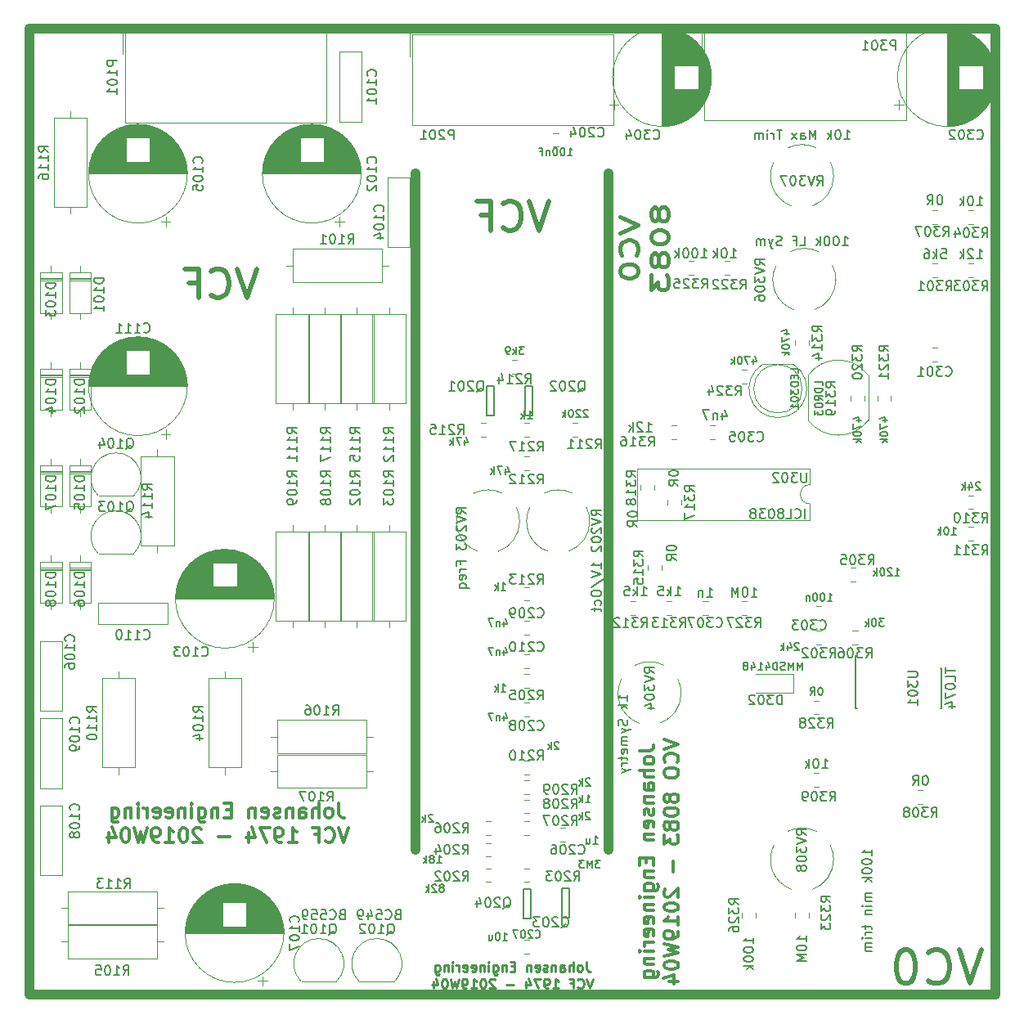
<source format=gbr>
%TF.GenerationSoftware,KiCad,Pcbnew,(5.0.0)*%
%TF.CreationDate,2019-01-26T23:41:26+01:00*%
%TF.ProjectId,Kicad_JE_SteinerVCF,4B696361645F4A455F537465696E6572,Rev A*%
%TF.SameCoordinates,Original*%
%TF.FileFunction,Legend,Bot*%
%TF.FilePolarity,Positive*%
%FSLAX46Y46*%
G04 Gerber Fmt 4.6, Leading zero omitted, Abs format (unit mm)*
G04 Created by KiCad (PCBNEW (5.0.0)) date 01/26/19 23:41:26*
%MOMM*%
%LPD*%
G01*
G04 APERTURE LIST*
%ADD10C,0.450000*%
%ADD11C,0.300000*%
%ADD12C,0.500000*%
%ADD13C,0.250000*%
%ADD14C,1.000000*%
%ADD15C,0.120000*%
%ADD16C,0.130000*%
%ADD17C,0.150000*%
%ADD18C,0.127000*%
G04 APERTURE END LIST*
D10*
X111189285Y-69476190D02*
X112989285Y-70309523D01*
X111189285Y-71142857D01*
X112817857Y-73404761D02*
X112903571Y-73285714D01*
X112989285Y-72928571D01*
X112989285Y-72690476D01*
X112903571Y-72333333D01*
X112732142Y-72095238D01*
X112560714Y-71976190D01*
X112217857Y-71857142D01*
X111960714Y-71857142D01*
X111617857Y-71976190D01*
X111446428Y-72095238D01*
X111275000Y-72333333D01*
X111189285Y-72690476D01*
X111189285Y-72928571D01*
X111275000Y-73285714D01*
X111360714Y-73404761D01*
X111189285Y-74952380D02*
X111189285Y-75190476D01*
X111275000Y-75428571D01*
X111360714Y-75547619D01*
X111532142Y-75666666D01*
X111875000Y-75785714D01*
X112303571Y-75785714D01*
X112646428Y-75666666D01*
X112817857Y-75547619D01*
X112903571Y-75428571D01*
X112989285Y-75190476D01*
X112989285Y-74952380D01*
X112903571Y-74714285D01*
X112817857Y-74595238D01*
X112646428Y-74476190D01*
X112303571Y-74357142D01*
X111875000Y-74357142D01*
X111532142Y-74476190D01*
X111360714Y-74595238D01*
X111275000Y-74714285D01*
X111189285Y-74952380D01*
X115110714Y-68940476D02*
X115025000Y-68702380D01*
X114939285Y-68583333D01*
X114767857Y-68464285D01*
X114682142Y-68464285D01*
X114510714Y-68583333D01*
X114425000Y-68702380D01*
X114339285Y-68940476D01*
X114339285Y-69416666D01*
X114425000Y-69654761D01*
X114510714Y-69773809D01*
X114682142Y-69892857D01*
X114767857Y-69892857D01*
X114939285Y-69773809D01*
X115025000Y-69654761D01*
X115110714Y-69416666D01*
X115110714Y-68940476D01*
X115196428Y-68702380D01*
X115282142Y-68583333D01*
X115453571Y-68464285D01*
X115796428Y-68464285D01*
X115967857Y-68583333D01*
X116053571Y-68702380D01*
X116139285Y-68940476D01*
X116139285Y-69416666D01*
X116053571Y-69654761D01*
X115967857Y-69773809D01*
X115796428Y-69892857D01*
X115453571Y-69892857D01*
X115282142Y-69773809D01*
X115196428Y-69654761D01*
X115110714Y-69416666D01*
X114339285Y-71440476D02*
X114339285Y-71678571D01*
X114425000Y-71916666D01*
X114510714Y-72035714D01*
X114682142Y-72154761D01*
X115025000Y-72273809D01*
X115453571Y-72273809D01*
X115796428Y-72154761D01*
X115967857Y-72035714D01*
X116053571Y-71916666D01*
X116139285Y-71678571D01*
X116139285Y-71440476D01*
X116053571Y-71202380D01*
X115967857Y-71083333D01*
X115796428Y-70964285D01*
X115453571Y-70845238D01*
X115025000Y-70845238D01*
X114682142Y-70964285D01*
X114510714Y-71083333D01*
X114425000Y-71202380D01*
X114339285Y-71440476D01*
X115110714Y-73702380D02*
X115025000Y-73464285D01*
X114939285Y-73345238D01*
X114767857Y-73226190D01*
X114682142Y-73226190D01*
X114510714Y-73345238D01*
X114425000Y-73464285D01*
X114339285Y-73702380D01*
X114339285Y-74178571D01*
X114425000Y-74416666D01*
X114510714Y-74535714D01*
X114682142Y-74654761D01*
X114767857Y-74654761D01*
X114939285Y-74535714D01*
X115025000Y-74416666D01*
X115110714Y-74178571D01*
X115110714Y-73702380D01*
X115196428Y-73464285D01*
X115282142Y-73345238D01*
X115453571Y-73226190D01*
X115796428Y-73226190D01*
X115967857Y-73345238D01*
X116053571Y-73464285D01*
X116139285Y-73702380D01*
X116139285Y-74178571D01*
X116053571Y-74416666D01*
X115967857Y-74535714D01*
X115796428Y-74654761D01*
X115453571Y-74654761D01*
X115282142Y-74535714D01*
X115196428Y-74416666D01*
X115110714Y-74178571D01*
X114339285Y-75488095D02*
X114339285Y-77035714D01*
X115025000Y-76202380D01*
X115025000Y-76559523D01*
X115110714Y-76797619D01*
X115196428Y-76916666D01*
X115367857Y-77035714D01*
X115796428Y-77035714D01*
X115967857Y-76916666D01*
X116053571Y-76797619D01*
X116139285Y-76559523D01*
X116139285Y-75845238D01*
X116053571Y-75607142D01*
X115967857Y-75488095D01*
D11*
X113153571Y-124714285D02*
X114225000Y-124714285D01*
X114439285Y-124642857D01*
X114582142Y-124500000D01*
X114653571Y-124285714D01*
X114653571Y-124142857D01*
X114653571Y-125642857D02*
X114582142Y-125500000D01*
X114510714Y-125428571D01*
X114367857Y-125357142D01*
X113939285Y-125357142D01*
X113796428Y-125428571D01*
X113725000Y-125500000D01*
X113653571Y-125642857D01*
X113653571Y-125857142D01*
X113725000Y-126000000D01*
X113796428Y-126071428D01*
X113939285Y-126142857D01*
X114367857Y-126142857D01*
X114510714Y-126071428D01*
X114582142Y-126000000D01*
X114653571Y-125857142D01*
X114653571Y-125642857D01*
X114653571Y-126785714D02*
X113153571Y-126785714D01*
X114653571Y-127428571D02*
X113867857Y-127428571D01*
X113725000Y-127357142D01*
X113653571Y-127214285D01*
X113653571Y-127000000D01*
X113725000Y-126857142D01*
X113796428Y-126785714D01*
X114653571Y-128785714D02*
X113867857Y-128785714D01*
X113725000Y-128714285D01*
X113653571Y-128571428D01*
X113653571Y-128285714D01*
X113725000Y-128142857D01*
X114582142Y-128785714D02*
X114653571Y-128642857D01*
X114653571Y-128285714D01*
X114582142Y-128142857D01*
X114439285Y-128071428D01*
X114296428Y-128071428D01*
X114153571Y-128142857D01*
X114082142Y-128285714D01*
X114082142Y-128642857D01*
X114010714Y-128785714D01*
X113653571Y-129500000D02*
X114653571Y-129500000D01*
X113796428Y-129500000D02*
X113725000Y-129571428D01*
X113653571Y-129714285D01*
X113653571Y-129928571D01*
X113725000Y-130071428D01*
X113867857Y-130142857D01*
X114653571Y-130142857D01*
X114582142Y-130785714D02*
X114653571Y-130928571D01*
X114653571Y-131214285D01*
X114582142Y-131357142D01*
X114439285Y-131428571D01*
X114367857Y-131428571D01*
X114225000Y-131357142D01*
X114153571Y-131214285D01*
X114153571Y-131000000D01*
X114082142Y-130857142D01*
X113939285Y-130785714D01*
X113867857Y-130785714D01*
X113725000Y-130857142D01*
X113653571Y-131000000D01*
X113653571Y-131214285D01*
X113725000Y-131357142D01*
X114582142Y-132642857D02*
X114653571Y-132500000D01*
X114653571Y-132214285D01*
X114582142Y-132071428D01*
X114439285Y-132000000D01*
X113867857Y-132000000D01*
X113725000Y-132071428D01*
X113653571Y-132214285D01*
X113653571Y-132500000D01*
X113725000Y-132642857D01*
X113867857Y-132714285D01*
X114010714Y-132714285D01*
X114153571Y-132000000D01*
X113653571Y-133357142D02*
X114653571Y-133357142D01*
X113796428Y-133357142D02*
X113725000Y-133428571D01*
X113653571Y-133571428D01*
X113653571Y-133785714D01*
X113725000Y-133928571D01*
X113867857Y-134000000D01*
X114653571Y-134000000D01*
X113867857Y-135857142D02*
X113867857Y-136357142D01*
X114653571Y-136571428D02*
X114653571Y-135857142D01*
X113153571Y-135857142D01*
X113153571Y-136571428D01*
X113653571Y-137214285D02*
X114653571Y-137214285D01*
X113796428Y-137214285D02*
X113725000Y-137285714D01*
X113653571Y-137428571D01*
X113653571Y-137642857D01*
X113725000Y-137785714D01*
X113867857Y-137857142D01*
X114653571Y-137857142D01*
X113653571Y-139214285D02*
X114867857Y-139214285D01*
X115010714Y-139142857D01*
X115082142Y-139071428D01*
X115153571Y-138928571D01*
X115153571Y-138714285D01*
X115082142Y-138571428D01*
X114582142Y-139214285D02*
X114653571Y-139071428D01*
X114653571Y-138785714D01*
X114582142Y-138642857D01*
X114510714Y-138571428D01*
X114367857Y-138500000D01*
X113939285Y-138500000D01*
X113796428Y-138571428D01*
X113725000Y-138642857D01*
X113653571Y-138785714D01*
X113653571Y-139071428D01*
X113725000Y-139214285D01*
X114653571Y-139928571D02*
X113653571Y-139928571D01*
X113153571Y-139928571D02*
X113225000Y-139857142D01*
X113296428Y-139928571D01*
X113225000Y-140000000D01*
X113153571Y-139928571D01*
X113296428Y-139928571D01*
X113653571Y-140642857D02*
X114653571Y-140642857D01*
X113796428Y-140642857D02*
X113725000Y-140714285D01*
X113653571Y-140857142D01*
X113653571Y-141071428D01*
X113725000Y-141214285D01*
X113867857Y-141285714D01*
X114653571Y-141285714D01*
X114582142Y-142571428D02*
X114653571Y-142428571D01*
X114653571Y-142142857D01*
X114582142Y-142000000D01*
X114439285Y-141928571D01*
X113867857Y-141928571D01*
X113725000Y-142000000D01*
X113653571Y-142142857D01*
X113653571Y-142428571D01*
X113725000Y-142571428D01*
X113867857Y-142642857D01*
X114010714Y-142642857D01*
X114153571Y-141928571D01*
X114582142Y-143857142D02*
X114653571Y-143714285D01*
X114653571Y-143428571D01*
X114582142Y-143285714D01*
X114439285Y-143214285D01*
X113867857Y-143214285D01*
X113725000Y-143285714D01*
X113653571Y-143428571D01*
X113653571Y-143714285D01*
X113725000Y-143857142D01*
X113867857Y-143928571D01*
X114010714Y-143928571D01*
X114153571Y-143214285D01*
X114653571Y-144571428D02*
X113653571Y-144571428D01*
X113939285Y-144571428D02*
X113796428Y-144642857D01*
X113725000Y-144714285D01*
X113653571Y-144857142D01*
X113653571Y-145000000D01*
X114653571Y-145500000D02*
X113653571Y-145500000D01*
X113153571Y-145500000D02*
X113225000Y-145428571D01*
X113296428Y-145500000D01*
X113225000Y-145571428D01*
X113153571Y-145500000D01*
X113296428Y-145500000D01*
X113653571Y-146214285D02*
X114653571Y-146214285D01*
X113796428Y-146214285D02*
X113725000Y-146285714D01*
X113653571Y-146428571D01*
X113653571Y-146642857D01*
X113725000Y-146785714D01*
X113867857Y-146857142D01*
X114653571Y-146857142D01*
X113653571Y-148214285D02*
X114867857Y-148214285D01*
X115010714Y-148142857D01*
X115082142Y-148071428D01*
X115153571Y-147928571D01*
X115153571Y-147714285D01*
X115082142Y-147571428D01*
X114582142Y-148214285D02*
X114653571Y-148071428D01*
X114653571Y-147785714D01*
X114582142Y-147642857D01*
X114510714Y-147571428D01*
X114367857Y-147500000D01*
X113939285Y-147500000D01*
X113796428Y-147571428D01*
X113725000Y-147642857D01*
X113653571Y-147785714D01*
X113653571Y-148071428D01*
X113725000Y-148214285D01*
X115703571Y-123571428D02*
X117203571Y-124071428D01*
X115703571Y-124571428D01*
X117060714Y-125928571D02*
X117132142Y-125857142D01*
X117203571Y-125642857D01*
X117203571Y-125500000D01*
X117132142Y-125285714D01*
X116989285Y-125142857D01*
X116846428Y-125071428D01*
X116560714Y-125000000D01*
X116346428Y-125000000D01*
X116060714Y-125071428D01*
X115917857Y-125142857D01*
X115775000Y-125285714D01*
X115703571Y-125500000D01*
X115703571Y-125642857D01*
X115775000Y-125857142D01*
X115846428Y-125928571D01*
X115703571Y-126857142D02*
X115703571Y-127142857D01*
X115775000Y-127285714D01*
X115917857Y-127428571D01*
X116203571Y-127500000D01*
X116703571Y-127500000D01*
X116989285Y-127428571D01*
X117132142Y-127285714D01*
X117203571Y-127142857D01*
X117203571Y-126857142D01*
X117132142Y-126714285D01*
X116989285Y-126571428D01*
X116703571Y-126500000D01*
X116203571Y-126500000D01*
X115917857Y-126571428D01*
X115775000Y-126714285D01*
X115703571Y-126857142D01*
X116346428Y-129500000D02*
X116275000Y-129357142D01*
X116203571Y-129285714D01*
X116060714Y-129214285D01*
X115989285Y-129214285D01*
X115846428Y-129285714D01*
X115775000Y-129357142D01*
X115703571Y-129500000D01*
X115703571Y-129785714D01*
X115775000Y-129928571D01*
X115846428Y-130000000D01*
X115989285Y-130071428D01*
X116060714Y-130071428D01*
X116203571Y-130000000D01*
X116275000Y-129928571D01*
X116346428Y-129785714D01*
X116346428Y-129500000D01*
X116417857Y-129357142D01*
X116489285Y-129285714D01*
X116632142Y-129214285D01*
X116917857Y-129214285D01*
X117060714Y-129285714D01*
X117132142Y-129357142D01*
X117203571Y-129500000D01*
X117203571Y-129785714D01*
X117132142Y-129928571D01*
X117060714Y-130000000D01*
X116917857Y-130071428D01*
X116632142Y-130071428D01*
X116489285Y-130000000D01*
X116417857Y-129928571D01*
X116346428Y-129785714D01*
X115703571Y-131000000D02*
X115703571Y-131142857D01*
X115775000Y-131285714D01*
X115846428Y-131357142D01*
X115989285Y-131428571D01*
X116275000Y-131500000D01*
X116632142Y-131500000D01*
X116917857Y-131428571D01*
X117060714Y-131357142D01*
X117132142Y-131285714D01*
X117203571Y-131142857D01*
X117203571Y-131000000D01*
X117132142Y-130857142D01*
X117060714Y-130785714D01*
X116917857Y-130714285D01*
X116632142Y-130642857D01*
X116275000Y-130642857D01*
X115989285Y-130714285D01*
X115846428Y-130785714D01*
X115775000Y-130857142D01*
X115703571Y-131000000D01*
X116346428Y-132357142D02*
X116275000Y-132214285D01*
X116203571Y-132142857D01*
X116060714Y-132071428D01*
X115989285Y-132071428D01*
X115846428Y-132142857D01*
X115775000Y-132214285D01*
X115703571Y-132357142D01*
X115703571Y-132642857D01*
X115775000Y-132785714D01*
X115846428Y-132857142D01*
X115989285Y-132928571D01*
X116060714Y-132928571D01*
X116203571Y-132857142D01*
X116275000Y-132785714D01*
X116346428Y-132642857D01*
X116346428Y-132357142D01*
X116417857Y-132214285D01*
X116489285Y-132142857D01*
X116632142Y-132071428D01*
X116917857Y-132071428D01*
X117060714Y-132142857D01*
X117132142Y-132214285D01*
X117203571Y-132357142D01*
X117203571Y-132642857D01*
X117132142Y-132785714D01*
X117060714Y-132857142D01*
X116917857Y-132928571D01*
X116632142Y-132928571D01*
X116489285Y-132857142D01*
X116417857Y-132785714D01*
X116346428Y-132642857D01*
X115703571Y-133428571D02*
X115703571Y-134357142D01*
X116275000Y-133857142D01*
X116275000Y-134071428D01*
X116346428Y-134214285D01*
X116417857Y-134285714D01*
X116560714Y-134357142D01*
X116917857Y-134357142D01*
X117060714Y-134285714D01*
X117132142Y-134214285D01*
X117203571Y-134071428D01*
X117203571Y-133642857D01*
X117132142Y-133500000D01*
X117060714Y-133428571D01*
X116632142Y-136142857D02*
X116632142Y-137285714D01*
X115846428Y-139071428D02*
X115775000Y-139142857D01*
X115703571Y-139285714D01*
X115703571Y-139642857D01*
X115775000Y-139785714D01*
X115846428Y-139857142D01*
X115989285Y-139928571D01*
X116132142Y-139928571D01*
X116346428Y-139857142D01*
X117203571Y-139000000D01*
X117203571Y-139928571D01*
X115703571Y-140857142D02*
X115703571Y-141000000D01*
X115775000Y-141142857D01*
X115846428Y-141214285D01*
X115989285Y-141285714D01*
X116275000Y-141357142D01*
X116632142Y-141357142D01*
X116917857Y-141285714D01*
X117060714Y-141214285D01*
X117132142Y-141142857D01*
X117203571Y-141000000D01*
X117203571Y-140857142D01*
X117132142Y-140714285D01*
X117060714Y-140642857D01*
X116917857Y-140571428D01*
X116632142Y-140500000D01*
X116275000Y-140500000D01*
X115989285Y-140571428D01*
X115846428Y-140642857D01*
X115775000Y-140714285D01*
X115703571Y-140857142D01*
X117203571Y-142785714D02*
X117203571Y-141928571D01*
X117203571Y-142357142D02*
X115703571Y-142357142D01*
X115917857Y-142214285D01*
X116060714Y-142071428D01*
X116132142Y-141928571D01*
X117203571Y-143500000D02*
X117203571Y-143785714D01*
X117132142Y-143928571D01*
X117060714Y-144000000D01*
X116846428Y-144142857D01*
X116560714Y-144214285D01*
X115989285Y-144214285D01*
X115846428Y-144142857D01*
X115775000Y-144071428D01*
X115703571Y-143928571D01*
X115703571Y-143642857D01*
X115775000Y-143500000D01*
X115846428Y-143428571D01*
X115989285Y-143357142D01*
X116346428Y-143357142D01*
X116489285Y-143428571D01*
X116560714Y-143500000D01*
X116632142Y-143642857D01*
X116632142Y-143928571D01*
X116560714Y-144071428D01*
X116489285Y-144142857D01*
X116346428Y-144214285D01*
X115703571Y-144714285D02*
X117203571Y-145071428D01*
X116132142Y-145357142D01*
X117203571Y-145642857D01*
X115703571Y-146000000D01*
X115703571Y-146857142D02*
X115703571Y-147000000D01*
X115775000Y-147142857D01*
X115846428Y-147214285D01*
X115989285Y-147285714D01*
X116275000Y-147357142D01*
X116632142Y-147357142D01*
X116917857Y-147285714D01*
X117060714Y-147214285D01*
X117132142Y-147142857D01*
X117203571Y-147000000D01*
X117203571Y-146857142D01*
X117132142Y-146714285D01*
X117060714Y-146642857D01*
X116917857Y-146571428D01*
X116632142Y-146500000D01*
X116275000Y-146500000D01*
X115989285Y-146571428D01*
X115846428Y-146642857D01*
X115775000Y-146714285D01*
X115703571Y-146857142D01*
X116203571Y-148642857D02*
X117203571Y-148642857D01*
X115632142Y-148285714D02*
X116703571Y-147928571D01*
X116703571Y-148857142D01*
D12*
X148583333Y-145333333D02*
X147416666Y-148833333D01*
X146250000Y-145333333D01*
X143083333Y-148500000D02*
X143250000Y-148666666D01*
X143750000Y-148833333D01*
X144083333Y-148833333D01*
X144583333Y-148666666D01*
X144916666Y-148333333D01*
X145083333Y-148000000D01*
X145250000Y-147333333D01*
X145250000Y-146833333D01*
X145083333Y-146166666D01*
X144916666Y-145833333D01*
X144583333Y-145500000D01*
X144083333Y-145333333D01*
X143750000Y-145333333D01*
X143250000Y-145500000D01*
X143083333Y-145666666D01*
X140916666Y-145333333D02*
X140583333Y-145333333D01*
X140250000Y-145500000D01*
X140083333Y-145666666D01*
X139916666Y-146000000D01*
X139750000Y-146666666D01*
X139750000Y-147500000D01*
X139916666Y-148166666D01*
X140083333Y-148500000D01*
X140250000Y-148666666D01*
X140583333Y-148833333D01*
X140916666Y-148833333D01*
X141250000Y-148666666D01*
X141416666Y-148500000D01*
X141583333Y-148166666D01*
X141750000Y-147500000D01*
X141750000Y-146666666D01*
X141583333Y-146000000D01*
X141416666Y-145666666D01*
X141250000Y-145500000D01*
X140916666Y-145333333D01*
X103785714Y-67857142D02*
X102785714Y-70857142D01*
X101785714Y-67857142D01*
X99071428Y-70571428D02*
X99214285Y-70714285D01*
X99642857Y-70857142D01*
X99928571Y-70857142D01*
X100357142Y-70714285D01*
X100642857Y-70428571D01*
X100785714Y-70142857D01*
X100928571Y-69571428D01*
X100928571Y-69142857D01*
X100785714Y-68571428D01*
X100642857Y-68285714D01*
X100357142Y-68000000D01*
X99928571Y-67857142D01*
X99642857Y-67857142D01*
X99214285Y-68000000D01*
X99071428Y-68142857D01*
X96785714Y-69285714D02*
X97785714Y-69285714D01*
X97785714Y-70857142D02*
X97785714Y-67857142D01*
X96357142Y-67857142D01*
X73535714Y-74857142D02*
X72535714Y-77857142D01*
X71535714Y-74857142D01*
X68821428Y-77571428D02*
X68964285Y-77714285D01*
X69392857Y-77857142D01*
X69678571Y-77857142D01*
X70107142Y-77714285D01*
X70392857Y-77428571D01*
X70535714Y-77142857D01*
X70678571Y-76571428D01*
X70678571Y-76142857D01*
X70535714Y-75571428D01*
X70392857Y-75285714D01*
X70107142Y-75000000D01*
X69678571Y-74857142D01*
X69392857Y-74857142D01*
X68964285Y-75000000D01*
X68821428Y-75142857D01*
X66535714Y-76285714D02*
X67535714Y-76285714D01*
X67535714Y-77857142D02*
X67535714Y-74857142D01*
X66107142Y-74857142D01*
D11*
X82035714Y-130153571D02*
X82035714Y-131225000D01*
X82107142Y-131439285D01*
X82250000Y-131582142D01*
X82464285Y-131653571D01*
X82607142Y-131653571D01*
X81107142Y-131653571D02*
X81250000Y-131582142D01*
X81321428Y-131510714D01*
X81392857Y-131367857D01*
X81392857Y-130939285D01*
X81321428Y-130796428D01*
X81250000Y-130725000D01*
X81107142Y-130653571D01*
X80892857Y-130653571D01*
X80750000Y-130725000D01*
X80678571Y-130796428D01*
X80607142Y-130939285D01*
X80607142Y-131367857D01*
X80678571Y-131510714D01*
X80750000Y-131582142D01*
X80892857Y-131653571D01*
X81107142Y-131653571D01*
X79964285Y-131653571D02*
X79964285Y-130153571D01*
X79321428Y-131653571D02*
X79321428Y-130867857D01*
X79392857Y-130725000D01*
X79535714Y-130653571D01*
X79750000Y-130653571D01*
X79892857Y-130725000D01*
X79964285Y-130796428D01*
X77964285Y-131653571D02*
X77964285Y-130867857D01*
X78035714Y-130725000D01*
X78178571Y-130653571D01*
X78464285Y-130653571D01*
X78607142Y-130725000D01*
X77964285Y-131582142D02*
X78107142Y-131653571D01*
X78464285Y-131653571D01*
X78607142Y-131582142D01*
X78678571Y-131439285D01*
X78678571Y-131296428D01*
X78607142Y-131153571D01*
X78464285Y-131082142D01*
X78107142Y-131082142D01*
X77964285Y-131010714D01*
X77250000Y-130653571D02*
X77250000Y-131653571D01*
X77250000Y-130796428D02*
X77178571Y-130725000D01*
X77035714Y-130653571D01*
X76821428Y-130653571D01*
X76678571Y-130725000D01*
X76607142Y-130867857D01*
X76607142Y-131653571D01*
X75964285Y-131582142D02*
X75821428Y-131653571D01*
X75535714Y-131653571D01*
X75392857Y-131582142D01*
X75321428Y-131439285D01*
X75321428Y-131367857D01*
X75392857Y-131225000D01*
X75535714Y-131153571D01*
X75750000Y-131153571D01*
X75892857Y-131082142D01*
X75964285Y-130939285D01*
X75964285Y-130867857D01*
X75892857Y-130725000D01*
X75750000Y-130653571D01*
X75535714Y-130653571D01*
X75392857Y-130725000D01*
X74107142Y-131582142D02*
X74250000Y-131653571D01*
X74535714Y-131653571D01*
X74678571Y-131582142D01*
X74750000Y-131439285D01*
X74750000Y-130867857D01*
X74678571Y-130725000D01*
X74535714Y-130653571D01*
X74250000Y-130653571D01*
X74107142Y-130725000D01*
X74035714Y-130867857D01*
X74035714Y-131010714D01*
X74750000Y-131153571D01*
X73392857Y-130653571D02*
X73392857Y-131653571D01*
X73392857Y-130796428D02*
X73321428Y-130725000D01*
X73178571Y-130653571D01*
X72964285Y-130653571D01*
X72821428Y-130725000D01*
X72750000Y-130867857D01*
X72750000Y-131653571D01*
X70892857Y-130867857D02*
X70392857Y-130867857D01*
X70178571Y-131653571D02*
X70892857Y-131653571D01*
X70892857Y-130153571D01*
X70178571Y-130153571D01*
X69535714Y-130653571D02*
X69535714Y-131653571D01*
X69535714Y-130796428D02*
X69464285Y-130725000D01*
X69321428Y-130653571D01*
X69107142Y-130653571D01*
X68964285Y-130725000D01*
X68892857Y-130867857D01*
X68892857Y-131653571D01*
X67535714Y-130653571D02*
X67535714Y-131867857D01*
X67607142Y-132010714D01*
X67678571Y-132082142D01*
X67821428Y-132153571D01*
X68035714Y-132153571D01*
X68178571Y-132082142D01*
X67535714Y-131582142D02*
X67678571Y-131653571D01*
X67964285Y-131653571D01*
X68107142Y-131582142D01*
X68178571Y-131510714D01*
X68250000Y-131367857D01*
X68250000Y-130939285D01*
X68178571Y-130796428D01*
X68107142Y-130725000D01*
X67964285Y-130653571D01*
X67678571Y-130653571D01*
X67535714Y-130725000D01*
X66821428Y-131653571D02*
X66821428Y-130653571D01*
X66821428Y-130153571D02*
X66892857Y-130225000D01*
X66821428Y-130296428D01*
X66750000Y-130225000D01*
X66821428Y-130153571D01*
X66821428Y-130296428D01*
X66107142Y-130653571D02*
X66107142Y-131653571D01*
X66107142Y-130796428D02*
X66035714Y-130725000D01*
X65892857Y-130653571D01*
X65678571Y-130653571D01*
X65535714Y-130725000D01*
X65464285Y-130867857D01*
X65464285Y-131653571D01*
X64178571Y-131582142D02*
X64321428Y-131653571D01*
X64607142Y-131653571D01*
X64750000Y-131582142D01*
X64821428Y-131439285D01*
X64821428Y-130867857D01*
X64750000Y-130725000D01*
X64607142Y-130653571D01*
X64321428Y-130653571D01*
X64178571Y-130725000D01*
X64107142Y-130867857D01*
X64107142Y-131010714D01*
X64821428Y-131153571D01*
X62892857Y-131582142D02*
X63035714Y-131653571D01*
X63321428Y-131653571D01*
X63464285Y-131582142D01*
X63535714Y-131439285D01*
X63535714Y-130867857D01*
X63464285Y-130725000D01*
X63321428Y-130653571D01*
X63035714Y-130653571D01*
X62892857Y-130725000D01*
X62821428Y-130867857D01*
X62821428Y-131010714D01*
X63535714Y-131153571D01*
X62178571Y-131653571D02*
X62178571Y-130653571D01*
X62178571Y-130939285D02*
X62107142Y-130796428D01*
X62035714Y-130725000D01*
X61892857Y-130653571D01*
X61750000Y-130653571D01*
X61250000Y-131653571D02*
X61250000Y-130653571D01*
X61250000Y-130153571D02*
X61321428Y-130225000D01*
X61250000Y-130296428D01*
X61178571Y-130225000D01*
X61250000Y-130153571D01*
X61250000Y-130296428D01*
X60535714Y-130653571D02*
X60535714Y-131653571D01*
X60535714Y-130796428D02*
X60464285Y-130725000D01*
X60321428Y-130653571D01*
X60107142Y-130653571D01*
X59964285Y-130725000D01*
X59892857Y-130867857D01*
X59892857Y-131653571D01*
X58535714Y-130653571D02*
X58535714Y-131867857D01*
X58607142Y-132010714D01*
X58678571Y-132082142D01*
X58821428Y-132153571D01*
X59035714Y-132153571D01*
X59178571Y-132082142D01*
X58535714Y-131582142D02*
X58678571Y-131653571D01*
X58964285Y-131653571D01*
X59107142Y-131582142D01*
X59178571Y-131510714D01*
X59250000Y-131367857D01*
X59250000Y-130939285D01*
X59178571Y-130796428D01*
X59107142Y-130725000D01*
X58964285Y-130653571D01*
X58678571Y-130653571D01*
X58535714Y-130725000D01*
X83035714Y-132703571D02*
X82535714Y-134203571D01*
X82035714Y-132703571D01*
X80678571Y-134060714D02*
X80750000Y-134132142D01*
X80964285Y-134203571D01*
X81107142Y-134203571D01*
X81321428Y-134132142D01*
X81464285Y-133989285D01*
X81535714Y-133846428D01*
X81607142Y-133560714D01*
X81607142Y-133346428D01*
X81535714Y-133060714D01*
X81464285Y-132917857D01*
X81321428Y-132775000D01*
X81107142Y-132703571D01*
X80964285Y-132703571D01*
X80750000Y-132775000D01*
X80678571Y-132846428D01*
X79535714Y-133417857D02*
X80035714Y-133417857D01*
X80035714Y-134203571D02*
X80035714Y-132703571D01*
X79321428Y-132703571D01*
X76821428Y-134203571D02*
X77678571Y-134203571D01*
X77250000Y-134203571D02*
X77250000Y-132703571D01*
X77392857Y-132917857D01*
X77535714Y-133060714D01*
X77678571Y-133132142D01*
X76107142Y-134203571D02*
X75821428Y-134203571D01*
X75678571Y-134132142D01*
X75607142Y-134060714D01*
X75464285Y-133846428D01*
X75392857Y-133560714D01*
X75392857Y-132989285D01*
X75464285Y-132846428D01*
X75535714Y-132775000D01*
X75678571Y-132703571D01*
X75964285Y-132703571D01*
X76107142Y-132775000D01*
X76178571Y-132846428D01*
X76250000Y-132989285D01*
X76250000Y-133346428D01*
X76178571Y-133489285D01*
X76107142Y-133560714D01*
X75964285Y-133632142D01*
X75678571Y-133632142D01*
X75535714Y-133560714D01*
X75464285Y-133489285D01*
X75392857Y-133346428D01*
X74892857Y-132703571D02*
X73892857Y-132703571D01*
X74535714Y-134203571D01*
X72678571Y-133203571D02*
X72678571Y-134203571D01*
X73035714Y-132632142D02*
X73392857Y-133703571D01*
X72464285Y-133703571D01*
X70750000Y-133632142D02*
X69607142Y-133632142D01*
X67821428Y-132846428D02*
X67750000Y-132775000D01*
X67607142Y-132703571D01*
X67250000Y-132703571D01*
X67107142Y-132775000D01*
X67035714Y-132846428D01*
X66964285Y-132989285D01*
X66964285Y-133132142D01*
X67035714Y-133346428D01*
X67892857Y-134203571D01*
X66964285Y-134203571D01*
X66035714Y-132703571D02*
X65892857Y-132703571D01*
X65749999Y-132775000D01*
X65678571Y-132846428D01*
X65607142Y-132989285D01*
X65535714Y-133275000D01*
X65535714Y-133632142D01*
X65607142Y-133917857D01*
X65678571Y-134060714D01*
X65749999Y-134132142D01*
X65892857Y-134203571D01*
X66035714Y-134203571D01*
X66178571Y-134132142D01*
X66249999Y-134060714D01*
X66321428Y-133917857D01*
X66392857Y-133632142D01*
X66392857Y-133275000D01*
X66321428Y-132989285D01*
X66249999Y-132846428D01*
X66178571Y-132775000D01*
X66035714Y-132703571D01*
X64107142Y-134203571D02*
X64964285Y-134203571D01*
X64535714Y-134203571D02*
X64535714Y-132703571D01*
X64678571Y-132917857D01*
X64821428Y-133060714D01*
X64964285Y-133132142D01*
X63392857Y-134203571D02*
X63107142Y-134203571D01*
X62964285Y-134132142D01*
X62892857Y-134060714D01*
X62749999Y-133846428D01*
X62678571Y-133560714D01*
X62678571Y-132989285D01*
X62749999Y-132846428D01*
X62821428Y-132775000D01*
X62964285Y-132703571D01*
X63249999Y-132703571D01*
X63392857Y-132775000D01*
X63464285Y-132846428D01*
X63535714Y-132989285D01*
X63535714Y-133346428D01*
X63464285Y-133489285D01*
X63392857Y-133560714D01*
X63249999Y-133632142D01*
X62964285Y-133632142D01*
X62821428Y-133560714D01*
X62749999Y-133489285D01*
X62678571Y-133346428D01*
X62178571Y-132703571D02*
X61821428Y-134203571D01*
X61535714Y-133132142D01*
X61249999Y-134203571D01*
X60892857Y-132703571D01*
X60035714Y-132703571D02*
X59892857Y-132703571D01*
X59749999Y-132775000D01*
X59678571Y-132846428D01*
X59607142Y-132989285D01*
X59535714Y-133275000D01*
X59535714Y-133632142D01*
X59607142Y-133917857D01*
X59678571Y-134060714D01*
X59749999Y-134132142D01*
X59892857Y-134203571D01*
X60035714Y-134203571D01*
X60178571Y-134132142D01*
X60249999Y-134060714D01*
X60321428Y-133917857D01*
X60392857Y-133632142D01*
X60392857Y-133275000D01*
X60321428Y-132989285D01*
X60249999Y-132846428D01*
X60178571Y-132775000D01*
X60035714Y-132703571D01*
X58249999Y-133203571D02*
X58249999Y-134203571D01*
X58607142Y-132632142D02*
X58964285Y-133703571D01*
X58035714Y-133703571D01*
D13*
X107690476Y-146577380D02*
X107690476Y-147291666D01*
X107738095Y-147434523D01*
X107833333Y-147529761D01*
X107976190Y-147577380D01*
X108071428Y-147577380D01*
X107071428Y-147577380D02*
X107166666Y-147529761D01*
X107214285Y-147482142D01*
X107261904Y-147386904D01*
X107261904Y-147101190D01*
X107214285Y-147005952D01*
X107166666Y-146958333D01*
X107071428Y-146910714D01*
X106928571Y-146910714D01*
X106833333Y-146958333D01*
X106785714Y-147005952D01*
X106738095Y-147101190D01*
X106738095Y-147386904D01*
X106785714Y-147482142D01*
X106833333Y-147529761D01*
X106928571Y-147577380D01*
X107071428Y-147577380D01*
X106309523Y-147577380D02*
X106309523Y-146577380D01*
X105880952Y-147577380D02*
X105880952Y-147053571D01*
X105928571Y-146958333D01*
X106023809Y-146910714D01*
X106166666Y-146910714D01*
X106261904Y-146958333D01*
X106309523Y-147005952D01*
X104976190Y-147577380D02*
X104976190Y-147053571D01*
X105023809Y-146958333D01*
X105119047Y-146910714D01*
X105309523Y-146910714D01*
X105404761Y-146958333D01*
X104976190Y-147529761D02*
X105071428Y-147577380D01*
X105309523Y-147577380D01*
X105404761Y-147529761D01*
X105452380Y-147434523D01*
X105452380Y-147339285D01*
X105404761Y-147244047D01*
X105309523Y-147196428D01*
X105071428Y-147196428D01*
X104976190Y-147148809D01*
X104500000Y-146910714D02*
X104500000Y-147577380D01*
X104500000Y-147005952D02*
X104452380Y-146958333D01*
X104357142Y-146910714D01*
X104214285Y-146910714D01*
X104119047Y-146958333D01*
X104071428Y-147053571D01*
X104071428Y-147577380D01*
X103642857Y-147529761D02*
X103547619Y-147577380D01*
X103357142Y-147577380D01*
X103261904Y-147529761D01*
X103214285Y-147434523D01*
X103214285Y-147386904D01*
X103261904Y-147291666D01*
X103357142Y-147244047D01*
X103500000Y-147244047D01*
X103595238Y-147196428D01*
X103642857Y-147101190D01*
X103642857Y-147053571D01*
X103595238Y-146958333D01*
X103500000Y-146910714D01*
X103357142Y-146910714D01*
X103261904Y-146958333D01*
X102404761Y-147529761D02*
X102500000Y-147577380D01*
X102690476Y-147577380D01*
X102785714Y-147529761D01*
X102833333Y-147434523D01*
X102833333Y-147053571D01*
X102785714Y-146958333D01*
X102690476Y-146910714D01*
X102500000Y-146910714D01*
X102404761Y-146958333D01*
X102357142Y-147053571D01*
X102357142Y-147148809D01*
X102833333Y-147244047D01*
X101928571Y-146910714D02*
X101928571Y-147577380D01*
X101928571Y-147005952D02*
X101880952Y-146958333D01*
X101785714Y-146910714D01*
X101642857Y-146910714D01*
X101547619Y-146958333D01*
X101500000Y-147053571D01*
X101500000Y-147577380D01*
X100261904Y-147053571D02*
X99928571Y-147053571D01*
X99785714Y-147577380D02*
X100261904Y-147577380D01*
X100261904Y-146577380D01*
X99785714Y-146577380D01*
X99357142Y-146910714D02*
X99357142Y-147577380D01*
X99357142Y-147005952D02*
X99309523Y-146958333D01*
X99214285Y-146910714D01*
X99071428Y-146910714D01*
X98976190Y-146958333D01*
X98928571Y-147053571D01*
X98928571Y-147577380D01*
X98023809Y-146910714D02*
X98023809Y-147720238D01*
X98071428Y-147815476D01*
X98119047Y-147863095D01*
X98214285Y-147910714D01*
X98357142Y-147910714D01*
X98452380Y-147863095D01*
X98023809Y-147529761D02*
X98119047Y-147577380D01*
X98309523Y-147577380D01*
X98404761Y-147529761D01*
X98452380Y-147482142D01*
X98500000Y-147386904D01*
X98500000Y-147101190D01*
X98452380Y-147005952D01*
X98404761Y-146958333D01*
X98309523Y-146910714D01*
X98119047Y-146910714D01*
X98023809Y-146958333D01*
X97547619Y-147577380D02*
X97547619Y-146910714D01*
X97547619Y-146577380D02*
X97595238Y-146625000D01*
X97547619Y-146672619D01*
X97500000Y-146625000D01*
X97547619Y-146577380D01*
X97547619Y-146672619D01*
X97071428Y-146910714D02*
X97071428Y-147577380D01*
X97071428Y-147005952D02*
X97023809Y-146958333D01*
X96928571Y-146910714D01*
X96785714Y-146910714D01*
X96690476Y-146958333D01*
X96642857Y-147053571D01*
X96642857Y-147577380D01*
X95785714Y-147529761D02*
X95880952Y-147577380D01*
X96071428Y-147577380D01*
X96166666Y-147529761D01*
X96214285Y-147434523D01*
X96214285Y-147053571D01*
X96166666Y-146958333D01*
X96071428Y-146910714D01*
X95880952Y-146910714D01*
X95785714Y-146958333D01*
X95738095Y-147053571D01*
X95738095Y-147148809D01*
X96214285Y-147244047D01*
X94928571Y-147529761D02*
X95023809Y-147577380D01*
X95214285Y-147577380D01*
X95309523Y-147529761D01*
X95357142Y-147434523D01*
X95357142Y-147053571D01*
X95309523Y-146958333D01*
X95214285Y-146910714D01*
X95023809Y-146910714D01*
X94928571Y-146958333D01*
X94880952Y-147053571D01*
X94880952Y-147148809D01*
X95357142Y-147244047D01*
X94452380Y-147577380D02*
X94452380Y-146910714D01*
X94452380Y-147101190D02*
X94404761Y-147005952D01*
X94357142Y-146958333D01*
X94261904Y-146910714D01*
X94166666Y-146910714D01*
X93833333Y-147577380D02*
X93833333Y-146910714D01*
X93833333Y-146577380D02*
X93880952Y-146625000D01*
X93833333Y-146672619D01*
X93785714Y-146625000D01*
X93833333Y-146577380D01*
X93833333Y-146672619D01*
X93357142Y-146910714D02*
X93357142Y-147577380D01*
X93357142Y-147005952D02*
X93309523Y-146958333D01*
X93214285Y-146910714D01*
X93071428Y-146910714D01*
X92976190Y-146958333D01*
X92928571Y-147053571D01*
X92928571Y-147577380D01*
X92023809Y-146910714D02*
X92023809Y-147720238D01*
X92071428Y-147815476D01*
X92119047Y-147863095D01*
X92214285Y-147910714D01*
X92357142Y-147910714D01*
X92452380Y-147863095D01*
X92023809Y-147529761D02*
X92119047Y-147577380D01*
X92309523Y-147577380D01*
X92404761Y-147529761D01*
X92452380Y-147482142D01*
X92500000Y-147386904D01*
X92500000Y-147101190D01*
X92452380Y-147005952D01*
X92404761Y-146958333D01*
X92309523Y-146910714D01*
X92119047Y-146910714D01*
X92023809Y-146958333D01*
X108357142Y-148327380D02*
X108023809Y-149327380D01*
X107690476Y-148327380D01*
X106785714Y-149232142D02*
X106833333Y-149279761D01*
X106976190Y-149327380D01*
X107071428Y-149327380D01*
X107214285Y-149279761D01*
X107309523Y-149184523D01*
X107357142Y-149089285D01*
X107404761Y-148898809D01*
X107404761Y-148755952D01*
X107357142Y-148565476D01*
X107309523Y-148470238D01*
X107214285Y-148375000D01*
X107071428Y-148327380D01*
X106976190Y-148327380D01*
X106833333Y-148375000D01*
X106785714Y-148422619D01*
X106023809Y-148803571D02*
X106357142Y-148803571D01*
X106357142Y-149327380D02*
X106357142Y-148327380D01*
X105880952Y-148327380D01*
X104214285Y-149327380D02*
X104785714Y-149327380D01*
X104500000Y-149327380D02*
X104500000Y-148327380D01*
X104595238Y-148470238D01*
X104690476Y-148565476D01*
X104785714Y-148613095D01*
X103738095Y-149327380D02*
X103547619Y-149327380D01*
X103452380Y-149279761D01*
X103404761Y-149232142D01*
X103309523Y-149089285D01*
X103261904Y-148898809D01*
X103261904Y-148517857D01*
X103309523Y-148422619D01*
X103357142Y-148375000D01*
X103452380Y-148327380D01*
X103642857Y-148327380D01*
X103738095Y-148375000D01*
X103785714Y-148422619D01*
X103833333Y-148517857D01*
X103833333Y-148755952D01*
X103785714Y-148851190D01*
X103738095Y-148898809D01*
X103642857Y-148946428D01*
X103452380Y-148946428D01*
X103357142Y-148898809D01*
X103309523Y-148851190D01*
X103261904Y-148755952D01*
X102928571Y-148327380D02*
X102261904Y-148327380D01*
X102690476Y-149327380D01*
X101452380Y-148660714D02*
X101452380Y-149327380D01*
X101690476Y-148279761D02*
X101928571Y-148994047D01*
X101309523Y-148994047D01*
X100166666Y-148946428D02*
X99404761Y-148946428D01*
X98214285Y-148422619D02*
X98166666Y-148375000D01*
X98071428Y-148327380D01*
X97833333Y-148327380D01*
X97738095Y-148375000D01*
X97690476Y-148422619D01*
X97642857Y-148517857D01*
X97642857Y-148613095D01*
X97690476Y-148755952D01*
X98261904Y-149327380D01*
X97642857Y-149327380D01*
X97023809Y-148327380D02*
X96928571Y-148327380D01*
X96833333Y-148375000D01*
X96785714Y-148422619D01*
X96738095Y-148517857D01*
X96690476Y-148708333D01*
X96690476Y-148946428D01*
X96738095Y-149136904D01*
X96785714Y-149232142D01*
X96833333Y-149279761D01*
X96928571Y-149327380D01*
X97023809Y-149327380D01*
X97119047Y-149279761D01*
X97166666Y-149232142D01*
X97214285Y-149136904D01*
X97261904Y-148946428D01*
X97261904Y-148708333D01*
X97214285Y-148517857D01*
X97166666Y-148422619D01*
X97119047Y-148375000D01*
X97023809Y-148327380D01*
X95738095Y-149327380D02*
X96309523Y-149327380D01*
X96023809Y-149327380D02*
X96023809Y-148327380D01*
X96119047Y-148470238D01*
X96214285Y-148565476D01*
X96309523Y-148613095D01*
X95261904Y-149327380D02*
X95071428Y-149327380D01*
X94976190Y-149279761D01*
X94928571Y-149232142D01*
X94833333Y-149089285D01*
X94785714Y-148898809D01*
X94785714Y-148517857D01*
X94833333Y-148422619D01*
X94880952Y-148375000D01*
X94976190Y-148327380D01*
X95166666Y-148327380D01*
X95261904Y-148375000D01*
X95309523Y-148422619D01*
X95357142Y-148517857D01*
X95357142Y-148755952D01*
X95309523Y-148851190D01*
X95261904Y-148898809D01*
X95166666Y-148946428D01*
X94976190Y-148946428D01*
X94880952Y-148898809D01*
X94833333Y-148851190D01*
X94785714Y-148755952D01*
X94452380Y-148327380D02*
X94214285Y-149327380D01*
X94023809Y-148613095D01*
X93833333Y-149327380D01*
X93595238Y-148327380D01*
X93023809Y-148327380D02*
X92928571Y-148327380D01*
X92833333Y-148375000D01*
X92785714Y-148422619D01*
X92738095Y-148517857D01*
X92690476Y-148708333D01*
X92690476Y-148946428D01*
X92738095Y-149136904D01*
X92785714Y-149232142D01*
X92833333Y-149279761D01*
X92928571Y-149327380D01*
X93023809Y-149327380D01*
X93119047Y-149279761D01*
X93166666Y-149232142D01*
X93214285Y-149136904D01*
X93261904Y-148946428D01*
X93261904Y-148708333D01*
X93214285Y-148517857D01*
X93166666Y-148422619D01*
X93119047Y-148375000D01*
X93023809Y-148327380D01*
X91833333Y-148660714D02*
X91833333Y-149327380D01*
X92071428Y-148279761D02*
X92309523Y-148994047D01*
X91690476Y-148994047D01*
D14*
X110000000Y-135000000D02*
X110000000Y-65000000D01*
X110000000Y-65000000D02*
X110000000Y-135000000D01*
X90000000Y-135000000D02*
X90000000Y-65000000D01*
X90000000Y-65000000D02*
X90000000Y-135000000D01*
X150000000Y-50000000D02*
X50000000Y-50000000D01*
X150000000Y-150000000D02*
X150000000Y-50000000D01*
X50000000Y-150000000D02*
X150000000Y-150000000D01*
X50000000Y-50000000D02*
X50000000Y-150000000D01*
D15*
X84370000Y-52380000D02*
X82130000Y-52380000D01*
X84370000Y-59620000D02*
X82130000Y-59620000D01*
X82130000Y-59620000D02*
X82130000Y-52380000D01*
X84370000Y-59620000D02*
X84370000Y-52380000D01*
X82625000Y-69979646D02*
X81625000Y-69979646D01*
X82125000Y-70479646D02*
X82125000Y-69479646D01*
X79849000Y-59919000D02*
X78651000Y-59919000D01*
X80112000Y-59959000D02*
X78388000Y-59959000D01*
X80312000Y-59999000D02*
X78188000Y-59999000D01*
X80480000Y-60039000D02*
X78020000Y-60039000D01*
X80628000Y-60079000D02*
X77872000Y-60079000D01*
X80760000Y-60119000D02*
X77740000Y-60119000D01*
X80880000Y-60159000D02*
X77620000Y-60159000D01*
X80992000Y-60199000D02*
X77508000Y-60199000D01*
X81096000Y-60239000D02*
X77404000Y-60239000D01*
X81194000Y-60279000D02*
X77306000Y-60279000D01*
X81287000Y-60319000D02*
X77213000Y-60319000D01*
X81375000Y-60359000D02*
X77125000Y-60359000D01*
X81459000Y-60399000D02*
X77041000Y-60399000D01*
X81539000Y-60439000D02*
X76961000Y-60439000D01*
X81615000Y-60479000D02*
X76885000Y-60479000D01*
X81689000Y-60519000D02*
X76811000Y-60519000D01*
X81760000Y-60559000D02*
X76740000Y-60559000D01*
X81829000Y-60599000D02*
X76671000Y-60599000D01*
X81895000Y-60639000D02*
X76605000Y-60639000D01*
X81959000Y-60679000D02*
X76541000Y-60679000D01*
X82020000Y-60719000D02*
X76480000Y-60719000D01*
X82080000Y-60759000D02*
X76420000Y-60759000D01*
X82139000Y-60799000D02*
X76361000Y-60799000D01*
X82195000Y-60839000D02*
X76305000Y-60839000D01*
X82250000Y-60879000D02*
X76250000Y-60879000D01*
X82304000Y-60919000D02*
X76196000Y-60919000D01*
X82356000Y-60959000D02*
X76144000Y-60959000D01*
X82406000Y-60999000D02*
X76094000Y-60999000D01*
X82456000Y-61039000D02*
X76044000Y-61039000D01*
X82504000Y-61079000D02*
X75996000Y-61079000D01*
X82551000Y-61119000D02*
X75949000Y-61119000D01*
X82597000Y-61159000D02*
X75903000Y-61159000D01*
X82642000Y-61199000D02*
X75858000Y-61199000D01*
X82686000Y-61239000D02*
X75814000Y-61239000D01*
X78009000Y-61279000D02*
X75772000Y-61279000D01*
X82728000Y-61279000D02*
X80491000Y-61279000D01*
X78009000Y-61319000D02*
X75730000Y-61319000D01*
X82770000Y-61319000D02*
X80491000Y-61319000D01*
X78009000Y-61359000D02*
X75689000Y-61359000D01*
X82811000Y-61359000D02*
X80491000Y-61359000D01*
X78009000Y-61399000D02*
X75649000Y-61399000D01*
X82851000Y-61399000D02*
X80491000Y-61399000D01*
X78009000Y-61439000D02*
X75610000Y-61439000D01*
X82890000Y-61439000D02*
X80491000Y-61439000D01*
X78009000Y-61479000D02*
X75571000Y-61479000D01*
X82929000Y-61479000D02*
X80491000Y-61479000D01*
X78009000Y-61519000D02*
X75534000Y-61519000D01*
X82966000Y-61519000D02*
X80491000Y-61519000D01*
X78009000Y-61559000D02*
X75497000Y-61559000D01*
X83003000Y-61559000D02*
X80491000Y-61559000D01*
X78009000Y-61599000D02*
X75461000Y-61599000D01*
X83039000Y-61599000D02*
X80491000Y-61599000D01*
X78009000Y-61639000D02*
X75426000Y-61639000D01*
X83074000Y-61639000D02*
X80491000Y-61639000D01*
X78009000Y-61679000D02*
X75392000Y-61679000D01*
X83108000Y-61679000D02*
X80491000Y-61679000D01*
X78009000Y-61719000D02*
X75358000Y-61719000D01*
X83142000Y-61719000D02*
X80491000Y-61719000D01*
X78009000Y-61759000D02*
X75325000Y-61759000D01*
X83175000Y-61759000D02*
X80491000Y-61759000D01*
X78009000Y-61799000D02*
X75293000Y-61799000D01*
X83207000Y-61799000D02*
X80491000Y-61799000D01*
X78009000Y-61839000D02*
X75261000Y-61839000D01*
X83239000Y-61839000D02*
X80491000Y-61839000D01*
X78009000Y-61879000D02*
X75230000Y-61879000D01*
X83270000Y-61879000D02*
X80491000Y-61879000D01*
X78009000Y-61919000D02*
X75200000Y-61919000D01*
X83300000Y-61919000D02*
X80491000Y-61919000D01*
X78009000Y-61959000D02*
X75170000Y-61959000D01*
X83330000Y-61959000D02*
X80491000Y-61959000D01*
X78009000Y-61999000D02*
X75140000Y-61999000D01*
X83360000Y-61999000D02*
X80491000Y-61999000D01*
X78009000Y-62039000D02*
X75112000Y-62039000D01*
X83388000Y-62039000D02*
X80491000Y-62039000D01*
X78009000Y-62079000D02*
X75084000Y-62079000D01*
X83416000Y-62079000D02*
X80491000Y-62079000D01*
X78009000Y-62119000D02*
X75056000Y-62119000D01*
X83444000Y-62119000D02*
X80491000Y-62119000D01*
X78009000Y-62159000D02*
X75029000Y-62159000D01*
X83471000Y-62159000D02*
X80491000Y-62159000D01*
X78009000Y-62199000D02*
X75003000Y-62199000D01*
X83497000Y-62199000D02*
X80491000Y-62199000D01*
X78009000Y-62239000D02*
X74977000Y-62239000D01*
X83523000Y-62239000D02*
X80491000Y-62239000D01*
X78009000Y-62279000D02*
X74952000Y-62279000D01*
X83548000Y-62279000D02*
X80491000Y-62279000D01*
X78009000Y-62319000D02*
X74927000Y-62319000D01*
X83573000Y-62319000D02*
X80491000Y-62319000D01*
X78009000Y-62359000D02*
X74903000Y-62359000D01*
X83597000Y-62359000D02*
X80491000Y-62359000D01*
X78009000Y-62399000D02*
X74879000Y-62399000D01*
X83621000Y-62399000D02*
X80491000Y-62399000D01*
X78009000Y-62439000D02*
X74855000Y-62439000D01*
X83645000Y-62439000D02*
X80491000Y-62439000D01*
X78009000Y-62479000D02*
X74833000Y-62479000D01*
X83667000Y-62479000D02*
X80491000Y-62479000D01*
X78009000Y-62519000D02*
X74810000Y-62519000D01*
X83690000Y-62519000D02*
X80491000Y-62519000D01*
X78009000Y-62559000D02*
X74788000Y-62559000D01*
X83712000Y-62559000D02*
X80491000Y-62559000D01*
X78009000Y-62599000D02*
X74767000Y-62599000D01*
X83733000Y-62599000D02*
X80491000Y-62599000D01*
X78009000Y-62639000D02*
X74746000Y-62639000D01*
X83754000Y-62639000D02*
X80491000Y-62639000D01*
X78009000Y-62679000D02*
X74725000Y-62679000D01*
X83775000Y-62679000D02*
X80491000Y-62679000D01*
X78009000Y-62719000D02*
X74705000Y-62719000D01*
X83795000Y-62719000D02*
X80491000Y-62719000D01*
X78009000Y-62759000D02*
X74686000Y-62759000D01*
X83814000Y-62759000D02*
X80491000Y-62759000D01*
X78009000Y-62799000D02*
X74666000Y-62799000D01*
X83834000Y-62799000D02*
X80491000Y-62799000D01*
X78009000Y-62839000D02*
X74647000Y-62839000D01*
X83853000Y-62839000D02*
X80491000Y-62839000D01*
X78009000Y-62879000D02*
X74629000Y-62879000D01*
X83871000Y-62879000D02*
X80491000Y-62879000D01*
X78009000Y-62919000D02*
X74611000Y-62919000D01*
X83889000Y-62919000D02*
X80491000Y-62919000D01*
X78009000Y-62959000D02*
X74593000Y-62959000D01*
X83907000Y-62959000D02*
X80491000Y-62959000D01*
X78009000Y-62999000D02*
X74576000Y-62999000D01*
X83924000Y-62999000D02*
X80491000Y-62999000D01*
X78009000Y-63039000D02*
X74560000Y-63039000D01*
X83940000Y-63039000D02*
X80491000Y-63039000D01*
X78009000Y-63079000D02*
X74543000Y-63079000D01*
X83957000Y-63079000D02*
X80491000Y-63079000D01*
X78009000Y-63119000D02*
X74527000Y-63119000D01*
X83973000Y-63119000D02*
X80491000Y-63119000D01*
X78009000Y-63159000D02*
X74512000Y-63159000D01*
X83988000Y-63159000D02*
X80491000Y-63159000D01*
X78009000Y-63199000D02*
X74496000Y-63199000D01*
X84004000Y-63199000D02*
X80491000Y-63199000D01*
X78009000Y-63239000D02*
X74482000Y-63239000D01*
X84018000Y-63239000D02*
X80491000Y-63239000D01*
X78009000Y-63279000D02*
X74467000Y-63279000D01*
X84033000Y-63279000D02*
X80491000Y-63279000D01*
X78009000Y-63319000D02*
X74453000Y-63319000D01*
X84047000Y-63319000D02*
X80491000Y-63319000D01*
X78009000Y-63359000D02*
X74439000Y-63359000D01*
X84061000Y-63359000D02*
X80491000Y-63359000D01*
X78009000Y-63399000D02*
X74426000Y-63399000D01*
X84074000Y-63399000D02*
X80491000Y-63399000D01*
X78009000Y-63439000D02*
X74413000Y-63439000D01*
X84087000Y-63439000D02*
X80491000Y-63439000D01*
X78009000Y-63479000D02*
X74400000Y-63479000D01*
X84100000Y-63479000D02*
X80491000Y-63479000D01*
X78009000Y-63519000D02*
X74388000Y-63519000D01*
X84112000Y-63519000D02*
X80491000Y-63519000D01*
X78009000Y-63559000D02*
X74376000Y-63559000D01*
X84124000Y-63559000D02*
X80491000Y-63559000D01*
X78009000Y-63599000D02*
X74365000Y-63599000D01*
X84135000Y-63599000D02*
X80491000Y-63599000D01*
X78009000Y-63639000D02*
X74353000Y-63639000D01*
X84147000Y-63639000D02*
X80491000Y-63639000D01*
X78009000Y-63679000D02*
X74343000Y-63679000D01*
X84157000Y-63679000D02*
X80491000Y-63679000D01*
X78009000Y-63719000D02*
X74332000Y-63719000D01*
X84168000Y-63719000D02*
X80491000Y-63719000D01*
X84178000Y-63759000D02*
X74322000Y-63759000D01*
X84188000Y-63799000D02*
X74312000Y-63799000D01*
X84197000Y-63839000D02*
X74303000Y-63839000D01*
X84206000Y-63879000D02*
X74294000Y-63879000D01*
X84215000Y-63919000D02*
X74285000Y-63919000D01*
X84224000Y-63959000D02*
X74276000Y-63959000D01*
X84232000Y-63999000D02*
X74268000Y-63999000D01*
X84240000Y-64039000D02*
X74260000Y-64039000D01*
X84247000Y-64079000D02*
X74253000Y-64079000D01*
X84254000Y-64119000D02*
X74246000Y-64119000D01*
X84261000Y-64159000D02*
X74239000Y-64159000D01*
X84268000Y-64199000D02*
X74232000Y-64199000D01*
X84274000Y-64239000D02*
X74226000Y-64239000D01*
X84280000Y-64279000D02*
X74220000Y-64279000D01*
X84285000Y-64320000D02*
X74215000Y-64320000D01*
X84290000Y-64360000D02*
X74210000Y-64360000D01*
X84295000Y-64400000D02*
X74205000Y-64400000D01*
X84300000Y-64440000D02*
X74200000Y-64440000D01*
X84304000Y-64480000D02*
X74196000Y-64480000D01*
X84308000Y-64520000D02*
X74192000Y-64520000D01*
X84312000Y-64560000D02*
X74188000Y-64560000D01*
X84315000Y-64600000D02*
X74185000Y-64600000D01*
X84318000Y-64640000D02*
X74182000Y-64640000D01*
X84320000Y-64680000D02*
X74180000Y-64680000D01*
X84323000Y-64720000D02*
X74177000Y-64720000D01*
X84325000Y-64760000D02*
X74175000Y-64760000D01*
X84327000Y-64800000D02*
X74173000Y-64800000D01*
X84328000Y-64840000D02*
X74172000Y-64840000D01*
X84329000Y-64880000D02*
X74171000Y-64880000D01*
X84330000Y-64920000D02*
X74170000Y-64920000D01*
X84330000Y-64960000D02*
X74170000Y-64960000D01*
X84330000Y-65000000D02*
X74170000Y-65000000D01*
X84370000Y-65000000D02*
G75*
G03X84370000Y-65000000I-5120000J0D01*
G01*
X73625000Y-113979646D02*
X72625000Y-113979646D01*
X73125000Y-114479646D02*
X73125000Y-113479646D01*
X70849000Y-103919000D02*
X69651000Y-103919000D01*
X71112000Y-103959000D02*
X69388000Y-103959000D01*
X71312000Y-103999000D02*
X69188000Y-103999000D01*
X71480000Y-104039000D02*
X69020000Y-104039000D01*
X71628000Y-104079000D02*
X68872000Y-104079000D01*
X71760000Y-104119000D02*
X68740000Y-104119000D01*
X71880000Y-104159000D02*
X68620000Y-104159000D01*
X71992000Y-104199000D02*
X68508000Y-104199000D01*
X72096000Y-104239000D02*
X68404000Y-104239000D01*
X72194000Y-104279000D02*
X68306000Y-104279000D01*
X72287000Y-104319000D02*
X68213000Y-104319000D01*
X72375000Y-104359000D02*
X68125000Y-104359000D01*
X72459000Y-104399000D02*
X68041000Y-104399000D01*
X72539000Y-104439000D02*
X67961000Y-104439000D01*
X72615000Y-104479000D02*
X67885000Y-104479000D01*
X72689000Y-104519000D02*
X67811000Y-104519000D01*
X72760000Y-104559000D02*
X67740000Y-104559000D01*
X72829000Y-104599000D02*
X67671000Y-104599000D01*
X72895000Y-104639000D02*
X67605000Y-104639000D01*
X72959000Y-104679000D02*
X67541000Y-104679000D01*
X73020000Y-104719000D02*
X67480000Y-104719000D01*
X73080000Y-104759000D02*
X67420000Y-104759000D01*
X73139000Y-104799000D02*
X67361000Y-104799000D01*
X73195000Y-104839000D02*
X67305000Y-104839000D01*
X73250000Y-104879000D02*
X67250000Y-104879000D01*
X73304000Y-104919000D02*
X67196000Y-104919000D01*
X73356000Y-104959000D02*
X67144000Y-104959000D01*
X73406000Y-104999000D02*
X67094000Y-104999000D01*
X73456000Y-105039000D02*
X67044000Y-105039000D01*
X73504000Y-105079000D02*
X66996000Y-105079000D01*
X73551000Y-105119000D02*
X66949000Y-105119000D01*
X73597000Y-105159000D02*
X66903000Y-105159000D01*
X73642000Y-105199000D02*
X66858000Y-105199000D01*
X73686000Y-105239000D02*
X66814000Y-105239000D01*
X69009000Y-105279000D02*
X66772000Y-105279000D01*
X73728000Y-105279000D02*
X71491000Y-105279000D01*
X69009000Y-105319000D02*
X66730000Y-105319000D01*
X73770000Y-105319000D02*
X71491000Y-105319000D01*
X69009000Y-105359000D02*
X66689000Y-105359000D01*
X73811000Y-105359000D02*
X71491000Y-105359000D01*
X69009000Y-105399000D02*
X66649000Y-105399000D01*
X73851000Y-105399000D02*
X71491000Y-105399000D01*
X69009000Y-105439000D02*
X66610000Y-105439000D01*
X73890000Y-105439000D02*
X71491000Y-105439000D01*
X69009000Y-105479000D02*
X66571000Y-105479000D01*
X73929000Y-105479000D02*
X71491000Y-105479000D01*
X69009000Y-105519000D02*
X66534000Y-105519000D01*
X73966000Y-105519000D02*
X71491000Y-105519000D01*
X69009000Y-105559000D02*
X66497000Y-105559000D01*
X74003000Y-105559000D02*
X71491000Y-105559000D01*
X69009000Y-105599000D02*
X66461000Y-105599000D01*
X74039000Y-105599000D02*
X71491000Y-105599000D01*
X69009000Y-105639000D02*
X66426000Y-105639000D01*
X74074000Y-105639000D02*
X71491000Y-105639000D01*
X69009000Y-105679000D02*
X66392000Y-105679000D01*
X74108000Y-105679000D02*
X71491000Y-105679000D01*
X69009000Y-105719000D02*
X66358000Y-105719000D01*
X74142000Y-105719000D02*
X71491000Y-105719000D01*
X69009000Y-105759000D02*
X66325000Y-105759000D01*
X74175000Y-105759000D02*
X71491000Y-105759000D01*
X69009000Y-105799000D02*
X66293000Y-105799000D01*
X74207000Y-105799000D02*
X71491000Y-105799000D01*
X69009000Y-105839000D02*
X66261000Y-105839000D01*
X74239000Y-105839000D02*
X71491000Y-105839000D01*
X69009000Y-105879000D02*
X66230000Y-105879000D01*
X74270000Y-105879000D02*
X71491000Y-105879000D01*
X69009000Y-105919000D02*
X66200000Y-105919000D01*
X74300000Y-105919000D02*
X71491000Y-105919000D01*
X69009000Y-105959000D02*
X66170000Y-105959000D01*
X74330000Y-105959000D02*
X71491000Y-105959000D01*
X69009000Y-105999000D02*
X66140000Y-105999000D01*
X74360000Y-105999000D02*
X71491000Y-105999000D01*
X69009000Y-106039000D02*
X66112000Y-106039000D01*
X74388000Y-106039000D02*
X71491000Y-106039000D01*
X69009000Y-106079000D02*
X66084000Y-106079000D01*
X74416000Y-106079000D02*
X71491000Y-106079000D01*
X69009000Y-106119000D02*
X66056000Y-106119000D01*
X74444000Y-106119000D02*
X71491000Y-106119000D01*
X69009000Y-106159000D02*
X66029000Y-106159000D01*
X74471000Y-106159000D02*
X71491000Y-106159000D01*
X69009000Y-106199000D02*
X66003000Y-106199000D01*
X74497000Y-106199000D02*
X71491000Y-106199000D01*
X69009000Y-106239000D02*
X65977000Y-106239000D01*
X74523000Y-106239000D02*
X71491000Y-106239000D01*
X69009000Y-106279000D02*
X65952000Y-106279000D01*
X74548000Y-106279000D02*
X71491000Y-106279000D01*
X69009000Y-106319000D02*
X65927000Y-106319000D01*
X74573000Y-106319000D02*
X71491000Y-106319000D01*
X69009000Y-106359000D02*
X65903000Y-106359000D01*
X74597000Y-106359000D02*
X71491000Y-106359000D01*
X69009000Y-106399000D02*
X65879000Y-106399000D01*
X74621000Y-106399000D02*
X71491000Y-106399000D01*
X69009000Y-106439000D02*
X65855000Y-106439000D01*
X74645000Y-106439000D02*
X71491000Y-106439000D01*
X69009000Y-106479000D02*
X65833000Y-106479000D01*
X74667000Y-106479000D02*
X71491000Y-106479000D01*
X69009000Y-106519000D02*
X65810000Y-106519000D01*
X74690000Y-106519000D02*
X71491000Y-106519000D01*
X69009000Y-106559000D02*
X65788000Y-106559000D01*
X74712000Y-106559000D02*
X71491000Y-106559000D01*
X69009000Y-106599000D02*
X65767000Y-106599000D01*
X74733000Y-106599000D02*
X71491000Y-106599000D01*
X69009000Y-106639000D02*
X65746000Y-106639000D01*
X74754000Y-106639000D02*
X71491000Y-106639000D01*
X69009000Y-106679000D02*
X65725000Y-106679000D01*
X74775000Y-106679000D02*
X71491000Y-106679000D01*
X69009000Y-106719000D02*
X65705000Y-106719000D01*
X74795000Y-106719000D02*
X71491000Y-106719000D01*
X69009000Y-106759000D02*
X65686000Y-106759000D01*
X74814000Y-106759000D02*
X71491000Y-106759000D01*
X69009000Y-106799000D02*
X65666000Y-106799000D01*
X74834000Y-106799000D02*
X71491000Y-106799000D01*
X69009000Y-106839000D02*
X65647000Y-106839000D01*
X74853000Y-106839000D02*
X71491000Y-106839000D01*
X69009000Y-106879000D02*
X65629000Y-106879000D01*
X74871000Y-106879000D02*
X71491000Y-106879000D01*
X69009000Y-106919000D02*
X65611000Y-106919000D01*
X74889000Y-106919000D02*
X71491000Y-106919000D01*
X69009000Y-106959000D02*
X65593000Y-106959000D01*
X74907000Y-106959000D02*
X71491000Y-106959000D01*
X69009000Y-106999000D02*
X65576000Y-106999000D01*
X74924000Y-106999000D02*
X71491000Y-106999000D01*
X69009000Y-107039000D02*
X65560000Y-107039000D01*
X74940000Y-107039000D02*
X71491000Y-107039000D01*
X69009000Y-107079000D02*
X65543000Y-107079000D01*
X74957000Y-107079000D02*
X71491000Y-107079000D01*
X69009000Y-107119000D02*
X65527000Y-107119000D01*
X74973000Y-107119000D02*
X71491000Y-107119000D01*
X69009000Y-107159000D02*
X65512000Y-107159000D01*
X74988000Y-107159000D02*
X71491000Y-107159000D01*
X69009000Y-107199000D02*
X65496000Y-107199000D01*
X75004000Y-107199000D02*
X71491000Y-107199000D01*
X69009000Y-107239000D02*
X65482000Y-107239000D01*
X75018000Y-107239000D02*
X71491000Y-107239000D01*
X69009000Y-107279000D02*
X65467000Y-107279000D01*
X75033000Y-107279000D02*
X71491000Y-107279000D01*
X69009000Y-107319000D02*
X65453000Y-107319000D01*
X75047000Y-107319000D02*
X71491000Y-107319000D01*
X69009000Y-107359000D02*
X65439000Y-107359000D01*
X75061000Y-107359000D02*
X71491000Y-107359000D01*
X69009000Y-107399000D02*
X65426000Y-107399000D01*
X75074000Y-107399000D02*
X71491000Y-107399000D01*
X69009000Y-107439000D02*
X65413000Y-107439000D01*
X75087000Y-107439000D02*
X71491000Y-107439000D01*
X69009000Y-107479000D02*
X65400000Y-107479000D01*
X75100000Y-107479000D02*
X71491000Y-107479000D01*
X69009000Y-107519000D02*
X65388000Y-107519000D01*
X75112000Y-107519000D02*
X71491000Y-107519000D01*
X69009000Y-107559000D02*
X65376000Y-107559000D01*
X75124000Y-107559000D02*
X71491000Y-107559000D01*
X69009000Y-107599000D02*
X65365000Y-107599000D01*
X75135000Y-107599000D02*
X71491000Y-107599000D01*
X69009000Y-107639000D02*
X65353000Y-107639000D01*
X75147000Y-107639000D02*
X71491000Y-107639000D01*
X69009000Y-107679000D02*
X65343000Y-107679000D01*
X75157000Y-107679000D02*
X71491000Y-107679000D01*
X69009000Y-107719000D02*
X65332000Y-107719000D01*
X75168000Y-107719000D02*
X71491000Y-107719000D01*
X75178000Y-107759000D02*
X65322000Y-107759000D01*
X75188000Y-107799000D02*
X65312000Y-107799000D01*
X75197000Y-107839000D02*
X65303000Y-107839000D01*
X75206000Y-107879000D02*
X65294000Y-107879000D01*
X75215000Y-107919000D02*
X65285000Y-107919000D01*
X75224000Y-107959000D02*
X65276000Y-107959000D01*
X75232000Y-107999000D02*
X65268000Y-107999000D01*
X75240000Y-108039000D02*
X65260000Y-108039000D01*
X75247000Y-108079000D02*
X65253000Y-108079000D01*
X75254000Y-108119000D02*
X65246000Y-108119000D01*
X75261000Y-108159000D02*
X65239000Y-108159000D01*
X75268000Y-108199000D02*
X65232000Y-108199000D01*
X75274000Y-108239000D02*
X65226000Y-108239000D01*
X75280000Y-108279000D02*
X65220000Y-108279000D01*
X75285000Y-108320000D02*
X65215000Y-108320000D01*
X75290000Y-108360000D02*
X65210000Y-108360000D01*
X75295000Y-108400000D02*
X65205000Y-108400000D01*
X75300000Y-108440000D02*
X65200000Y-108440000D01*
X75304000Y-108480000D02*
X65196000Y-108480000D01*
X75308000Y-108520000D02*
X65192000Y-108520000D01*
X75312000Y-108560000D02*
X65188000Y-108560000D01*
X75315000Y-108600000D02*
X65185000Y-108600000D01*
X75318000Y-108640000D02*
X65182000Y-108640000D01*
X75320000Y-108680000D02*
X65180000Y-108680000D01*
X75323000Y-108720000D02*
X65177000Y-108720000D01*
X75325000Y-108760000D02*
X65175000Y-108760000D01*
X75327000Y-108800000D02*
X65173000Y-108800000D01*
X75328000Y-108840000D02*
X65172000Y-108840000D01*
X75329000Y-108880000D02*
X65171000Y-108880000D01*
X75330000Y-108920000D02*
X65170000Y-108920000D01*
X75330000Y-108960000D02*
X65170000Y-108960000D01*
X75330000Y-109000000D02*
X65170000Y-109000000D01*
X75370000Y-109000000D02*
G75*
G03X75370000Y-109000000I-5120000J0D01*
G01*
X89370000Y-72620000D02*
X89370000Y-65380000D01*
X87130000Y-72620000D02*
X87130000Y-65380000D01*
X89370000Y-72620000D02*
X87130000Y-72620000D01*
X89370000Y-65380000D02*
X87130000Y-65380000D01*
X64625000Y-69979646D02*
X63625000Y-69979646D01*
X64125000Y-70479646D02*
X64125000Y-69479646D01*
X61849000Y-59919000D02*
X60651000Y-59919000D01*
X62112000Y-59959000D02*
X60388000Y-59959000D01*
X62312000Y-59999000D02*
X60188000Y-59999000D01*
X62480000Y-60039000D02*
X60020000Y-60039000D01*
X62628000Y-60079000D02*
X59872000Y-60079000D01*
X62760000Y-60119000D02*
X59740000Y-60119000D01*
X62880000Y-60159000D02*
X59620000Y-60159000D01*
X62992000Y-60199000D02*
X59508000Y-60199000D01*
X63096000Y-60239000D02*
X59404000Y-60239000D01*
X63194000Y-60279000D02*
X59306000Y-60279000D01*
X63287000Y-60319000D02*
X59213000Y-60319000D01*
X63375000Y-60359000D02*
X59125000Y-60359000D01*
X63459000Y-60399000D02*
X59041000Y-60399000D01*
X63539000Y-60439000D02*
X58961000Y-60439000D01*
X63615000Y-60479000D02*
X58885000Y-60479000D01*
X63689000Y-60519000D02*
X58811000Y-60519000D01*
X63760000Y-60559000D02*
X58740000Y-60559000D01*
X63829000Y-60599000D02*
X58671000Y-60599000D01*
X63895000Y-60639000D02*
X58605000Y-60639000D01*
X63959000Y-60679000D02*
X58541000Y-60679000D01*
X64020000Y-60719000D02*
X58480000Y-60719000D01*
X64080000Y-60759000D02*
X58420000Y-60759000D01*
X64139000Y-60799000D02*
X58361000Y-60799000D01*
X64195000Y-60839000D02*
X58305000Y-60839000D01*
X64250000Y-60879000D02*
X58250000Y-60879000D01*
X64304000Y-60919000D02*
X58196000Y-60919000D01*
X64356000Y-60959000D02*
X58144000Y-60959000D01*
X64406000Y-60999000D02*
X58094000Y-60999000D01*
X64456000Y-61039000D02*
X58044000Y-61039000D01*
X64504000Y-61079000D02*
X57996000Y-61079000D01*
X64551000Y-61119000D02*
X57949000Y-61119000D01*
X64597000Y-61159000D02*
X57903000Y-61159000D01*
X64642000Y-61199000D02*
X57858000Y-61199000D01*
X64686000Y-61239000D02*
X57814000Y-61239000D01*
X60009000Y-61279000D02*
X57772000Y-61279000D01*
X64728000Y-61279000D02*
X62491000Y-61279000D01*
X60009000Y-61319000D02*
X57730000Y-61319000D01*
X64770000Y-61319000D02*
X62491000Y-61319000D01*
X60009000Y-61359000D02*
X57689000Y-61359000D01*
X64811000Y-61359000D02*
X62491000Y-61359000D01*
X60009000Y-61399000D02*
X57649000Y-61399000D01*
X64851000Y-61399000D02*
X62491000Y-61399000D01*
X60009000Y-61439000D02*
X57610000Y-61439000D01*
X64890000Y-61439000D02*
X62491000Y-61439000D01*
X60009000Y-61479000D02*
X57571000Y-61479000D01*
X64929000Y-61479000D02*
X62491000Y-61479000D01*
X60009000Y-61519000D02*
X57534000Y-61519000D01*
X64966000Y-61519000D02*
X62491000Y-61519000D01*
X60009000Y-61559000D02*
X57497000Y-61559000D01*
X65003000Y-61559000D02*
X62491000Y-61559000D01*
X60009000Y-61599000D02*
X57461000Y-61599000D01*
X65039000Y-61599000D02*
X62491000Y-61599000D01*
X60009000Y-61639000D02*
X57426000Y-61639000D01*
X65074000Y-61639000D02*
X62491000Y-61639000D01*
X60009000Y-61679000D02*
X57392000Y-61679000D01*
X65108000Y-61679000D02*
X62491000Y-61679000D01*
X60009000Y-61719000D02*
X57358000Y-61719000D01*
X65142000Y-61719000D02*
X62491000Y-61719000D01*
X60009000Y-61759000D02*
X57325000Y-61759000D01*
X65175000Y-61759000D02*
X62491000Y-61759000D01*
X60009000Y-61799000D02*
X57293000Y-61799000D01*
X65207000Y-61799000D02*
X62491000Y-61799000D01*
X60009000Y-61839000D02*
X57261000Y-61839000D01*
X65239000Y-61839000D02*
X62491000Y-61839000D01*
X60009000Y-61879000D02*
X57230000Y-61879000D01*
X65270000Y-61879000D02*
X62491000Y-61879000D01*
X60009000Y-61919000D02*
X57200000Y-61919000D01*
X65300000Y-61919000D02*
X62491000Y-61919000D01*
X60009000Y-61959000D02*
X57170000Y-61959000D01*
X65330000Y-61959000D02*
X62491000Y-61959000D01*
X60009000Y-61999000D02*
X57140000Y-61999000D01*
X65360000Y-61999000D02*
X62491000Y-61999000D01*
X60009000Y-62039000D02*
X57112000Y-62039000D01*
X65388000Y-62039000D02*
X62491000Y-62039000D01*
X60009000Y-62079000D02*
X57084000Y-62079000D01*
X65416000Y-62079000D02*
X62491000Y-62079000D01*
X60009000Y-62119000D02*
X57056000Y-62119000D01*
X65444000Y-62119000D02*
X62491000Y-62119000D01*
X60009000Y-62159000D02*
X57029000Y-62159000D01*
X65471000Y-62159000D02*
X62491000Y-62159000D01*
X60009000Y-62199000D02*
X57003000Y-62199000D01*
X65497000Y-62199000D02*
X62491000Y-62199000D01*
X60009000Y-62239000D02*
X56977000Y-62239000D01*
X65523000Y-62239000D02*
X62491000Y-62239000D01*
X60009000Y-62279000D02*
X56952000Y-62279000D01*
X65548000Y-62279000D02*
X62491000Y-62279000D01*
X60009000Y-62319000D02*
X56927000Y-62319000D01*
X65573000Y-62319000D02*
X62491000Y-62319000D01*
X60009000Y-62359000D02*
X56903000Y-62359000D01*
X65597000Y-62359000D02*
X62491000Y-62359000D01*
X60009000Y-62399000D02*
X56879000Y-62399000D01*
X65621000Y-62399000D02*
X62491000Y-62399000D01*
X60009000Y-62439000D02*
X56855000Y-62439000D01*
X65645000Y-62439000D02*
X62491000Y-62439000D01*
X60009000Y-62479000D02*
X56833000Y-62479000D01*
X65667000Y-62479000D02*
X62491000Y-62479000D01*
X60009000Y-62519000D02*
X56810000Y-62519000D01*
X65690000Y-62519000D02*
X62491000Y-62519000D01*
X60009000Y-62559000D02*
X56788000Y-62559000D01*
X65712000Y-62559000D02*
X62491000Y-62559000D01*
X60009000Y-62599000D02*
X56767000Y-62599000D01*
X65733000Y-62599000D02*
X62491000Y-62599000D01*
X60009000Y-62639000D02*
X56746000Y-62639000D01*
X65754000Y-62639000D02*
X62491000Y-62639000D01*
X60009000Y-62679000D02*
X56725000Y-62679000D01*
X65775000Y-62679000D02*
X62491000Y-62679000D01*
X60009000Y-62719000D02*
X56705000Y-62719000D01*
X65795000Y-62719000D02*
X62491000Y-62719000D01*
X60009000Y-62759000D02*
X56686000Y-62759000D01*
X65814000Y-62759000D02*
X62491000Y-62759000D01*
X60009000Y-62799000D02*
X56666000Y-62799000D01*
X65834000Y-62799000D02*
X62491000Y-62799000D01*
X60009000Y-62839000D02*
X56647000Y-62839000D01*
X65853000Y-62839000D02*
X62491000Y-62839000D01*
X60009000Y-62879000D02*
X56629000Y-62879000D01*
X65871000Y-62879000D02*
X62491000Y-62879000D01*
X60009000Y-62919000D02*
X56611000Y-62919000D01*
X65889000Y-62919000D02*
X62491000Y-62919000D01*
X60009000Y-62959000D02*
X56593000Y-62959000D01*
X65907000Y-62959000D02*
X62491000Y-62959000D01*
X60009000Y-62999000D02*
X56576000Y-62999000D01*
X65924000Y-62999000D02*
X62491000Y-62999000D01*
X60009000Y-63039000D02*
X56560000Y-63039000D01*
X65940000Y-63039000D02*
X62491000Y-63039000D01*
X60009000Y-63079000D02*
X56543000Y-63079000D01*
X65957000Y-63079000D02*
X62491000Y-63079000D01*
X60009000Y-63119000D02*
X56527000Y-63119000D01*
X65973000Y-63119000D02*
X62491000Y-63119000D01*
X60009000Y-63159000D02*
X56512000Y-63159000D01*
X65988000Y-63159000D02*
X62491000Y-63159000D01*
X60009000Y-63199000D02*
X56496000Y-63199000D01*
X66004000Y-63199000D02*
X62491000Y-63199000D01*
X60009000Y-63239000D02*
X56482000Y-63239000D01*
X66018000Y-63239000D02*
X62491000Y-63239000D01*
X60009000Y-63279000D02*
X56467000Y-63279000D01*
X66033000Y-63279000D02*
X62491000Y-63279000D01*
X60009000Y-63319000D02*
X56453000Y-63319000D01*
X66047000Y-63319000D02*
X62491000Y-63319000D01*
X60009000Y-63359000D02*
X56439000Y-63359000D01*
X66061000Y-63359000D02*
X62491000Y-63359000D01*
X60009000Y-63399000D02*
X56426000Y-63399000D01*
X66074000Y-63399000D02*
X62491000Y-63399000D01*
X60009000Y-63439000D02*
X56413000Y-63439000D01*
X66087000Y-63439000D02*
X62491000Y-63439000D01*
X60009000Y-63479000D02*
X56400000Y-63479000D01*
X66100000Y-63479000D02*
X62491000Y-63479000D01*
X60009000Y-63519000D02*
X56388000Y-63519000D01*
X66112000Y-63519000D02*
X62491000Y-63519000D01*
X60009000Y-63559000D02*
X56376000Y-63559000D01*
X66124000Y-63559000D02*
X62491000Y-63559000D01*
X60009000Y-63599000D02*
X56365000Y-63599000D01*
X66135000Y-63599000D02*
X62491000Y-63599000D01*
X60009000Y-63639000D02*
X56353000Y-63639000D01*
X66147000Y-63639000D02*
X62491000Y-63639000D01*
X60009000Y-63679000D02*
X56343000Y-63679000D01*
X66157000Y-63679000D02*
X62491000Y-63679000D01*
X60009000Y-63719000D02*
X56332000Y-63719000D01*
X66168000Y-63719000D02*
X62491000Y-63719000D01*
X66178000Y-63759000D02*
X56322000Y-63759000D01*
X66188000Y-63799000D02*
X56312000Y-63799000D01*
X66197000Y-63839000D02*
X56303000Y-63839000D01*
X66206000Y-63879000D02*
X56294000Y-63879000D01*
X66215000Y-63919000D02*
X56285000Y-63919000D01*
X66224000Y-63959000D02*
X56276000Y-63959000D01*
X66232000Y-63999000D02*
X56268000Y-63999000D01*
X66240000Y-64039000D02*
X56260000Y-64039000D01*
X66247000Y-64079000D02*
X56253000Y-64079000D01*
X66254000Y-64119000D02*
X56246000Y-64119000D01*
X66261000Y-64159000D02*
X56239000Y-64159000D01*
X66268000Y-64199000D02*
X56232000Y-64199000D01*
X66274000Y-64239000D02*
X56226000Y-64239000D01*
X66280000Y-64279000D02*
X56220000Y-64279000D01*
X66285000Y-64320000D02*
X56215000Y-64320000D01*
X66290000Y-64360000D02*
X56210000Y-64360000D01*
X66295000Y-64400000D02*
X56205000Y-64400000D01*
X66300000Y-64440000D02*
X56200000Y-64440000D01*
X66304000Y-64480000D02*
X56196000Y-64480000D01*
X66308000Y-64520000D02*
X56192000Y-64520000D01*
X66312000Y-64560000D02*
X56188000Y-64560000D01*
X66315000Y-64600000D02*
X56185000Y-64600000D01*
X66318000Y-64640000D02*
X56182000Y-64640000D01*
X66320000Y-64680000D02*
X56180000Y-64680000D01*
X66323000Y-64720000D02*
X56177000Y-64720000D01*
X66325000Y-64760000D02*
X56175000Y-64760000D01*
X66327000Y-64800000D02*
X56173000Y-64800000D01*
X66328000Y-64840000D02*
X56172000Y-64840000D01*
X66329000Y-64880000D02*
X56171000Y-64880000D01*
X66330000Y-64920000D02*
X56170000Y-64920000D01*
X66330000Y-64960000D02*
X56170000Y-64960000D01*
X66330000Y-65000000D02*
X56170000Y-65000000D01*
X66370000Y-65000000D02*
G75*
G03X66370000Y-65000000I-5120000J0D01*
G01*
X51130000Y-113380000D02*
X51130000Y-120620000D01*
X53370000Y-113380000D02*
X53370000Y-120620000D01*
X51130000Y-113380000D02*
X53370000Y-113380000D01*
X51130000Y-120620000D02*
X53370000Y-120620000D01*
X76370000Y-143600000D02*
G75*
G03X76370000Y-143600000I-5120000J0D01*
G01*
X76330000Y-143600000D02*
X66170000Y-143600000D01*
X76330000Y-143560000D02*
X66170000Y-143560000D01*
X76330000Y-143520000D02*
X66170000Y-143520000D01*
X76329000Y-143480000D02*
X66171000Y-143480000D01*
X76328000Y-143440000D02*
X66172000Y-143440000D01*
X76327000Y-143400000D02*
X66173000Y-143400000D01*
X76325000Y-143360000D02*
X66175000Y-143360000D01*
X76323000Y-143320000D02*
X66177000Y-143320000D01*
X76320000Y-143280000D02*
X66180000Y-143280000D01*
X76318000Y-143240000D02*
X66182000Y-143240000D01*
X76315000Y-143200000D02*
X66185000Y-143200000D01*
X76312000Y-143160000D02*
X66188000Y-143160000D01*
X76308000Y-143120000D02*
X66192000Y-143120000D01*
X76304000Y-143080000D02*
X66196000Y-143080000D01*
X76300000Y-143040000D02*
X66200000Y-143040000D01*
X76295000Y-143000000D02*
X66205000Y-143000000D01*
X76290000Y-142960000D02*
X66210000Y-142960000D01*
X76285000Y-142920000D02*
X72491000Y-142920000D01*
X70009000Y-142920000D02*
X66215000Y-142920000D01*
X76280000Y-142879000D02*
X72491000Y-142879000D01*
X70009000Y-142879000D02*
X66220000Y-142879000D01*
X76274000Y-142839000D02*
X72491000Y-142839000D01*
X70009000Y-142839000D02*
X66226000Y-142839000D01*
X76268000Y-142799000D02*
X72491000Y-142799000D01*
X70009000Y-142799000D02*
X66232000Y-142799000D01*
X76261000Y-142759000D02*
X72491000Y-142759000D01*
X70009000Y-142759000D02*
X66239000Y-142759000D01*
X76254000Y-142719000D02*
X72491000Y-142719000D01*
X70009000Y-142719000D02*
X66246000Y-142719000D01*
X76247000Y-142679000D02*
X72491000Y-142679000D01*
X70009000Y-142679000D02*
X66253000Y-142679000D01*
X76240000Y-142639000D02*
X72491000Y-142639000D01*
X70009000Y-142639000D02*
X66260000Y-142639000D01*
X76232000Y-142599000D02*
X72491000Y-142599000D01*
X70009000Y-142599000D02*
X66268000Y-142599000D01*
X76224000Y-142559000D02*
X72491000Y-142559000D01*
X70009000Y-142559000D02*
X66276000Y-142559000D01*
X76215000Y-142519000D02*
X72491000Y-142519000D01*
X70009000Y-142519000D02*
X66285000Y-142519000D01*
X76206000Y-142479000D02*
X72491000Y-142479000D01*
X70009000Y-142479000D02*
X66294000Y-142479000D01*
X76197000Y-142439000D02*
X72491000Y-142439000D01*
X70009000Y-142439000D02*
X66303000Y-142439000D01*
X76188000Y-142399000D02*
X72491000Y-142399000D01*
X70009000Y-142399000D02*
X66312000Y-142399000D01*
X76178000Y-142359000D02*
X72491000Y-142359000D01*
X70009000Y-142359000D02*
X66322000Y-142359000D01*
X76168000Y-142319000D02*
X72491000Y-142319000D01*
X70009000Y-142319000D02*
X66332000Y-142319000D01*
X76157000Y-142279000D02*
X72491000Y-142279000D01*
X70009000Y-142279000D02*
X66343000Y-142279000D01*
X76147000Y-142239000D02*
X72491000Y-142239000D01*
X70009000Y-142239000D02*
X66353000Y-142239000D01*
X76135000Y-142199000D02*
X72491000Y-142199000D01*
X70009000Y-142199000D02*
X66365000Y-142199000D01*
X76124000Y-142159000D02*
X72491000Y-142159000D01*
X70009000Y-142159000D02*
X66376000Y-142159000D01*
X76112000Y-142119000D02*
X72491000Y-142119000D01*
X70009000Y-142119000D02*
X66388000Y-142119000D01*
X76100000Y-142079000D02*
X72491000Y-142079000D01*
X70009000Y-142079000D02*
X66400000Y-142079000D01*
X76087000Y-142039000D02*
X72491000Y-142039000D01*
X70009000Y-142039000D02*
X66413000Y-142039000D01*
X76074000Y-141999000D02*
X72491000Y-141999000D01*
X70009000Y-141999000D02*
X66426000Y-141999000D01*
X76061000Y-141959000D02*
X72491000Y-141959000D01*
X70009000Y-141959000D02*
X66439000Y-141959000D01*
X76047000Y-141919000D02*
X72491000Y-141919000D01*
X70009000Y-141919000D02*
X66453000Y-141919000D01*
X76033000Y-141879000D02*
X72491000Y-141879000D01*
X70009000Y-141879000D02*
X66467000Y-141879000D01*
X76018000Y-141839000D02*
X72491000Y-141839000D01*
X70009000Y-141839000D02*
X66482000Y-141839000D01*
X76004000Y-141799000D02*
X72491000Y-141799000D01*
X70009000Y-141799000D02*
X66496000Y-141799000D01*
X75988000Y-141759000D02*
X72491000Y-141759000D01*
X70009000Y-141759000D02*
X66512000Y-141759000D01*
X75973000Y-141719000D02*
X72491000Y-141719000D01*
X70009000Y-141719000D02*
X66527000Y-141719000D01*
X75957000Y-141679000D02*
X72491000Y-141679000D01*
X70009000Y-141679000D02*
X66543000Y-141679000D01*
X75940000Y-141639000D02*
X72491000Y-141639000D01*
X70009000Y-141639000D02*
X66560000Y-141639000D01*
X75924000Y-141599000D02*
X72491000Y-141599000D01*
X70009000Y-141599000D02*
X66576000Y-141599000D01*
X75907000Y-141559000D02*
X72491000Y-141559000D01*
X70009000Y-141559000D02*
X66593000Y-141559000D01*
X75889000Y-141519000D02*
X72491000Y-141519000D01*
X70009000Y-141519000D02*
X66611000Y-141519000D01*
X75871000Y-141479000D02*
X72491000Y-141479000D01*
X70009000Y-141479000D02*
X66629000Y-141479000D01*
X75853000Y-141439000D02*
X72491000Y-141439000D01*
X70009000Y-141439000D02*
X66647000Y-141439000D01*
X75834000Y-141399000D02*
X72491000Y-141399000D01*
X70009000Y-141399000D02*
X66666000Y-141399000D01*
X75814000Y-141359000D02*
X72491000Y-141359000D01*
X70009000Y-141359000D02*
X66686000Y-141359000D01*
X75795000Y-141319000D02*
X72491000Y-141319000D01*
X70009000Y-141319000D02*
X66705000Y-141319000D01*
X75775000Y-141279000D02*
X72491000Y-141279000D01*
X70009000Y-141279000D02*
X66725000Y-141279000D01*
X75754000Y-141239000D02*
X72491000Y-141239000D01*
X70009000Y-141239000D02*
X66746000Y-141239000D01*
X75733000Y-141199000D02*
X72491000Y-141199000D01*
X70009000Y-141199000D02*
X66767000Y-141199000D01*
X75712000Y-141159000D02*
X72491000Y-141159000D01*
X70009000Y-141159000D02*
X66788000Y-141159000D01*
X75690000Y-141119000D02*
X72491000Y-141119000D01*
X70009000Y-141119000D02*
X66810000Y-141119000D01*
X75667000Y-141079000D02*
X72491000Y-141079000D01*
X70009000Y-141079000D02*
X66833000Y-141079000D01*
X75645000Y-141039000D02*
X72491000Y-141039000D01*
X70009000Y-141039000D02*
X66855000Y-141039000D01*
X75621000Y-140999000D02*
X72491000Y-140999000D01*
X70009000Y-140999000D02*
X66879000Y-140999000D01*
X75597000Y-140959000D02*
X72491000Y-140959000D01*
X70009000Y-140959000D02*
X66903000Y-140959000D01*
X75573000Y-140919000D02*
X72491000Y-140919000D01*
X70009000Y-140919000D02*
X66927000Y-140919000D01*
X75548000Y-140879000D02*
X72491000Y-140879000D01*
X70009000Y-140879000D02*
X66952000Y-140879000D01*
X75523000Y-140839000D02*
X72491000Y-140839000D01*
X70009000Y-140839000D02*
X66977000Y-140839000D01*
X75497000Y-140799000D02*
X72491000Y-140799000D01*
X70009000Y-140799000D02*
X67003000Y-140799000D01*
X75471000Y-140759000D02*
X72491000Y-140759000D01*
X70009000Y-140759000D02*
X67029000Y-140759000D01*
X75444000Y-140719000D02*
X72491000Y-140719000D01*
X70009000Y-140719000D02*
X67056000Y-140719000D01*
X75416000Y-140679000D02*
X72491000Y-140679000D01*
X70009000Y-140679000D02*
X67084000Y-140679000D01*
X75388000Y-140639000D02*
X72491000Y-140639000D01*
X70009000Y-140639000D02*
X67112000Y-140639000D01*
X75360000Y-140599000D02*
X72491000Y-140599000D01*
X70009000Y-140599000D02*
X67140000Y-140599000D01*
X75330000Y-140559000D02*
X72491000Y-140559000D01*
X70009000Y-140559000D02*
X67170000Y-140559000D01*
X75300000Y-140519000D02*
X72491000Y-140519000D01*
X70009000Y-140519000D02*
X67200000Y-140519000D01*
X75270000Y-140479000D02*
X72491000Y-140479000D01*
X70009000Y-140479000D02*
X67230000Y-140479000D01*
X75239000Y-140439000D02*
X67261000Y-140439000D01*
X75207000Y-140399000D02*
X67293000Y-140399000D01*
X75175000Y-140359000D02*
X67325000Y-140359000D01*
X75142000Y-140319000D02*
X67358000Y-140319000D01*
X75108000Y-140279000D02*
X67392000Y-140279000D01*
X75074000Y-140239000D02*
X67426000Y-140239000D01*
X75039000Y-140199000D02*
X67461000Y-140199000D01*
X75003000Y-140159000D02*
X67497000Y-140159000D01*
X74966000Y-140119000D02*
X67534000Y-140119000D01*
X74929000Y-140079000D02*
X67571000Y-140079000D01*
X74890000Y-140039000D02*
X67610000Y-140039000D01*
X74851000Y-139999000D02*
X67649000Y-139999000D01*
X74811000Y-139959000D02*
X67689000Y-139959000D01*
X74770000Y-139919000D02*
X67730000Y-139919000D01*
X74728000Y-139879000D02*
X67772000Y-139879000D01*
X74686000Y-139839000D02*
X67814000Y-139839000D01*
X74642000Y-139799000D02*
X67858000Y-139799000D01*
X74597000Y-139759000D02*
X67903000Y-139759000D01*
X74551000Y-139719000D02*
X67949000Y-139719000D01*
X74504000Y-139679000D02*
X67996000Y-139679000D01*
X74456000Y-139639000D02*
X68044000Y-139639000D01*
X74406000Y-139599000D02*
X68094000Y-139599000D01*
X74356000Y-139559000D02*
X68144000Y-139559000D01*
X74304000Y-139519000D02*
X68196000Y-139519000D01*
X74250000Y-139479000D02*
X68250000Y-139479000D01*
X74195000Y-139439000D02*
X68305000Y-139439000D01*
X74139000Y-139399000D02*
X68361000Y-139399000D01*
X74080000Y-139359000D02*
X68420000Y-139359000D01*
X74020000Y-139319000D02*
X68480000Y-139319000D01*
X73959000Y-139279000D02*
X68541000Y-139279000D01*
X73895000Y-139239000D02*
X68605000Y-139239000D01*
X73829000Y-139199000D02*
X68671000Y-139199000D01*
X73760000Y-139159000D02*
X68740000Y-139159000D01*
X73689000Y-139119000D02*
X68811000Y-139119000D01*
X73615000Y-139079000D02*
X68885000Y-139079000D01*
X73539000Y-139039000D02*
X68961000Y-139039000D01*
X73459000Y-138999000D02*
X69041000Y-138999000D01*
X73375000Y-138959000D02*
X69125000Y-138959000D01*
X73287000Y-138919000D02*
X69213000Y-138919000D01*
X73194000Y-138879000D02*
X69306000Y-138879000D01*
X73096000Y-138839000D02*
X69404000Y-138839000D01*
X72992000Y-138799000D02*
X69508000Y-138799000D01*
X72880000Y-138759000D02*
X69620000Y-138759000D01*
X72760000Y-138719000D02*
X69740000Y-138719000D01*
X72628000Y-138679000D02*
X69872000Y-138679000D01*
X72480000Y-138639000D02*
X70020000Y-138639000D01*
X72312000Y-138599000D02*
X70188000Y-138599000D01*
X72112000Y-138559000D02*
X70388000Y-138559000D01*
X71849000Y-138519000D02*
X70651000Y-138519000D01*
X74125000Y-149079646D02*
X74125000Y-148079646D01*
X74625000Y-148579646D02*
X73625000Y-148579646D01*
X51130000Y-130380000D02*
X51130000Y-137620000D01*
X53370000Y-130380000D02*
X53370000Y-137620000D01*
X51130000Y-130380000D02*
X53370000Y-130380000D01*
X51130000Y-137620000D02*
X53370000Y-137620000D01*
X51130000Y-128620000D02*
X53370000Y-128620000D01*
X51130000Y-121380000D02*
X53370000Y-121380000D01*
X53370000Y-121380000D02*
X53370000Y-128620000D01*
X51130000Y-121380000D02*
X51130000Y-128620000D01*
X64370000Y-111620000D02*
X64370000Y-109380000D01*
X57130000Y-111620000D02*
X57130000Y-109380000D01*
X57130000Y-109380000D02*
X64370000Y-109380000D01*
X57130000Y-111620000D02*
X64370000Y-111620000D01*
X66370000Y-87000000D02*
G75*
G03X66370000Y-87000000I-5120000J0D01*
G01*
X66330000Y-87000000D02*
X56170000Y-87000000D01*
X66330000Y-86960000D02*
X56170000Y-86960000D01*
X66330000Y-86920000D02*
X56170000Y-86920000D01*
X66329000Y-86880000D02*
X56171000Y-86880000D01*
X66328000Y-86840000D02*
X56172000Y-86840000D01*
X66327000Y-86800000D02*
X56173000Y-86800000D01*
X66325000Y-86760000D02*
X56175000Y-86760000D01*
X66323000Y-86720000D02*
X56177000Y-86720000D01*
X66320000Y-86680000D02*
X56180000Y-86680000D01*
X66318000Y-86640000D02*
X56182000Y-86640000D01*
X66315000Y-86600000D02*
X56185000Y-86600000D01*
X66312000Y-86560000D02*
X56188000Y-86560000D01*
X66308000Y-86520000D02*
X56192000Y-86520000D01*
X66304000Y-86480000D02*
X56196000Y-86480000D01*
X66300000Y-86440000D02*
X56200000Y-86440000D01*
X66295000Y-86400000D02*
X56205000Y-86400000D01*
X66290000Y-86360000D02*
X56210000Y-86360000D01*
X66285000Y-86320000D02*
X56215000Y-86320000D01*
X66280000Y-86279000D02*
X56220000Y-86279000D01*
X66274000Y-86239000D02*
X56226000Y-86239000D01*
X66268000Y-86199000D02*
X56232000Y-86199000D01*
X66261000Y-86159000D02*
X56239000Y-86159000D01*
X66254000Y-86119000D02*
X56246000Y-86119000D01*
X66247000Y-86079000D02*
X56253000Y-86079000D01*
X66240000Y-86039000D02*
X56260000Y-86039000D01*
X66232000Y-85999000D02*
X56268000Y-85999000D01*
X66224000Y-85959000D02*
X56276000Y-85959000D01*
X66215000Y-85919000D02*
X56285000Y-85919000D01*
X66206000Y-85879000D02*
X56294000Y-85879000D01*
X66197000Y-85839000D02*
X56303000Y-85839000D01*
X66188000Y-85799000D02*
X56312000Y-85799000D01*
X66178000Y-85759000D02*
X56322000Y-85759000D01*
X66168000Y-85719000D02*
X62491000Y-85719000D01*
X60009000Y-85719000D02*
X56332000Y-85719000D01*
X66157000Y-85679000D02*
X62491000Y-85679000D01*
X60009000Y-85679000D02*
X56343000Y-85679000D01*
X66147000Y-85639000D02*
X62491000Y-85639000D01*
X60009000Y-85639000D02*
X56353000Y-85639000D01*
X66135000Y-85599000D02*
X62491000Y-85599000D01*
X60009000Y-85599000D02*
X56365000Y-85599000D01*
X66124000Y-85559000D02*
X62491000Y-85559000D01*
X60009000Y-85559000D02*
X56376000Y-85559000D01*
X66112000Y-85519000D02*
X62491000Y-85519000D01*
X60009000Y-85519000D02*
X56388000Y-85519000D01*
X66100000Y-85479000D02*
X62491000Y-85479000D01*
X60009000Y-85479000D02*
X56400000Y-85479000D01*
X66087000Y-85439000D02*
X62491000Y-85439000D01*
X60009000Y-85439000D02*
X56413000Y-85439000D01*
X66074000Y-85399000D02*
X62491000Y-85399000D01*
X60009000Y-85399000D02*
X56426000Y-85399000D01*
X66061000Y-85359000D02*
X62491000Y-85359000D01*
X60009000Y-85359000D02*
X56439000Y-85359000D01*
X66047000Y-85319000D02*
X62491000Y-85319000D01*
X60009000Y-85319000D02*
X56453000Y-85319000D01*
X66033000Y-85279000D02*
X62491000Y-85279000D01*
X60009000Y-85279000D02*
X56467000Y-85279000D01*
X66018000Y-85239000D02*
X62491000Y-85239000D01*
X60009000Y-85239000D02*
X56482000Y-85239000D01*
X66004000Y-85199000D02*
X62491000Y-85199000D01*
X60009000Y-85199000D02*
X56496000Y-85199000D01*
X65988000Y-85159000D02*
X62491000Y-85159000D01*
X60009000Y-85159000D02*
X56512000Y-85159000D01*
X65973000Y-85119000D02*
X62491000Y-85119000D01*
X60009000Y-85119000D02*
X56527000Y-85119000D01*
X65957000Y-85079000D02*
X62491000Y-85079000D01*
X60009000Y-85079000D02*
X56543000Y-85079000D01*
X65940000Y-85039000D02*
X62491000Y-85039000D01*
X60009000Y-85039000D02*
X56560000Y-85039000D01*
X65924000Y-84999000D02*
X62491000Y-84999000D01*
X60009000Y-84999000D02*
X56576000Y-84999000D01*
X65907000Y-84959000D02*
X62491000Y-84959000D01*
X60009000Y-84959000D02*
X56593000Y-84959000D01*
X65889000Y-84919000D02*
X62491000Y-84919000D01*
X60009000Y-84919000D02*
X56611000Y-84919000D01*
X65871000Y-84879000D02*
X62491000Y-84879000D01*
X60009000Y-84879000D02*
X56629000Y-84879000D01*
X65853000Y-84839000D02*
X62491000Y-84839000D01*
X60009000Y-84839000D02*
X56647000Y-84839000D01*
X65834000Y-84799000D02*
X62491000Y-84799000D01*
X60009000Y-84799000D02*
X56666000Y-84799000D01*
X65814000Y-84759000D02*
X62491000Y-84759000D01*
X60009000Y-84759000D02*
X56686000Y-84759000D01*
X65795000Y-84719000D02*
X62491000Y-84719000D01*
X60009000Y-84719000D02*
X56705000Y-84719000D01*
X65775000Y-84679000D02*
X62491000Y-84679000D01*
X60009000Y-84679000D02*
X56725000Y-84679000D01*
X65754000Y-84639000D02*
X62491000Y-84639000D01*
X60009000Y-84639000D02*
X56746000Y-84639000D01*
X65733000Y-84599000D02*
X62491000Y-84599000D01*
X60009000Y-84599000D02*
X56767000Y-84599000D01*
X65712000Y-84559000D02*
X62491000Y-84559000D01*
X60009000Y-84559000D02*
X56788000Y-84559000D01*
X65690000Y-84519000D02*
X62491000Y-84519000D01*
X60009000Y-84519000D02*
X56810000Y-84519000D01*
X65667000Y-84479000D02*
X62491000Y-84479000D01*
X60009000Y-84479000D02*
X56833000Y-84479000D01*
X65645000Y-84439000D02*
X62491000Y-84439000D01*
X60009000Y-84439000D02*
X56855000Y-84439000D01*
X65621000Y-84399000D02*
X62491000Y-84399000D01*
X60009000Y-84399000D02*
X56879000Y-84399000D01*
X65597000Y-84359000D02*
X62491000Y-84359000D01*
X60009000Y-84359000D02*
X56903000Y-84359000D01*
X65573000Y-84319000D02*
X62491000Y-84319000D01*
X60009000Y-84319000D02*
X56927000Y-84319000D01*
X65548000Y-84279000D02*
X62491000Y-84279000D01*
X60009000Y-84279000D02*
X56952000Y-84279000D01*
X65523000Y-84239000D02*
X62491000Y-84239000D01*
X60009000Y-84239000D02*
X56977000Y-84239000D01*
X65497000Y-84199000D02*
X62491000Y-84199000D01*
X60009000Y-84199000D02*
X57003000Y-84199000D01*
X65471000Y-84159000D02*
X62491000Y-84159000D01*
X60009000Y-84159000D02*
X57029000Y-84159000D01*
X65444000Y-84119000D02*
X62491000Y-84119000D01*
X60009000Y-84119000D02*
X57056000Y-84119000D01*
X65416000Y-84079000D02*
X62491000Y-84079000D01*
X60009000Y-84079000D02*
X57084000Y-84079000D01*
X65388000Y-84039000D02*
X62491000Y-84039000D01*
X60009000Y-84039000D02*
X57112000Y-84039000D01*
X65360000Y-83999000D02*
X62491000Y-83999000D01*
X60009000Y-83999000D02*
X57140000Y-83999000D01*
X65330000Y-83959000D02*
X62491000Y-83959000D01*
X60009000Y-83959000D02*
X57170000Y-83959000D01*
X65300000Y-83919000D02*
X62491000Y-83919000D01*
X60009000Y-83919000D02*
X57200000Y-83919000D01*
X65270000Y-83879000D02*
X62491000Y-83879000D01*
X60009000Y-83879000D02*
X57230000Y-83879000D01*
X65239000Y-83839000D02*
X62491000Y-83839000D01*
X60009000Y-83839000D02*
X57261000Y-83839000D01*
X65207000Y-83799000D02*
X62491000Y-83799000D01*
X60009000Y-83799000D02*
X57293000Y-83799000D01*
X65175000Y-83759000D02*
X62491000Y-83759000D01*
X60009000Y-83759000D02*
X57325000Y-83759000D01*
X65142000Y-83719000D02*
X62491000Y-83719000D01*
X60009000Y-83719000D02*
X57358000Y-83719000D01*
X65108000Y-83679000D02*
X62491000Y-83679000D01*
X60009000Y-83679000D02*
X57392000Y-83679000D01*
X65074000Y-83639000D02*
X62491000Y-83639000D01*
X60009000Y-83639000D02*
X57426000Y-83639000D01*
X65039000Y-83599000D02*
X62491000Y-83599000D01*
X60009000Y-83599000D02*
X57461000Y-83599000D01*
X65003000Y-83559000D02*
X62491000Y-83559000D01*
X60009000Y-83559000D02*
X57497000Y-83559000D01*
X64966000Y-83519000D02*
X62491000Y-83519000D01*
X60009000Y-83519000D02*
X57534000Y-83519000D01*
X64929000Y-83479000D02*
X62491000Y-83479000D01*
X60009000Y-83479000D02*
X57571000Y-83479000D01*
X64890000Y-83439000D02*
X62491000Y-83439000D01*
X60009000Y-83439000D02*
X57610000Y-83439000D01*
X64851000Y-83399000D02*
X62491000Y-83399000D01*
X60009000Y-83399000D02*
X57649000Y-83399000D01*
X64811000Y-83359000D02*
X62491000Y-83359000D01*
X60009000Y-83359000D02*
X57689000Y-83359000D01*
X64770000Y-83319000D02*
X62491000Y-83319000D01*
X60009000Y-83319000D02*
X57730000Y-83319000D01*
X64728000Y-83279000D02*
X62491000Y-83279000D01*
X60009000Y-83279000D02*
X57772000Y-83279000D01*
X64686000Y-83239000D02*
X57814000Y-83239000D01*
X64642000Y-83199000D02*
X57858000Y-83199000D01*
X64597000Y-83159000D02*
X57903000Y-83159000D01*
X64551000Y-83119000D02*
X57949000Y-83119000D01*
X64504000Y-83079000D02*
X57996000Y-83079000D01*
X64456000Y-83039000D02*
X58044000Y-83039000D01*
X64406000Y-82999000D02*
X58094000Y-82999000D01*
X64356000Y-82959000D02*
X58144000Y-82959000D01*
X64304000Y-82919000D02*
X58196000Y-82919000D01*
X64250000Y-82879000D02*
X58250000Y-82879000D01*
X64195000Y-82839000D02*
X58305000Y-82839000D01*
X64139000Y-82799000D02*
X58361000Y-82799000D01*
X64080000Y-82759000D02*
X58420000Y-82759000D01*
X64020000Y-82719000D02*
X58480000Y-82719000D01*
X63959000Y-82679000D02*
X58541000Y-82679000D01*
X63895000Y-82639000D02*
X58605000Y-82639000D01*
X63829000Y-82599000D02*
X58671000Y-82599000D01*
X63760000Y-82559000D02*
X58740000Y-82559000D01*
X63689000Y-82519000D02*
X58811000Y-82519000D01*
X63615000Y-82479000D02*
X58885000Y-82479000D01*
X63539000Y-82439000D02*
X58961000Y-82439000D01*
X63459000Y-82399000D02*
X59041000Y-82399000D01*
X63375000Y-82359000D02*
X59125000Y-82359000D01*
X63287000Y-82319000D02*
X59213000Y-82319000D01*
X63194000Y-82279000D02*
X59306000Y-82279000D01*
X63096000Y-82239000D02*
X59404000Y-82239000D01*
X62992000Y-82199000D02*
X59508000Y-82199000D01*
X62880000Y-82159000D02*
X59620000Y-82159000D01*
X62760000Y-82119000D02*
X59740000Y-82119000D01*
X62628000Y-82079000D02*
X59872000Y-82079000D01*
X62480000Y-82039000D02*
X60020000Y-82039000D01*
X62312000Y-81999000D02*
X60188000Y-81999000D01*
X62112000Y-81959000D02*
X60388000Y-81959000D01*
X61849000Y-81919000D02*
X60651000Y-81919000D01*
X64125000Y-92479646D02*
X64125000Y-91479646D01*
X64625000Y-91979646D02*
X63625000Y-91979646D01*
X54130000Y-75790000D02*
X56370000Y-75790000D01*
X54130000Y-76030000D02*
X56370000Y-76030000D01*
X54130000Y-75910000D02*
X56370000Y-75910000D01*
X55250000Y-80080000D02*
X55250000Y-79430000D01*
X55250000Y-74540000D02*
X55250000Y-75190000D01*
X54130000Y-79430000D02*
X54130000Y-75190000D01*
X56370000Y-79430000D02*
X54130000Y-79430000D01*
X56370000Y-75190000D02*
X56370000Y-79430000D01*
X54130000Y-75190000D02*
X56370000Y-75190000D01*
X54130000Y-85190000D02*
X56370000Y-85190000D01*
X56370000Y-85190000D02*
X56370000Y-89430000D01*
X56370000Y-89430000D02*
X54130000Y-89430000D01*
X54130000Y-89430000D02*
X54130000Y-85190000D01*
X55250000Y-84540000D02*
X55250000Y-85190000D01*
X55250000Y-90080000D02*
X55250000Y-89430000D01*
X54130000Y-85910000D02*
X56370000Y-85910000D01*
X54130000Y-86030000D02*
X56370000Y-86030000D01*
X54130000Y-85790000D02*
X56370000Y-85790000D01*
X51130000Y-75790000D02*
X53370000Y-75790000D01*
X51130000Y-76030000D02*
X53370000Y-76030000D01*
X51130000Y-75910000D02*
X53370000Y-75910000D01*
X52250000Y-80080000D02*
X52250000Y-79430000D01*
X52250000Y-74540000D02*
X52250000Y-75190000D01*
X51130000Y-79430000D02*
X51130000Y-75190000D01*
X53370000Y-79430000D02*
X51130000Y-79430000D01*
X53370000Y-75190000D02*
X53370000Y-79430000D01*
X51130000Y-75190000D02*
X53370000Y-75190000D01*
X51130000Y-85190000D02*
X53370000Y-85190000D01*
X53370000Y-85190000D02*
X53370000Y-89430000D01*
X53370000Y-89430000D02*
X51130000Y-89430000D01*
X51130000Y-89430000D02*
X51130000Y-85190000D01*
X52250000Y-84540000D02*
X52250000Y-85190000D01*
X52250000Y-90080000D02*
X52250000Y-89430000D01*
X51130000Y-85910000D02*
X53370000Y-85910000D01*
X51130000Y-86030000D02*
X53370000Y-86030000D01*
X51130000Y-85790000D02*
X53370000Y-85790000D01*
X54130000Y-95790000D02*
X56370000Y-95790000D01*
X54130000Y-96030000D02*
X56370000Y-96030000D01*
X54130000Y-95910000D02*
X56370000Y-95910000D01*
X55250000Y-100080000D02*
X55250000Y-99430000D01*
X55250000Y-94540000D02*
X55250000Y-95190000D01*
X54130000Y-99430000D02*
X54130000Y-95190000D01*
X56370000Y-99430000D02*
X54130000Y-99430000D01*
X56370000Y-95190000D02*
X56370000Y-99430000D01*
X54130000Y-95190000D02*
X56370000Y-95190000D01*
X54130000Y-105190000D02*
X56370000Y-105190000D01*
X56370000Y-105190000D02*
X56370000Y-109430000D01*
X56370000Y-109430000D02*
X54130000Y-109430000D01*
X54130000Y-109430000D02*
X54130000Y-105190000D01*
X55250000Y-104540000D02*
X55250000Y-105190000D01*
X55250000Y-110080000D02*
X55250000Y-109430000D01*
X54130000Y-105910000D02*
X56370000Y-105910000D01*
X54130000Y-106030000D02*
X56370000Y-106030000D01*
X54130000Y-105790000D02*
X56370000Y-105790000D01*
X51130000Y-95790000D02*
X53370000Y-95790000D01*
X51130000Y-96030000D02*
X53370000Y-96030000D01*
X51130000Y-95910000D02*
X53370000Y-95910000D01*
X52250000Y-100080000D02*
X52250000Y-99430000D01*
X52250000Y-94540000D02*
X52250000Y-95190000D01*
X51130000Y-99430000D02*
X51130000Y-95190000D01*
X53370000Y-99430000D02*
X51130000Y-99430000D01*
X53370000Y-95190000D02*
X53370000Y-99430000D01*
X51130000Y-95190000D02*
X53370000Y-95190000D01*
X51130000Y-105190000D02*
X53370000Y-105190000D01*
X53370000Y-105190000D02*
X53370000Y-109430000D01*
X53370000Y-109430000D02*
X51130000Y-109430000D01*
X51130000Y-109430000D02*
X51130000Y-105190000D01*
X52250000Y-104540000D02*
X52250000Y-105190000D01*
X52250000Y-110080000D02*
X52250000Y-109430000D01*
X51130000Y-105910000D02*
X53370000Y-105910000D01*
X51130000Y-106030000D02*
X53370000Y-106030000D01*
X51130000Y-105790000D02*
X53370000Y-105790000D01*
X59900000Y-59695000D02*
X80760000Y-59695000D01*
X80760000Y-59695000D02*
X80760000Y-50345000D01*
X80760000Y-50345000D02*
X59900000Y-50345000D01*
X59900000Y-50345000D02*
X59900000Y-59695000D01*
X59650000Y-50095000D02*
X62190000Y-50095000D01*
X59650000Y-50095000D02*
X59650000Y-52635000D01*
X89400000Y-50345000D02*
X89400000Y-52885000D01*
X89400000Y-50345000D02*
X91940000Y-50345000D01*
X89650000Y-50595000D02*
X89650000Y-59945000D01*
X110510000Y-50595000D02*
X89650000Y-50595000D01*
X110510000Y-59945000D02*
X110510000Y-50595000D01*
X89650000Y-59945000D02*
X110510000Y-59945000D01*
X81780000Y-148626322D02*
X78180000Y-148626322D01*
X81818478Y-148614800D02*
G75*
G03X79980000Y-144176322I-1838478J1838478D01*
G01*
X78141522Y-148614800D02*
G75*
G02X79980000Y-144176322I1838478J1838478D01*
G01*
X84141522Y-148614800D02*
G75*
G02X85980000Y-144176322I1838478J1838478D01*
G01*
X87818478Y-148614800D02*
G75*
G03X85980000Y-144176322I-1838478J1838478D01*
G01*
X87780000Y-148626322D02*
X84180000Y-148626322D01*
X57141522Y-104338478D02*
G75*
G02X58980000Y-99900000I1838478J1838478D01*
G01*
X60818478Y-104338478D02*
G75*
G03X58980000Y-99900000I-1838478J1838478D01*
G01*
X60780000Y-104350000D02*
X57180000Y-104350000D01*
X60780000Y-98350000D02*
X57180000Y-98350000D01*
X60818478Y-98338478D02*
G75*
G03X58980000Y-93900000I-1838478J1838478D01*
G01*
X57141522Y-98338478D02*
G75*
G02X58980000Y-93900000I1838478J1838478D01*
G01*
D16*
X98131000Y-86976000D02*
X98131000Y-90024000D01*
X98131000Y-90024000D02*
X97369000Y-90024000D01*
X97369000Y-90024000D02*
X97369000Y-86976000D01*
X97369000Y-86976000D02*
X98131000Y-86976000D01*
X102131000Y-86976000D02*
X102131000Y-90024000D01*
X102131000Y-90024000D02*
X101369000Y-90024000D01*
X101369000Y-90024000D02*
X101369000Y-86976000D01*
X101369000Y-86976000D02*
X102131000Y-86976000D01*
X105881000Y-142024000D02*
X105119000Y-142024000D01*
X105881000Y-138976000D02*
X105881000Y-142024000D01*
X105119000Y-138976000D02*
X105881000Y-138976000D01*
X105119000Y-142024000D02*
X105119000Y-138976000D01*
X101881000Y-142074000D02*
X101119000Y-142074000D01*
X101881000Y-139026000D02*
X101881000Y-142074000D01*
X101119000Y-139026000D02*
X101881000Y-139026000D01*
X101119000Y-142074000D02*
X101119000Y-139026000D01*
D15*
X86520000Y-72780000D02*
X86520000Y-76220000D01*
X86520000Y-76220000D02*
X77280000Y-76220000D01*
X77280000Y-76220000D02*
X77280000Y-72780000D01*
X77280000Y-72780000D02*
X86520000Y-72780000D01*
X87210000Y-74500000D02*
X86520000Y-74500000D01*
X76590000Y-74500000D02*
X77280000Y-74500000D01*
X83916666Y-101340000D02*
X83916666Y-102030000D01*
X83916666Y-111960000D02*
X83916666Y-111270000D01*
X85636666Y-102030000D02*
X85636666Y-111270000D01*
X82196666Y-102030000D02*
X85636666Y-102030000D01*
X82196666Y-111270000D02*
X82196666Y-102030000D01*
X85636666Y-111270000D02*
X82196666Y-111270000D01*
X88969999Y-111270000D02*
X85529999Y-111270000D01*
X85529999Y-111270000D02*
X85529999Y-102030000D01*
X85529999Y-102030000D02*
X88969999Y-102030000D01*
X88969999Y-102030000D02*
X88969999Y-111270000D01*
X87249999Y-111960000D02*
X87249999Y-111270000D01*
X87249999Y-101340000D02*
X87249999Y-102030000D01*
X68530000Y-117230000D02*
X71970000Y-117230000D01*
X71970000Y-117230000D02*
X71970000Y-126470000D01*
X71970000Y-126470000D02*
X68530000Y-126470000D01*
X68530000Y-126470000D02*
X68530000Y-117230000D01*
X70250000Y-116540000D02*
X70250000Y-117230000D01*
X70250000Y-127160000D02*
X70250000Y-126470000D01*
X63910000Y-141000000D02*
X63220000Y-141000000D01*
X53290000Y-141000000D02*
X53980000Y-141000000D01*
X63220000Y-142720000D02*
X53980000Y-142720000D01*
X63220000Y-139280000D02*
X63220000Y-142720000D01*
X53980000Y-139280000D02*
X63220000Y-139280000D01*
X53980000Y-142720000D02*
X53980000Y-139280000D01*
X84914883Y-121570562D02*
X84914883Y-125010562D01*
X84914883Y-125010562D02*
X75674883Y-125010562D01*
X75674883Y-125010562D02*
X75674883Y-121570562D01*
X75674883Y-121570562D02*
X84914883Y-121570562D01*
X85604883Y-123290562D02*
X84914883Y-123290562D01*
X74984883Y-123290562D02*
X75674883Y-123290562D01*
X74984883Y-126873222D02*
X75674883Y-126873222D01*
X85604883Y-126873222D02*
X84914883Y-126873222D01*
X75674883Y-125153222D02*
X84914883Y-125153222D01*
X75674883Y-128593222D02*
X75674883Y-125153222D01*
X84914883Y-128593222D02*
X75674883Y-128593222D01*
X84914883Y-125153222D02*
X84914883Y-128593222D01*
X80583333Y-101340000D02*
X80583333Y-102030000D01*
X80583333Y-111960000D02*
X80583333Y-111270000D01*
X82303333Y-102030000D02*
X82303333Y-111270000D01*
X78863333Y-102030000D02*
X82303333Y-102030000D01*
X78863333Y-111270000D02*
X78863333Y-102030000D01*
X82303333Y-111270000D02*
X78863333Y-111270000D01*
X77250000Y-111960000D02*
X77250000Y-111270000D01*
X77250000Y-101340000D02*
X77250000Y-102030000D01*
X75530000Y-111270000D02*
X75530000Y-102030000D01*
X78970000Y-111270000D02*
X75530000Y-111270000D01*
X78970000Y-102030000D02*
X78970000Y-111270000D01*
X75530000Y-102030000D02*
X78970000Y-102030000D01*
X57530000Y-117230000D02*
X60970000Y-117230000D01*
X60970000Y-117230000D02*
X60970000Y-126470000D01*
X60970000Y-126470000D02*
X57530000Y-126470000D01*
X57530000Y-126470000D02*
X57530000Y-117230000D01*
X59250000Y-116540000D02*
X59250000Y-117230000D01*
X59250000Y-127160000D02*
X59250000Y-126470000D01*
X78970000Y-88770000D02*
X75530000Y-88770000D01*
X75530000Y-88770000D02*
X75530000Y-79530000D01*
X75530000Y-79530000D02*
X78970000Y-79530000D01*
X78970000Y-79530000D02*
X78970000Y-88770000D01*
X77250000Y-89460000D02*
X77250000Y-88770000D01*
X77250000Y-78840000D02*
X77250000Y-79530000D01*
X85529999Y-79530000D02*
X88969999Y-79530000D01*
X88969999Y-79530000D02*
X88969999Y-88770000D01*
X88969999Y-88770000D02*
X85529999Y-88770000D01*
X85529999Y-88770000D02*
X85529999Y-79530000D01*
X87249999Y-78840000D02*
X87249999Y-79530000D01*
X87249999Y-89460000D02*
X87249999Y-88770000D01*
X53290000Y-144500000D02*
X53980000Y-144500000D01*
X63910000Y-144500000D02*
X63220000Y-144500000D01*
X53980000Y-142780000D02*
X63220000Y-142780000D01*
X53980000Y-146220000D02*
X53980000Y-142780000D01*
X63220000Y-146220000D02*
X53980000Y-146220000D01*
X63220000Y-142780000D02*
X63220000Y-146220000D01*
X63250000Y-104160000D02*
X63250000Y-103470000D01*
X63250000Y-93540000D02*
X63250000Y-94230000D01*
X61530000Y-103470000D02*
X61530000Y-94230000D01*
X64970000Y-103470000D02*
X61530000Y-103470000D01*
X64970000Y-94230000D02*
X64970000Y-103470000D01*
X61530000Y-94230000D02*
X64970000Y-94230000D01*
X82196666Y-79530000D02*
X85636666Y-79530000D01*
X85636666Y-79530000D02*
X85636666Y-88770000D01*
X85636666Y-88770000D02*
X82196666Y-88770000D01*
X82196666Y-88770000D02*
X82196666Y-79530000D01*
X83916666Y-78840000D02*
X83916666Y-79530000D01*
X83916666Y-89460000D02*
X83916666Y-88770000D01*
X52530000Y-59230000D02*
X55970000Y-59230000D01*
X55970000Y-59230000D02*
X55970000Y-68470000D01*
X55970000Y-68470000D02*
X52530000Y-68470000D01*
X52530000Y-68470000D02*
X52530000Y-59230000D01*
X54250000Y-58540000D02*
X54250000Y-59230000D01*
X54250000Y-69160000D02*
X54250000Y-68470000D01*
X80583333Y-89460000D02*
X80583333Y-88770000D01*
X80583333Y-78840000D02*
X80583333Y-79530000D01*
X78863333Y-88770000D02*
X78863333Y-79530000D01*
X82303333Y-88770000D02*
X78863333Y-88770000D01*
X82303333Y-79530000D02*
X82303333Y-88770000D01*
X78863333Y-79530000D02*
X82303333Y-79530000D01*
X97238748Y-136902799D02*
X97761252Y-136902799D01*
X97238748Y-138322799D02*
X97761252Y-138322799D01*
X101761252Y-136902799D02*
X101238748Y-136902799D01*
X101761252Y-138322799D02*
X101238748Y-138322799D01*
X97238748Y-134290000D02*
X97761252Y-134290000D01*
X97238748Y-135710000D02*
X97761252Y-135710000D01*
X101761252Y-116790000D02*
X101238748Y-116790000D01*
X101761252Y-118210000D02*
X101238748Y-118210000D01*
X97238748Y-133472799D02*
X97761252Y-133472799D01*
X97238748Y-132052799D02*
X97761252Y-132052799D01*
X101761252Y-133472799D02*
X101238748Y-133472799D01*
X101761252Y-132052799D02*
X101238748Y-132052799D01*
X101238748Y-131210000D02*
X101761252Y-131210000D01*
X101238748Y-129790000D02*
X101761252Y-129790000D01*
X101238748Y-129210000D02*
X101761252Y-129210000D01*
X101238748Y-127790000D02*
X101761252Y-127790000D01*
X101238748Y-127210000D02*
X101761252Y-127210000D01*
X101238748Y-125790000D02*
X101761252Y-125790000D01*
X106238748Y-92210000D02*
X106761252Y-92210000D01*
X106238748Y-90790000D02*
X106761252Y-90790000D01*
X101238748Y-95710000D02*
X101761252Y-95710000D01*
X101238748Y-94290000D02*
X101761252Y-94290000D01*
X101238748Y-107790000D02*
X101761252Y-107790000D01*
X101238748Y-109210000D02*
X101761252Y-109210000D01*
X99988748Y-84290000D02*
X100511252Y-84290000D01*
X99988748Y-85710000D02*
X100511252Y-85710000D01*
X97261252Y-90790000D02*
X96738748Y-90790000D01*
X97261252Y-92210000D02*
X96738748Y-92210000D01*
X101238748Y-90790000D02*
X101761252Y-90790000D01*
X101238748Y-92210000D02*
X101761252Y-92210000D01*
X104761252Y-62210000D02*
X104238748Y-62210000D01*
X104761252Y-60790000D02*
X104238748Y-60790000D01*
X104973749Y-134132799D02*
X105496253Y-134132799D01*
X104973749Y-132712799D02*
X105496253Y-132712799D01*
X101213748Y-144290000D02*
X101736252Y-144290000D01*
X101213748Y-145710000D02*
X101736252Y-145710000D01*
X101238748Y-121210000D02*
X101761252Y-121210000D01*
X101238748Y-119790000D02*
X101761252Y-119790000D01*
X101238748Y-112710000D02*
X101761252Y-112710000D01*
X101238748Y-111290000D02*
X101761252Y-111290000D01*
X101238748Y-114790000D02*
X101761252Y-114790000D01*
X101238748Y-116210000D02*
X101761252Y-116210000D01*
X105814608Y-104091846D02*
G75*
G03X108020000Y-101000000I-1064608J3091846D01*
G01*
X101836171Y-99516032D02*
G75*
G03X103686000Y-104092000I2913829J-1483968D01*
G01*
X106235202Y-98086613D02*
G75*
G03X103266000Y-98086000I-1485202J-2913387D01*
G01*
X108020075Y-101056863D02*
G75*
G03X107664000Y-99515000I-3270075J56863D01*
G01*
X100770075Y-101056863D02*
G75*
G03X100414000Y-99515000I-3270075J56863D01*
G01*
X98985202Y-98086613D02*
G75*
G03X96016000Y-98086000I-1485202J-2913387D01*
G01*
X94586171Y-99516032D02*
G75*
G03X96436000Y-104092000I2913829J-1483968D01*
G01*
X98564608Y-104091846D02*
G75*
G03X100770000Y-101000000I-1064608J3091846D01*
G01*
X144011252Y-84460000D02*
X143488748Y-84460000D01*
X144011252Y-83040000D02*
X143488748Y-83040000D01*
X150120000Y-55000000D02*
G75*
G03X150120000Y-55000000I-5120000J0D01*
G01*
X145000000Y-60080000D02*
X145000000Y-49920000D01*
X145040000Y-60080000D02*
X145040000Y-49920000D01*
X145080000Y-60080000D02*
X145080000Y-49920000D01*
X145120000Y-60079000D02*
X145120000Y-49921000D01*
X145160000Y-60078000D02*
X145160000Y-49922000D01*
X145200000Y-60077000D02*
X145200000Y-49923000D01*
X145240000Y-60075000D02*
X145240000Y-49925000D01*
X145280000Y-60073000D02*
X145280000Y-49927000D01*
X145320000Y-60070000D02*
X145320000Y-49930000D01*
X145360000Y-60068000D02*
X145360000Y-49932000D01*
X145400000Y-60065000D02*
X145400000Y-49935000D01*
X145440000Y-60062000D02*
X145440000Y-49938000D01*
X145480000Y-60058000D02*
X145480000Y-49942000D01*
X145520000Y-60054000D02*
X145520000Y-49946000D01*
X145560000Y-60050000D02*
X145560000Y-49950000D01*
X145600000Y-60045000D02*
X145600000Y-49955000D01*
X145640000Y-60040000D02*
X145640000Y-49960000D01*
X145680000Y-60035000D02*
X145680000Y-49965000D01*
X145721000Y-60030000D02*
X145721000Y-49970000D01*
X145761000Y-60024000D02*
X145761000Y-49976000D01*
X145801000Y-60018000D02*
X145801000Y-49982000D01*
X145841000Y-60011000D02*
X145841000Y-49989000D01*
X145881000Y-60004000D02*
X145881000Y-49996000D01*
X145921000Y-59997000D02*
X145921000Y-50003000D01*
X145961000Y-59990000D02*
X145961000Y-50010000D01*
X146001000Y-59982000D02*
X146001000Y-50018000D01*
X146041000Y-59974000D02*
X146041000Y-50026000D01*
X146081000Y-59965000D02*
X146081000Y-50035000D01*
X146121000Y-59956000D02*
X146121000Y-50044000D01*
X146161000Y-59947000D02*
X146161000Y-50053000D01*
X146201000Y-59938000D02*
X146201000Y-50062000D01*
X146241000Y-59928000D02*
X146241000Y-50072000D01*
X146281000Y-59918000D02*
X146281000Y-56241000D01*
X146281000Y-53759000D02*
X146281000Y-50082000D01*
X146321000Y-59907000D02*
X146321000Y-56241000D01*
X146321000Y-53759000D02*
X146321000Y-50093000D01*
X146361000Y-59897000D02*
X146361000Y-56241000D01*
X146361000Y-53759000D02*
X146361000Y-50103000D01*
X146401000Y-59885000D02*
X146401000Y-56241000D01*
X146401000Y-53759000D02*
X146401000Y-50115000D01*
X146441000Y-59874000D02*
X146441000Y-56241000D01*
X146441000Y-53759000D02*
X146441000Y-50126000D01*
X146481000Y-59862000D02*
X146481000Y-56241000D01*
X146481000Y-53759000D02*
X146481000Y-50138000D01*
X146521000Y-59850000D02*
X146521000Y-56241000D01*
X146521000Y-53759000D02*
X146521000Y-50150000D01*
X146561000Y-59837000D02*
X146561000Y-56241000D01*
X146561000Y-53759000D02*
X146561000Y-50163000D01*
X146601000Y-59824000D02*
X146601000Y-56241000D01*
X146601000Y-53759000D02*
X146601000Y-50176000D01*
X146641000Y-59811000D02*
X146641000Y-56241000D01*
X146641000Y-53759000D02*
X146641000Y-50189000D01*
X146681000Y-59797000D02*
X146681000Y-56241000D01*
X146681000Y-53759000D02*
X146681000Y-50203000D01*
X146721000Y-59783000D02*
X146721000Y-56241000D01*
X146721000Y-53759000D02*
X146721000Y-50217000D01*
X146761000Y-59768000D02*
X146761000Y-56241000D01*
X146761000Y-53759000D02*
X146761000Y-50232000D01*
X146801000Y-59754000D02*
X146801000Y-56241000D01*
X146801000Y-53759000D02*
X146801000Y-50246000D01*
X146841000Y-59738000D02*
X146841000Y-56241000D01*
X146841000Y-53759000D02*
X146841000Y-50262000D01*
X146881000Y-59723000D02*
X146881000Y-56241000D01*
X146881000Y-53759000D02*
X146881000Y-50277000D01*
X146921000Y-59707000D02*
X146921000Y-56241000D01*
X146921000Y-53759000D02*
X146921000Y-50293000D01*
X146961000Y-59690000D02*
X146961000Y-56241000D01*
X146961000Y-53759000D02*
X146961000Y-50310000D01*
X147001000Y-59674000D02*
X147001000Y-56241000D01*
X147001000Y-53759000D02*
X147001000Y-50326000D01*
X147041000Y-59657000D02*
X147041000Y-56241000D01*
X147041000Y-53759000D02*
X147041000Y-50343000D01*
X147081000Y-59639000D02*
X147081000Y-56241000D01*
X147081000Y-53759000D02*
X147081000Y-50361000D01*
X147121000Y-59621000D02*
X147121000Y-56241000D01*
X147121000Y-53759000D02*
X147121000Y-50379000D01*
X147161000Y-59603000D02*
X147161000Y-56241000D01*
X147161000Y-53759000D02*
X147161000Y-50397000D01*
X147201000Y-59584000D02*
X147201000Y-56241000D01*
X147201000Y-53759000D02*
X147201000Y-50416000D01*
X147241000Y-59564000D02*
X147241000Y-56241000D01*
X147241000Y-53759000D02*
X147241000Y-50436000D01*
X147281000Y-59545000D02*
X147281000Y-56241000D01*
X147281000Y-53759000D02*
X147281000Y-50455000D01*
X147321000Y-59525000D02*
X147321000Y-56241000D01*
X147321000Y-53759000D02*
X147321000Y-50475000D01*
X147361000Y-59504000D02*
X147361000Y-56241000D01*
X147361000Y-53759000D02*
X147361000Y-50496000D01*
X147401000Y-59483000D02*
X147401000Y-56241000D01*
X147401000Y-53759000D02*
X147401000Y-50517000D01*
X147441000Y-59462000D02*
X147441000Y-56241000D01*
X147441000Y-53759000D02*
X147441000Y-50538000D01*
X147481000Y-59440000D02*
X147481000Y-56241000D01*
X147481000Y-53759000D02*
X147481000Y-50560000D01*
X147521000Y-59417000D02*
X147521000Y-56241000D01*
X147521000Y-53759000D02*
X147521000Y-50583000D01*
X147561000Y-59395000D02*
X147561000Y-56241000D01*
X147561000Y-53759000D02*
X147561000Y-50605000D01*
X147601000Y-59371000D02*
X147601000Y-56241000D01*
X147601000Y-53759000D02*
X147601000Y-50629000D01*
X147641000Y-59347000D02*
X147641000Y-56241000D01*
X147641000Y-53759000D02*
X147641000Y-50653000D01*
X147681000Y-59323000D02*
X147681000Y-56241000D01*
X147681000Y-53759000D02*
X147681000Y-50677000D01*
X147721000Y-59298000D02*
X147721000Y-56241000D01*
X147721000Y-53759000D02*
X147721000Y-50702000D01*
X147761000Y-59273000D02*
X147761000Y-56241000D01*
X147761000Y-53759000D02*
X147761000Y-50727000D01*
X147801000Y-59247000D02*
X147801000Y-56241000D01*
X147801000Y-53759000D02*
X147801000Y-50753000D01*
X147841000Y-59221000D02*
X147841000Y-56241000D01*
X147841000Y-53759000D02*
X147841000Y-50779000D01*
X147881000Y-59194000D02*
X147881000Y-56241000D01*
X147881000Y-53759000D02*
X147881000Y-50806000D01*
X147921000Y-59166000D02*
X147921000Y-56241000D01*
X147921000Y-53759000D02*
X147921000Y-50834000D01*
X147961000Y-59138000D02*
X147961000Y-56241000D01*
X147961000Y-53759000D02*
X147961000Y-50862000D01*
X148001000Y-59110000D02*
X148001000Y-56241000D01*
X148001000Y-53759000D02*
X148001000Y-50890000D01*
X148041000Y-59080000D02*
X148041000Y-56241000D01*
X148041000Y-53759000D02*
X148041000Y-50920000D01*
X148081000Y-59050000D02*
X148081000Y-56241000D01*
X148081000Y-53759000D02*
X148081000Y-50950000D01*
X148121000Y-59020000D02*
X148121000Y-56241000D01*
X148121000Y-53759000D02*
X148121000Y-50980000D01*
X148161000Y-58989000D02*
X148161000Y-56241000D01*
X148161000Y-53759000D02*
X148161000Y-51011000D01*
X148201000Y-58957000D02*
X148201000Y-56241000D01*
X148201000Y-53759000D02*
X148201000Y-51043000D01*
X148241000Y-58925000D02*
X148241000Y-56241000D01*
X148241000Y-53759000D02*
X148241000Y-51075000D01*
X148281000Y-58892000D02*
X148281000Y-56241000D01*
X148281000Y-53759000D02*
X148281000Y-51108000D01*
X148321000Y-58858000D02*
X148321000Y-56241000D01*
X148321000Y-53759000D02*
X148321000Y-51142000D01*
X148361000Y-58824000D02*
X148361000Y-56241000D01*
X148361000Y-53759000D02*
X148361000Y-51176000D01*
X148401000Y-58789000D02*
X148401000Y-56241000D01*
X148401000Y-53759000D02*
X148401000Y-51211000D01*
X148441000Y-58753000D02*
X148441000Y-56241000D01*
X148441000Y-53759000D02*
X148441000Y-51247000D01*
X148481000Y-58716000D02*
X148481000Y-56241000D01*
X148481000Y-53759000D02*
X148481000Y-51284000D01*
X148521000Y-58679000D02*
X148521000Y-56241000D01*
X148521000Y-53759000D02*
X148521000Y-51321000D01*
X148561000Y-58640000D02*
X148561000Y-56241000D01*
X148561000Y-53759000D02*
X148561000Y-51360000D01*
X148601000Y-58601000D02*
X148601000Y-56241000D01*
X148601000Y-53759000D02*
X148601000Y-51399000D01*
X148641000Y-58561000D02*
X148641000Y-56241000D01*
X148641000Y-53759000D02*
X148641000Y-51439000D01*
X148681000Y-58520000D02*
X148681000Y-56241000D01*
X148681000Y-53759000D02*
X148681000Y-51480000D01*
X148721000Y-58478000D02*
X148721000Y-56241000D01*
X148721000Y-53759000D02*
X148721000Y-51522000D01*
X148761000Y-58436000D02*
X148761000Y-51564000D01*
X148801000Y-58392000D02*
X148801000Y-51608000D01*
X148841000Y-58347000D02*
X148841000Y-51653000D01*
X148881000Y-58301000D02*
X148881000Y-51699000D01*
X148921000Y-58254000D02*
X148921000Y-51746000D01*
X148961000Y-58206000D02*
X148961000Y-51794000D01*
X149001000Y-58156000D02*
X149001000Y-51844000D01*
X149041000Y-58106000D02*
X149041000Y-51894000D01*
X149081000Y-58054000D02*
X149081000Y-51946000D01*
X149121000Y-58000000D02*
X149121000Y-52000000D01*
X149161000Y-57945000D02*
X149161000Y-52055000D01*
X149201000Y-57889000D02*
X149201000Y-52111000D01*
X149241000Y-57830000D02*
X149241000Y-52170000D01*
X149281000Y-57770000D02*
X149281000Y-52230000D01*
X149321000Y-57709000D02*
X149321000Y-52291000D01*
X149361000Y-57645000D02*
X149361000Y-52355000D01*
X149401000Y-57579000D02*
X149401000Y-52421000D01*
X149441000Y-57510000D02*
X149441000Y-52490000D01*
X149481000Y-57439000D02*
X149481000Y-52561000D01*
X149521000Y-57365000D02*
X149521000Y-52635000D01*
X149561000Y-57289000D02*
X149561000Y-52711000D01*
X149601000Y-57209000D02*
X149601000Y-52791000D01*
X149641000Y-57125000D02*
X149641000Y-52875000D01*
X149681000Y-57037000D02*
X149681000Y-52963000D01*
X149721000Y-56944000D02*
X149721000Y-53056000D01*
X149761000Y-56846000D02*
X149761000Y-53154000D01*
X149801000Y-56742000D02*
X149801000Y-53258000D01*
X149841000Y-56630000D02*
X149841000Y-53370000D01*
X149881000Y-56510000D02*
X149881000Y-53490000D01*
X149921000Y-56378000D02*
X149921000Y-53622000D01*
X149961000Y-56230000D02*
X149961000Y-53770000D01*
X150001000Y-56062000D02*
X150001000Y-53938000D01*
X150041000Y-55862000D02*
X150041000Y-54138000D01*
X150081000Y-55599000D02*
X150081000Y-54401000D01*
X139520354Y-57875000D02*
X140520354Y-57875000D01*
X140020354Y-58375000D02*
X140020354Y-57375000D01*
X131488748Y-109790000D02*
X132011252Y-109790000D01*
X131488748Y-111210000D02*
X132011252Y-111210000D01*
X110520354Y-58375000D02*
X110520354Y-57375000D01*
X110020354Y-57875000D02*
X111020354Y-57875000D01*
X120581000Y-55599000D02*
X120581000Y-54401000D01*
X120541000Y-55862000D02*
X120541000Y-54138000D01*
X120501000Y-56062000D02*
X120501000Y-53938000D01*
X120461000Y-56230000D02*
X120461000Y-53770000D01*
X120421000Y-56378000D02*
X120421000Y-53622000D01*
X120381000Y-56510000D02*
X120381000Y-53490000D01*
X120341000Y-56630000D02*
X120341000Y-53370000D01*
X120301000Y-56742000D02*
X120301000Y-53258000D01*
X120261000Y-56846000D02*
X120261000Y-53154000D01*
X120221000Y-56944000D02*
X120221000Y-53056000D01*
X120181000Y-57037000D02*
X120181000Y-52963000D01*
X120141000Y-57125000D02*
X120141000Y-52875000D01*
X120101000Y-57209000D02*
X120101000Y-52791000D01*
X120061000Y-57289000D02*
X120061000Y-52711000D01*
X120021000Y-57365000D02*
X120021000Y-52635000D01*
X119981000Y-57439000D02*
X119981000Y-52561000D01*
X119941000Y-57510000D02*
X119941000Y-52490000D01*
X119901000Y-57579000D02*
X119901000Y-52421000D01*
X119861000Y-57645000D02*
X119861000Y-52355000D01*
X119821000Y-57709000D02*
X119821000Y-52291000D01*
X119781000Y-57770000D02*
X119781000Y-52230000D01*
X119741000Y-57830000D02*
X119741000Y-52170000D01*
X119701000Y-57889000D02*
X119701000Y-52111000D01*
X119661000Y-57945000D02*
X119661000Y-52055000D01*
X119621000Y-58000000D02*
X119621000Y-52000000D01*
X119581000Y-58054000D02*
X119581000Y-51946000D01*
X119541000Y-58106000D02*
X119541000Y-51894000D01*
X119501000Y-58156000D02*
X119501000Y-51844000D01*
X119461000Y-58206000D02*
X119461000Y-51794000D01*
X119421000Y-58254000D02*
X119421000Y-51746000D01*
X119381000Y-58301000D02*
X119381000Y-51699000D01*
X119341000Y-58347000D02*
X119341000Y-51653000D01*
X119301000Y-58392000D02*
X119301000Y-51608000D01*
X119261000Y-58436000D02*
X119261000Y-51564000D01*
X119221000Y-53759000D02*
X119221000Y-51522000D01*
X119221000Y-58478000D02*
X119221000Y-56241000D01*
X119181000Y-53759000D02*
X119181000Y-51480000D01*
X119181000Y-58520000D02*
X119181000Y-56241000D01*
X119141000Y-53759000D02*
X119141000Y-51439000D01*
X119141000Y-58561000D02*
X119141000Y-56241000D01*
X119101000Y-53759000D02*
X119101000Y-51399000D01*
X119101000Y-58601000D02*
X119101000Y-56241000D01*
X119061000Y-53759000D02*
X119061000Y-51360000D01*
X119061000Y-58640000D02*
X119061000Y-56241000D01*
X119021000Y-53759000D02*
X119021000Y-51321000D01*
X119021000Y-58679000D02*
X119021000Y-56241000D01*
X118981000Y-53759000D02*
X118981000Y-51284000D01*
X118981000Y-58716000D02*
X118981000Y-56241000D01*
X118941000Y-53759000D02*
X118941000Y-51247000D01*
X118941000Y-58753000D02*
X118941000Y-56241000D01*
X118901000Y-53759000D02*
X118901000Y-51211000D01*
X118901000Y-58789000D02*
X118901000Y-56241000D01*
X118861000Y-53759000D02*
X118861000Y-51176000D01*
X118861000Y-58824000D02*
X118861000Y-56241000D01*
X118821000Y-53759000D02*
X118821000Y-51142000D01*
X118821000Y-58858000D02*
X118821000Y-56241000D01*
X118781000Y-53759000D02*
X118781000Y-51108000D01*
X118781000Y-58892000D02*
X118781000Y-56241000D01*
X118741000Y-53759000D02*
X118741000Y-51075000D01*
X118741000Y-58925000D02*
X118741000Y-56241000D01*
X118701000Y-53759000D02*
X118701000Y-51043000D01*
X118701000Y-58957000D02*
X118701000Y-56241000D01*
X118661000Y-53759000D02*
X118661000Y-51011000D01*
X118661000Y-58989000D02*
X118661000Y-56241000D01*
X118621000Y-53759000D02*
X118621000Y-50980000D01*
X118621000Y-59020000D02*
X118621000Y-56241000D01*
X118581000Y-53759000D02*
X118581000Y-50950000D01*
X118581000Y-59050000D02*
X118581000Y-56241000D01*
X118541000Y-53759000D02*
X118541000Y-50920000D01*
X118541000Y-59080000D02*
X118541000Y-56241000D01*
X118501000Y-53759000D02*
X118501000Y-50890000D01*
X118501000Y-59110000D02*
X118501000Y-56241000D01*
X118461000Y-53759000D02*
X118461000Y-50862000D01*
X118461000Y-59138000D02*
X118461000Y-56241000D01*
X118421000Y-53759000D02*
X118421000Y-50834000D01*
X118421000Y-59166000D02*
X118421000Y-56241000D01*
X118381000Y-53759000D02*
X118381000Y-50806000D01*
X118381000Y-59194000D02*
X118381000Y-56241000D01*
X118341000Y-53759000D02*
X118341000Y-50779000D01*
X118341000Y-59221000D02*
X118341000Y-56241000D01*
X118301000Y-53759000D02*
X118301000Y-50753000D01*
X118301000Y-59247000D02*
X118301000Y-56241000D01*
X118261000Y-53759000D02*
X118261000Y-50727000D01*
X118261000Y-59273000D02*
X118261000Y-56241000D01*
X118221000Y-53759000D02*
X118221000Y-50702000D01*
X118221000Y-59298000D02*
X118221000Y-56241000D01*
X118181000Y-53759000D02*
X118181000Y-50677000D01*
X118181000Y-59323000D02*
X118181000Y-56241000D01*
X118141000Y-53759000D02*
X118141000Y-50653000D01*
X118141000Y-59347000D02*
X118141000Y-56241000D01*
X118101000Y-53759000D02*
X118101000Y-50629000D01*
X118101000Y-59371000D02*
X118101000Y-56241000D01*
X118061000Y-53759000D02*
X118061000Y-50605000D01*
X118061000Y-59395000D02*
X118061000Y-56241000D01*
X118021000Y-53759000D02*
X118021000Y-50583000D01*
X118021000Y-59417000D02*
X118021000Y-56241000D01*
X117981000Y-53759000D02*
X117981000Y-50560000D01*
X117981000Y-59440000D02*
X117981000Y-56241000D01*
X117941000Y-53759000D02*
X117941000Y-50538000D01*
X117941000Y-59462000D02*
X117941000Y-56241000D01*
X117901000Y-53759000D02*
X117901000Y-50517000D01*
X117901000Y-59483000D02*
X117901000Y-56241000D01*
X117861000Y-53759000D02*
X117861000Y-50496000D01*
X117861000Y-59504000D02*
X117861000Y-56241000D01*
X117821000Y-53759000D02*
X117821000Y-50475000D01*
X117821000Y-59525000D02*
X117821000Y-56241000D01*
X117781000Y-53759000D02*
X117781000Y-50455000D01*
X117781000Y-59545000D02*
X117781000Y-56241000D01*
X117741000Y-53759000D02*
X117741000Y-50436000D01*
X117741000Y-59564000D02*
X117741000Y-56241000D01*
X117701000Y-53759000D02*
X117701000Y-50416000D01*
X117701000Y-59584000D02*
X117701000Y-56241000D01*
X117661000Y-53759000D02*
X117661000Y-50397000D01*
X117661000Y-59603000D02*
X117661000Y-56241000D01*
X117621000Y-53759000D02*
X117621000Y-50379000D01*
X117621000Y-59621000D02*
X117621000Y-56241000D01*
X117581000Y-53759000D02*
X117581000Y-50361000D01*
X117581000Y-59639000D02*
X117581000Y-56241000D01*
X117541000Y-53759000D02*
X117541000Y-50343000D01*
X117541000Y-59657000D02*
X117541000Y-56241000D01*
X117501000Y-53759000D02*
X117501000Y-50326000D01*
X117501000Y-59674000D02*
X117501000Y-56241000D01*
X117461000Y-53759000D02*
X117461000Y-50310000D01*
X117461000Y-59690000D02*
X117461000Y-56241000D01*
X117421000Y-53759000D02*
X117421000Y-50293000D01*
X117421000Y-59707000D02*
X117421000Y-56241000D01*
X117381000Y-53759000D02*
X117381000Y-50277000D01*
X117381000Y-59723000D02*
X117381000Y-56241000D01*
X117341000Y-53759000D02*
X117341000Y-50262000D01*
X117341000Y-59738000D02*
X117341000Y-56241000D01*
X117301000Y-53759000D02*
X117301000Y-50246000D01*
X117301000Y-59754000D02*
X117301000Y-56241000D01*
X117261000Y-53759000D02*
X117261000Y-50232000D01*
X117261000Y-59768000D02*
X117261000Y-56241000D01*
X117221000Y-53759000D02*
X117221000Y-50217000D01*
X117221000Y-59783000D02*
X117221000Y-56241000D01*
X117181000Y-53759000D02*
X117181000Y-50203000D01*
X117181000Y-59797000D02*
X117181000Y-56241000D01*
X117141000Y-53759000D02*
X117141000Y-50189000D01*
X117141000Y-59811000D02*
X117141000Y-56241000D01*
X117101000Y-53759000D02*
X117101000Y-50176000D01*
X117101000Y-59824000D02*
X117101000Y-56241000D01*
X117061000Y-53759000D02*
X117061000Y-50163000D01*
X117061000Y-59837000D02*
X117061000Y-56241000D01*
X117021000Y-53759000D02*
X117021000Y-50150000D01*
X117021000Y-59850000D02*
X117021000Y-56241000D01*
X116981000Y-53759000D02*
X116981000Y-50138000D01*
X116981000Y-59862000D02*
X116981000Y-56241000D01*
X116941000Y-53759000D02*
X116941000Y-50126000D01*
X116941000Y-59874000D02*
X116941000Y-56241000D01*
X116901000Y-53759000D02*
X116901000Y-50115000D01*
X116901000Y-59885000D02*
X116901000Y-56241000D01*
X116861000Y-53759000D02*
X116861000Y-50103000D01*
X116861000Y-59897000D02*
X116861000Y-56241000D01*
X116821000Y-53759000D02*
X116821000Y-50093000D01*
X116821000Y-59907000D02*
X116821000Y-56241000D01*
X116781000Y-53759000D02*
X116781000Y-50082000D01*
X116781000Y-59918000D02*
X116781000Y-56241000D01*
X116741000Y-59928000D02*
X116741000Y-50072000D01*
X116701000Y-59938000D02*
X116701000Y-50062000D01*
X116661000Y-59947000D02*
X116661000Y-50053000D01*
X116621000Y-59956000D02*
X116621000Y-50044000D01*
X116581000Y-59965000D02*
X116581000Y-50035000D01*
X116541000Y-59974000D02*
X116541000Y-50026000D01*
X116501000Y-59982000D02*
X116501000Y-50018000D01*
X116461000Y-59990000D02*
X116461000Y-50010000D01*
X116421000Y-59997000D02*
X116421000Y-50003000D01*
X116381000Y-60004000D02*
X116381000Y-49996000D01*
X116341000Y-60011000D02*
X116341000Y-49989000D01*
X116301000Y-60018000D02*
X116301000Y-49982000D01*
X116261000Y-60024000D02*
X116261000Y-49976000D01*
X116221000Y-60030000D02*
X116221000Y-49970000D01*
X116180000Y-60035000D02*
X116180000Y-49965000D01*
X116140000Y-60040000D02*
X116140000Y-49960000D01*
X116100000Y-60045000D02*
X116100000Y-49955000D01*
X116060000Y-60050000D02*
X116060000Y-49950000D01*
X116020000Y-60054000D02*
X116020000Y-49946000D01*
X115980000Y-60058000D02*
X115980000Y-49942000D01*
X115940000Y-60062000D02*
X115940000Y-49938000D01*
X115900000Y-60065000D02*
X115900000Y-49935000D01*
X115860000Y-60068000D02*
X115860000Y-49932000D01*
X115820000Y-60070000D02*
X115820000Y-49930000D01*
X115780000Y-60073000D02*
X115780000Y-49927000D01*
X115740000Y-60075000D02*
X115740000Y-49925000D01*
X115700000Y-60077000D02*
X115700000Y-49923000D01*
X115660000Y-60078000D02*
X115660000Y-49922000D01*
X115620000Y-60079000D02*
X115620000Y-49921000D01*
X115580000Y-60080000D02*
X115580000Y-49920000D01*
X115540000Y-60080000D02*
X115540000Y-49920000D01*
X115500000Y-60080000D02*
X115500000Y-49920000D01*
X120620000Y-55000000D02*
G75*
G03X120620000Y-55000000I-5120000J0D01*
G01*
X121011252Y-91040000D02*
X120488748Y-91040000D01*
X121011252Y-92460000D02*
X120488748Y-92460000D01*
X119738748Y-110710000D02*
X120261252Y-110710000D01*
X119738748Y-109290000D02*
X120261252Y-109290000D01*
X127500462Y-90260000D02*
G75*
G02X125955170Y-84710000I-462J2990000D01*
G01*
X127499538Y-90260000D02*
G75*
G03X129044830Y-84710000I462J2990000D01*
G01*
X130000000Y-87270000D02*
G75*
G03X130000000Y-87270000I-2500000J0D01*
G01*
X125955000Y-84710000D02*
X129045000Y-84710000D01*
X129071250Y-116750000D02*
X129071250Y-118750000D01*
X129071250Y-118750000D02*
X125171250Y-118750000D01*
X129071250Y-116750000D02*
X125171250Y-116750000D01*
X119900000Y-59445000D02*
X140760000Y-59445000D01*
X140760000Y-59445000D02*
X140760000Y-50095000D01*
X140760000Y-50095000D02*
X119900000Y-50095000D01*
X119900000Y-50095000D02*
X119900000Y-59445000D01*
X119650000Y-49845000D02*
X122190000Y-49845000D01*
X119650000Y-49845000D02*
X119650000Y-52385000D01*
X143513748Y-74290000D02*
X144036252Y-74290000D01*
X143513748Y-75710000D02*
X144036252Y-75710000D01*
X131488748Y-113710000D02*
X132011252Y-113710000D01*
X131488748Y-112290000D02*
X132011252Y-112290000D01*
X147238748Y-75710000D02*
X147761252Y-75710000D01*
X147238748Y-74290000D02*
X147761252Y-74290000D01*
X147238748Y-68790000D02*
X147761252Y-68790000D01*
X147238748Y-70210000D02*
X147761252Y-70210000D01*
X135511252Y-107210000D02*
X134988748Y-107210000D01*
X135511252Y-105790000D02*
X134988748Y-105790000D01*
X135238748Y-113710000D02*
X135761252Y-113710000D01*
X135238748Y-112290000D02*
X135761252Y-112290000D01*
X144011252Y-70210000D02*
X143488748Y-70210000D01*
X144011252Y-68790000D02*
X143488748Y-68790000D01*
X141988748Y-130210000D02*
X142511252Y-130210000D01*
X141988748Y-128790000D02*
X142511252Y-128790000D01*
X131238748Y-128460000D02*
X131761252Y-128460000D01*
X131238748Y-127040000D02*
X131761252Y-127040000D01*
X147238748Y-98290000D02*
X147761252Y-98290000D01*
X147238748Y-99710000D02*
X147761252Y-99710000D01*
X147238748Y-101540000D02*
X147761252Y-101540000D01*
X147238748Y-102960000D02*
X147761252Y-102960000D01*
X112761252Y-110710000D02*
X112238748Y-110710000D01*
X112761252Y-109290000D02*
X112238748Y-109290000D01*
X116511252Y-109290000D02*
X115988748Y-109290000D01*
X116511252Y-110710000D02*
X115988748Y-110710000D01*
X129277133Y-82729629D02*
X129277133Y-82207125D01*
X130697133Y-82729629D02*
X130697133Y-82207125D01*
X115460000Y-105488748D02*
X115460000Y-106011252D01*
X114040000Y-105488748D02*
X114040000Y-106011252D01*
X117011252Y-91040000D02*
X116488748Y-91040000D01*
X117011252Y-92460000D02*
X116488748Y-92460000D01*
X117460000Y-99261252D02*
X117460000Y-98738748D01*
X116040000Y-99261252D02*
X116040000Y-98738748D01*
X113290000Y-97238748D02*
X113290000Y-97761252D01*
X114710000Y-97238748D02*
X114710000Y-97761252D01*
X136850000Y-90550000D02*
X136850000Y-85850000D01*
X130650000Y-90550000D02*
X130650000Y-85850000D01*
X136870561Y-90523204D02*
G75*
G02X130650000Y-90550000I-3120561J2373204D01*
G01*
X130644147Y-85857910D02*
G75*
G02X136850000Y-85850000I3105853J-2292090D01*
G01*
X136460000Y-88511252D02*
X136460000Y-87988748D01*
X135040000Y-88511252D02*
X135040000Y-87988748D01*
X139210000Y-87988748D02*
X139210000Y-88511252D01*
X137790000Y-87988748D02*
X137790000Y-88511252D01*
X122511252Y-74040000D02*
X121988748Y-74040000D01*
X122511252Y-75460000D02*
X121988748Y-75460000D01*
X130710000Y-141488748D02*
X130710000Y-142011252D01*
X129290000Y-141488748D02*
X129290000Y-142011252D01*
X123738748Y-86710000D02*
X124261252Y-86710000D01*
X123738748Y-85290000D02*
X124261252Y-85290000D01*
X118238748Y-75460000D02*
X118761252Y-75460000D01*
X118238748Y-74040000D02*
X118761252Y-74040000D01*
X123790000Y-142011252D02*
X123790000Y-141488748D01*
X125210000Y-142011252D02*
X125210000Y-141488748D01*
X123738748Y-110710000D02*
X124261252Y-110710000D01*
X123738748Y-109290000D02*
X124261252Y-109290000D01*
X131238748Y-119540000D02*
X131761252Y-119540000D01*
X131238748Y-120960000D02*
X131761252Y-120960000D01*
X115285532Y-121884948D02*
G75*
G03X117490924Y-118793102I-1064608J3091846D01*
G01*
X111307095Y-117309134D02*
G75*
G03X113156924Y-121885102I2913829J-1483968D01*
G01*
X115706126Y-115879715D02*
G75*
G03X112736924Y-115879102I-1485202J-2913387D01*
G01*
X117490999Y-118849965D02*
G75*
G03X117134924Y-117308102I-3270075J56863D01*
G01*
X131301741Y-79085223D02*
G75*
G03X133507133Y-75993377I-1064608J3091846D01*
G01*
X127323304Y-74509409D02*
G75*
G03X129173133Y-79085377I2913829J-1483968D01*
G01*
X131722335Y-73079990D02*
G75*
G03X128753133Y-73079377I-1485202J-2913387D01*
G01*
X133507208Y-76050240D02*
G75*
G03X133151133Y-74508377I-3270075J56863D01*
G01*
X133270075Y-65306863D02*
G75*
G03X132914000Y-63765000I-3270075J56863D01*
G01*
X131485202Y-62336613D02*
G75*
G03X128516000Y-62336000I-1485202J-2913387D01*
G01*
X127086171Y-63766032D02*
G75*
G03X128936000Y-68342000I2913829J-1483968D01*
G01*
X131064608Y-68341846D02*
G75*
G03X133270000Y-65250000I-1064608J3091846D01*
G01*
X133270075Y-136056863D02*
G75*
G03X132914000Y-134515000I-3270075J56863D01*
G01*
X131485202Y-133086613D02*
G75*
G03X128516000Y-133086000I-1485202J-2913387D01*
G01*
X127086171Y-134516032D02*
G75*
G03X128936000Y-139092000I2913829J-1483968D01*
G01*
X131064608Y-139091846D02*
G75*
G03X133270000Y-136000000I-1064608J3091846D01*
G01*
D17*
X135550000Y-116175000D02*
X135575000Y-116175000D01*
X135550000Y-120325000D02*
X135665000Y-120325000D01*
X144450000Y-120325000D02*
X144335000Y-120325000D01*
X144450000Y-116175000D02*
X144335000Y-116175000D01*
X135550000Y-116175000D02*
X135550000Y-120325000D01*
X144450000Y-116175000D02*
X144450000Y-120325000D01*
X135575000Y-116175000D02*
X135575000Y-114800000D01*
D15*
X130830000Y-97190000D02*
G75*
G03X130830000Y-99190000I0J-1000000D01*
G01*
X130830000Y-99190000D02*
X130830000Y-100840000D01*
X130830000Y-100840000D02*
X112930000Y-100840000D01*
X112930000Y-100840000D02*
X112930000Y-95540000D01*
X112930000Y-95540000D02*
X130830000Y-95540000D01*
X130830000Y-95540000D02*
X130830000Y-97190000D01*
D17*
X85857142Y-54880952D02*
X85904761Y-54833333D01*
X85952380Y-54690476D01*
X85952380Y-54595238D01*
X85904761Y-54452380D01*
X85809523Y-54357142D01*
X85714285Y-54309523D01*
X85523809Y-54261904D01*
X85380952Y-54261904D01*
X85190476Y-54309523D01*
X85095238Y-54357142D01*
X85000000Y-54452380D01*
X84952380Y-54595238D01*
X84952380Y-54690476D01*
X85000000Y-54833333D01*
X85047619Y-54880952D01*
X85952380Y-55833333D02*
X85952380Y-55261904D01*
X85952380Y-55547619D02*
X84952380Y-55547619D01*
X85095238Y-55452380D01*
X85190476Y-55357142D01*
X85238095Y-55261904D01*
X84952380Y-56452380D02*
X84952380Y-56547619D01*
X85000000Y-56642857D01*
X85047619Y-56690476D01*
X85142857Y-56738095D01*
X85333333Y-56785714D01*
X85571428Y-56785714D01*
X85761904Y-56738095D01*
X85857142Y-56690476D01*
X85904761Y-56642857D01*
X85952380Y-56547619D01*
X85952380Y-56452380D01*
X85904761Y-56357142D01*
X85857142Y-56309523D01*
X85761904Y-56261904D01*
X85571428Y-56214285D01*
X85333333Y-56214285D01*
X85142857Y-56261904D01*
X85047619Y-56309523D01*
X85000000Y-56357142D01*
X84952380Y-56452380D01*
X85952380Y-57738095D02*
X85952380Y-57166666D01*
X85952380Y-57452380D02*
X84952380Y-57452380D01*
X85095238Y-57357142D01*
X85190476Y-57261904D01*
X85238095Y-57166666D01*
X85857142Y-63880952D02*
X85904761Y-63833333D01*
X85952380Y-63690476D01*
X85952380Y-63595238D01*
X85904761Y-63452380D01*
X85809523Y-63357142D01*
X85714285Y-63309523D01*
X85523809Y-63261904D01*
X85380952Y-63261904D01*
X85190476Y-63309523D01*
X85095238Y-63357142D01*
X85000000Y-63452380D01*
X84952380Y-63595238D01*
X84952380Y-63690476D01*
X85000000Y-63833333D01*
X85047619Y-63880952D01*
X85952380Y-64833333D02*
X85952380Y-64261904D01*
X85952380Y-64547619D02*
X84952380Y-64547619D01*
X85095238Y-64452380D01*
X85190476Y-64357142D01*
X85238095Y-64261904D01*
X84952380Y-65452380D02*
X84952380Y-65547619D01*
X85000000Y-65642857D01*
X85047619Y-65690476D01*
X85142857Y-65738095D01*
X85333333Y-65785714D01*
X85571428Y-65785714D01*
X85761904Y-65738095D01*
X85857142Y-65690476D01*
X85904761Y-65642857D01*
X85952380Y-65547619D01*
X85952380Y-65452380D01*
X85904761Y-65357142D01*
X85857142Y-65309523D01*
X85761904Y-65261904D01*
X85571428Y-65214285D01*
X85333333Y-65214285D01*
X85142857Y-65261904D01*
X85047619Y-65309523D01*
X85000000Y-65357142D01*
X84952380Y-65452380D01*
X85047619Y-66166666D02*
X85000000Y-66214285D01*
X84952380Y-66309523D01*
X84952380Y-66547619D01*
X85000000Y-66642857D01*
X85047619Y-66690476D01*
X85142857Y-66738095D01*
X85238095Y-66738095D01*
X85380952Y-66690476D01*
X85952380Y-66119047D01*
X85952380Y-66738095D01*
X67869047Y-114857142D02*
X67916666Y-114904761D01*
X68059523Y-114952380D01*
X68154761Y-114952380D01*
X68297619Y-114904761D01*
X68392857Y-114809523D01*
X68440476Y-114714285D01*
X68488095Y-114523809D01*
X68488095Y-114380952D01*
X68440476Y-114190476D01*
X68392857Y-114095238D01*
X68297619Y-114000000D01*
X68154761Y-113952380D01*
X68059523Y-113952380D01*
X67916666Y-114000000D01*
X67869047Y-114047619D01*
X66916666Y-114952380D02*
X67488095Y-114952380D01*
X67202380Y-114952380D02*
X67202380Y-113952380D01*
X67297619Y-114095238D01*
X67392857Y-114190476D01*
X67488095Y-114238095D01*
X66297619Y-113952380D02*
X66202380Y-113952380D01*
X66107142Y-114000000D01*
X66059523Y-114047619D01*
X66011904Y-114142857D01*
X65964285Y-114333333D01*
X65964285Y-114571428D01*
X66011904Y-114761904D01*
X66059523Y-114857142D01*
X66107142Y-114904761D01*
X66202380Y-114952380D01*
X66297619Y-114952380D01*
X66392857Y-114904761D01*
X66440476Y-114857142D01*
X66488095Y-114761904D01*
X66535714Y-114571428D01*
X66535714Y-114333333D01*
X66488095Y-114142857D01*
X66440476Y-114047619D01*
X66392857Y-114000000D01*
X66297619Y-113952380D01*
X65630952Y-113952380D02*
X65011904Y-113952380D01*
X65345238Y-114333333D01*
X65202380Y-114333333D01*
X65107142Y-114380952D01*
X65059523Y-114428571D01*
X65011904Y-114523809D01*
X65011904Y-114761904D01*
X65059523Y-114857142D01*
X65107142Y-114904761D01*
X65202380Y-114952380D01*
X65488095Y-114952380D01*
X65583333Y-114904761D01*
X65630952Y-114857142D01*
X86607142Y-68880952D02*
X86654761Y-68833333D01*
X86702380Y-68690476D01*
X86702380Y-68595238D01*
X86654761Y-68452380D01*
X86559523Y-68357142D01*
X86464285Y-68309523D01*
X86273809Y-68261904D01*
X86130952Y-68261904D01*
X85940476Y-68309523D01*
X85845238Y-68357142D01*
X85750000Y-68452380D01*
X85702380Y-68595238D01*
X85702380Y-68690476D01*
X85750000Y-68833333D01*
X85797619Y-68880952D01*
X86702380Y-69833333D02*
X86702380Y-69261904D01*
X86702380Y-69547619D02*
X85702380Y-69547619D01*
X85845238Y-69452380D01*
X85940476Y-69357142D01*
X85988095Y-69261904D01*
X85702380Y-70452380D02*
X85702380Y-70547619D01*
X85750000Y-70642857D01*
X85797619Y-70690476D01*
X85892857Y-70738095D01*
X86083333Y-70785714D01*
X86321428Y-70785714D01*
X86511904Y-70738095D01*
X86607142Y-70690476D01*
X86654761Y-70642857D01*
X86702380Y-70547619D01*
X86702380Y-70452380D01*
X86654761Y-70357142D01*
X86607142Y-70309523D01*
X86511904Y-70261904D01*
X86321428Y-70214285D01*
X86083333Y-70214285D01*
X85892857Y-70261904D01*
X85797619Y-70309523D01*
X85750000Y-70357142D01*
X85702380Y-70452380D01*
X86035714Y-71642857D02*
X86702380Y-71642857D01*
X85654761Y-71404761D02*
X86369047Y-71166666D01*
X86369047Y-71785714D01*
X67857142Y-63880952D02*
X67904761Y-63833333D01*
X67952380Y-63690476D01*
X67952380Y-63595238D01*
X67904761Y-63452380D01*
X67809523Y-63357142D01*
X67714285Y-63309523D01*
X67523809Y-63261904D01*
X67380952Y-63261904D01*
X67190476Y-63309523D01*
X67095238Y-63357142D01*
X67000000Y-63452380D01*
X66952380Y-63595238D01*
X66952380Y-63690476D01*
X67000000Y-63833333D01*
X67047619Y-63880952D01*
X67952380Y-64833333D02*
X67952380Y-64261904D01*
X67952380Y-64547619D02*
X66952380Y-64547619D01*
X67095238Y-64452380D01*
X67190476Y-64357142D01*
X67238095Y-64261904D01*
X66952380Y-65452380D02*
X66952380Y-65547619D01*
X67000000Y-65642857D01*
X67047619Y-65690476D01*
X67142857Y-65738095D01*
X67333333Y-65785714D01*
X67571428Y-65785714D01*
X67761904Y-65738095D01*
X67857142Y-65690476D01*
X67904761Y-65642857D01*
X67952380Y-65547619D01*
X67952380Y-65452380D01*
X67904761Y-65357142D01*
X67857142Y-65309523D01*
X67761904Y-65261904D01*
X67571428Y-65214285D01*
X67333333Y-65214285D01*
X67142857Y-65261904D01*
X67047619Y-65309523D01*
X67000000Y-65357142D01*
X66952380Y-65452380D01*
X66952380Y-66690476D02*
X66952380Y-66214285D01*
X67428571Y-66166666D01*
X67380952Y-66214285D01*
X67333333Y-66309523D01*
X67333333Y-66547619D01*
X67380952Y-66642857D01*
X67428571Y-66690476D01*
X67523809Y-66738095D01*
X67761904Y-66738095D01*
X67857142Y-66690476D01*
X67904761Y-66642857D01*
X67952380Y-66547619D01*
X67952380Y-66309523D01*
X67904761Y-66214285D01*
X67857142Y-66166666D01*
X54607142Y-113380952D02*
X54654761Y-113333333D01*
X54702380Y-113190476D01*
X54702380Y-113095238D01*
X54654761Y-112952380D01*
X54559523Y-112857142D01*
X54464285Y-112809523D01*
X54273809Y-112761904D01*
X54130952Y-112761904D01*
X53940476Y-112809523D01*
X53845238Y-112857142D01*
X53750000Y-112952380D01*
X53702380Y-113095238D01*
X53702380Y-113190476D01*
X53750000Y-113333333D01*
X53797619Y-113380952D01*
X54702380Y-114333333D02*
X54702380Y-113761904D01*
X54702380Y-114047619D02*
X53702380Y-114047619D01*
X53845238Y-113952380D01*
X53940476Y-113857142D01*
X53988095Y-113761904D01*
X53702380Y-114952380D02*
X53702380Y-115047619D01*
X53750000Y-115142857D01*
X53797619Y-115190476D01*
X53892857Y-115238095D01*
X54083333Y-115285714D01*
X54321428Y-115285714D01*
X54511904Y-115238095D01*
X54607142Y-115190476D01*
X54654761Y-115142857D01*
X54702380Y-115047619D01*
X54702380Y-114952380D01*
X54654761Y-114857142D01*
X54607142Y-114809523D01*
X54511904Y-114761904D01*
X54321428Y-114714285D01*
X54083333Y-114714285D01*
X53892857Y-114761904D01*
X53797619Y-114809523D01*
X53750000Y-114857142D01*
X53702380Y-114952380D01*
X53702380Y-116142857D02*
X53702380Y-115952380D01*
X53750000Y-115857142D01*
X53797619Y-115809523D01*
X53940476Y-115714285D01*
X54130952Y-115666666D01*
X54511904Y-115666666D01*
X54607142Y-115714285D01*
X54654761Y-115761904D01*
X54702380Y-115857142D01*
X54702380Y-116047619D01*
X54654761Y-116142857D01*
X54607142Y-116190476D01*
X54511904Y-116238095D01*
X54273809Y-116238095D01*
X54178571Y-116190476D01*
X54130952Y-116142857D01*
X54083333Y-116047619D01*
X54083333Y-115857142D01*
X54130952Y-115761904D01*
X54178571Y-115714285D01*
X54273809Y-115666666D01*
X77857142Y-142480952D02*
X77904761Y-142433333D01*
X77952380Y-142290476D01*
X77952380Y-142195238D01*
X77904761Y-142052380D01*
X77809523Y-141957142D01*
X77714285Y-141909523D01*
X77523809Y-141861904D01*
X77380952Y-141861904D01*
X77190476Y-141909523D01*
X77095238Y-141957142D01*
X77000000Y-142052380D01*
X76952380Y-142195238D01*
X76952380Y-142290476D01*
X77000000Y-142433333D01*
X77047619Y-142480952D01*
X77952380Y-143433333D02*
X77952380Y-142861904D01*
X77952380Y-143147619D02*
X76952380Y-143147619D01*
X77095238Y-143052380D01*
X77190476Y-142957142D01*
X77238095Y-142861904D01*
X76952380Y-144052380D02*
X76952380Y-144147619D01*
X77000000Y-144242857D01*
X77047619Y-144290476D01*
X77142857Y-144338095D01*
X77333333Y-144385714D01*
X77571428Y-144385714D01*
X77761904Y-144338095D01*
X77857142Y-144290476D01*
X77904761Y-144242857D01*
X77952380Y-144147619D01*
X77952380Y-144052380D01*
X77904761Y-143957142D01*
X77857142Y-143909523D01*
X77761904Y-143861904D01*
X77571428Y-143814285D01*
X77333333Y-143814285D01*
X77142857Y-143861904D01*
X77047619Y-143909523D01*
X77000000Y-143957142D01*
X76952380Y-144052380D01*
X76952380Y-144719047D02*
X76952380Y-145385714D01*
X77952380Y-144957142D01*
X55107142Y-130880952D02*
X55154761Y-130833333D01*
X55202380Y-130690476D01*
X55202380Y-130595238D01*
X55154761Y-130452380D01*
X55059523Y-130357142D01*
X54964285Y-130309523D01*
X54773809Y-130261904D01*
X54630952Y-130261904D01*
X54440476Y-130309523D01*
X54345238Y-130357142D01*
X54250000Y-130452380D01*
X54202380Y-130595238D01*
X54202380Y-130690476D01*
X54250000Y-130833333D01*
X54297619Y-130880952D01*
X55202380Y-131833333D02*
X55202380Y-131261904D01*
X55202380Y-131547619D02*
X54202380Y-131547619D01*
X54345238Y-131452380D01*
X54440476Y-131357142D01*
X54488095Y-131261904D01*
X54202380Y-132452380D02*
X54202380Y-132547619D01*
X54250000Y-132642857D01*
X54297619Y-132690476D01*
X54392857Y-132738095D01*
X54583333Y-132785714D01*
X54821428Y-132785714D01*
X55011904Y-132738095D01*
X55107142Y-132690476D01*
X55154761Y-132642857D01*
X55202380Y-132547619D01*
X55202380Y-132452380D01*
X55154761Y-132357142D01*
X55107142Y-132309523D01*
X55011904Y-132261904D01*
X54821428Y-132214285D01*
X54583333Y-132214285D01*
X54392857Y-132261904D01*
X54297619Y-132309523D01*
X54250000Y-132357142D01*
X54202380Y-132452380D01*
X54630952Y-133357142D02*
X54583333Y-133261904D01*
X54535714Y-133214285D01*
X54440476Y-133166666D01*
X54392857Y-133166666D01*
X54297619Y-133214285D01*
X54250000Y-133261904D01*
X54202380Y-133357142D01*
X54202380Y-133547619D01*
X54250000Y-133642857D01*
X54297619Y-133690476D01*
X54392857Y-133738095D01*
X54440476Y-133738095D01*
X54535714Y-133690476D01*
X54583333Y-133642857D01*
X54630952Y-133547619D01*
X54630952Y-133357142D01*
X54678571Y-133261904D01*
X54726190Y-133214285D01*
X54821428Y-133166666D01*
X55011904Y-133166666D01*
X55107142Y-133214285D01*
X55154761Y-133261904D01*
X55202380Y-133357142D01*
X55202380Y-133547619D01*
X55154761Y-133642857D01*
X55107142Y-133690476D01*
X55011904Y-133738095D01*
X54821428Y-133738095D01*
X54726190Y-133690476D01*
X54678571Y-133642857D01*
X54630952Y-133547619D01*
X55107142Y-121880952D02*
X55154761Y-121833333D01*
X55202380Y-121690476D01*
X55202380Y-121595238D01*
X55154761Y-121452380D01*
X55059523Y-121357142D01*
X54964285Y-121309523D01*
X54773809Y-121261904D01*
X54630952Y-121261904D01*
X54440476Y-121309523D01*
X54345238Y-121357142D01*
X54250000Y-121452380D01*
X54202380Y-121595238D01*
X54202380Y-121690476D01*
X54250000Y-121833333D01*
X54297619Y-121880952D01*
X55202380Y-122833333D02*
X55202380Y-122261904D01*
X55202380Y-122547619D02*
X54202380Y-122547619D01*
X54345238Y-122452380D01*
X54440476Y-122357142D01*
X54488095Y-122261904D01*
X54202380Y-123452380D02*
X54202380Y-123547619D01*
X54250000Y-123642857D01*
X54297619Y-123690476D01*
X54392857Y-123738095D01*
X54583333Y-123785714D01*
X54821428Y-123785714D01*
X55011904Y-123738095D01*
X55107142Y-123690476D01*
X55154761Y-123642857D01*
X55202380Y-123547619D01*
X55202380Y-123452380D01*
X55154761Y-123357142D01*
X55107142Y-123309523D01*
X55011904Y-123261904D01*
X54821428Y-123214285D01*
X54583333Y-123214285D01*
X54392857Y-123261904D01*
X54297619Y-123309523D01*
X54250000Y-123357142D01*
X54202380Y-123452380D01*
X55202380Y-124261904D02*
X55202380Y-124452380D01*
X55154761Y-124547619D01*
X55107142Y-124595238D01*
X54964285Y-124690476D01*
X54773809Y-124738095D01*
X54392857Y-124738095D01*
X54297619Y-124690476D01*
X54250000Y-124642857D01*
X54202380Y-124547619D01*
X54202380Y-124357142D01*
X54250000Y-124261904D01*
X54297619Y-124214285D01*
X54392857Y-124166666D01*
X54630952Y-124166666D01*
X54726190Y-124214285D01*
X54773809Y-124261904D01*
X54821428Y-124357142D01*
X54821428Y-124547619D01*
X54773809Y-124642857D01*
X54726190Y-124690476D01*
X54630952Y-124738095D01*
X61869047Y-113107142D02*
X61916666Y-113154761D01*
X62059523Y-113202380D01*
X62154761Y-113202380D01*
X62297619Y-113154761D01*
X62392857Y-113059523D01*
X62440476Y-112964285D01*
X62488095Y-112773809D01*
X62488095Y-112630952D01*
X62440476Y-112440476D01*
X62392857Y-112345238D01*
X62297619Y-112250000D01*
X62154761Y-112202380D01*
X62059523Y-112202380D01*
X61916666Y-112250000D01*
X61869047Y-112297619D01*
X60916666Y-113202380D02*
X61488095Y-113202380D01*
X61202380Y-113202380D02*
X61202380Y-112202380D01*
X61297619Y-112345238D01*
X61392857Y-112440476D01*
X61488095Y-112488095D01*
X59964285Y-113202380D02*
X60535714Y-113202380D01*
X60250000Y-113202380D02*
X60250000Y-112202380D01*
X60345238Y-112345238D01*
X60440476Y-112440476D01*
X60535714Y-112488095D01*
X59345238Y-112202380D02*
X59250000Y-112202380D01*
X59154761Y-112250000D01*
X59107142Y-112297619D01*
X59059523Y-112392857D01*
X59011904Y-112583333D01*
X59011904Y-112821428D01*
X59059523Y-113011904D01*
X59107142Y-113107142D01*
X59154761Y-113154761D01*
X59250000Y-113202380D01*
X59345238Y-113202380D01*
X59440476Y-113154761D01*
X59488095Y-113107142D01*
X59535714Y-113011904D01*
X59583333Y-112821428D01*
X59583333Y-112583333D01*
X59535714Y-112392857D01*
X59488095Y-112297619D01*
X59440476Y-112250000D01*
X59345238Y-112202380D01*
X61869047Y-81357142D02*
X61916666Y-81404761D01*
X62059523Y-81452380D01*
X62154761Y-81452380D01*
X62297619Y-81404761D01*
X62392857Y-81309523D01*
X62440476Y-81214285D01*
X62488095Y-81023809D01*
X62488095Y-80880952D01*
X62440476Y-80690476D01*
X62392857Y-80595238D01*
X62297619Y-80500000D01*
X62154761Y-80452380D01*
X62059523Y-80452380D01*
X61916666Y-80500000D01*
X61869047Y-80547619D01*
X60916666Y-81452380D02*
X61488095Y-81452380D01*
X61202380Y-81452380D02*
X61202380Y-80452380D01*
X61297619Y-80595238D01*
X61392857Y-80690476D01*
X61488095Y-80738095D01*
X59964285Y-81452380D02*
X60535714Y-81452380D01*
X60250000Y-81452380D02*
X60250000Y-80452380D01*
X60345238Y-80595238D01*
X60440476Y-80690476D01*
X60535714Y-80738095D01*
X59011904Y-81452380D02*
X59583333Y-81452380D01*
X59297619Y-81452380D02*
X59297619Y-80452380D01*
X59392857Y-80595238D01*
X59488095Y-80690476D01*
X59583333Y-80738095D01*
X57702380Y-75809523D02*
X56702380Y-75809523D01*
X56702380Y-76047619D01*
X56750000Y-76190476D01*
X56845238Y-76285714D01*
X56940476Y-76333333D01*
X57130952Y-76380952D01*
X57273809Y-76380952D01*
X57464285Y-76333333D01*
X57559523Y-76285714D01*
X57654761Y-76190476D01*
X57702380Y-76047619D01*
X57702380Y-75809523D01*
X57702380Y-77333333D02*
X57702380Y-76761904D01*
X57702380Y-77047619D02*
X56702380Y-77047619D01*
X56845238Y-76952380D01*
X56940476Y-76857142D01*
X56988095Y-76761904D01*
X56702380Y-77952380D02*
X56702380Y-78047619D01*
X56750000Y-78142857D01*
X56797619Y-78190476D01*
X56892857Y-78238095D01*
X57083333Y-78285714D01*
X57321428Y-78285714D01*
X57511904Y-78238095D01*
X57607142Y-78190476D01*
X57654761Y-78142857D01*
X57702380Y-78047619D01*
X57702380Y-77952380D01*
X57654761Y-77857142D01*
X57607142Y-77809523D01*
X57511904Y-77761904D01*
X57321428Y-77714285D01*
X57083333Y-77714285D01*
X56892857Y-77761904D01*
X56797619Y-77809523D01*
X56750000Y-77857142D01*
X56702380Y-77952380D01*
X57702380Y-79238095D02*
X57702380Y-78666666D01*
X57702380Y-78952380D02*
X56702380Y-78952380D01*
X56845238Y-78857142D01*
X56940476Y-78761904D01*
X56988095Y-78666666D01*
X55702380Y-86309523D02*
X54702380Y-86309523D01*
X54702380Y-86547619D01*
X54750000Y-86690476D01*
X54845238Y-86785714D01*
X54940476Y-86833333D01*
X55130952Y-86880952D01*
X55273809Y-86880952D01*
X55464285Y-86833333D01*
X55559523Y-86785714D01*
X55654761Y-86690476D01*
X55702380Y-86547619D01*
X55702380Y-86309523D01*
X55702380Y-87833333D02*
X55702380Y-87261904D01*
X55702380Y-87547619D02*
X54702380Y-87547619D01*
X54845238Y-87452380D01*
X54940476Y-87357142D01*
X54988095Y-87261904D01*
X54702380Y-88452380D02*
X54702380Y-88547619D01*
X54750000Y-88642857D01*
X54797619Y-88690476D01*
X54892857Y-88738095D01*
X55083333Y-88785714D01*
X55321428Y-88785714D01*
X55511904Y-88738095D01*
X55607142Y-88690476D01*
X55654761Y-88642857D01*
X55702380Y-88547619D01*
X55702380Y-88452380D01*
X55654761Y-88357142D01*
X55607142Y-88309523D01*
X55511904Y-88261904D01*
X55321428Y-88214285D01*
X55083333Y-88214285D01*
X54892857Y-88261904D01*
X54797619Y-88309523D01*
X54750000Y-88357142D01*
X54702380Y-88452380D01*
X54797619Y-89166666D02*
X54750000Y-89214285D01*
X54702380Y-89309523D01*
X54702380Y-89547619D01*
X54750000Y-89642857D01*
X54797619Y-89690476D01*
X54892857Y-89738095D01*
X54988095Y-89738095D01*
X55130952Y-89690476D01*
X55702380Y-89119047D01*
X55702380Y-89738095D01*
X52702380Y-76309523D02*
X51702380Y-76309523D01*
X51702380Y-76547619D01*
X51750000Y-76690476D01*
X51845238Y-76785714D01*
X51940476Y-76833333D01*
X52130952Y-76880952D01*
X52273809Y-76880952D01*
X52464285Y-76833333D01*
X52559523Y-76785714D01*
X52654761Y-76690476D01*
X52702380Y-76547619D01*
X52702380Y-76309523D01*
X52702380Y-77833333D02*
X52702380Y-77261904D01*
X52702380Y-77547619D02*
X51702380Y-77547619D01*
X51845238Y-77452380D01*
X51940476Y-77357142D01*
X51988095Y-77261904D01*
X51702380Y-78452380D02*
X51702380Y-78547619D01*
X51750000Y-78642857D01*
X51797619Y-78690476D01*
X51892857Y-78738095D01*
X52083333Y-78785714D01*
X52321428Y-78785714D01*
X52511904Y-78738095D01*
X52607142Y-78690476D01*
X52654761Y-78642857D01*
X52702380Y-78547619D01*
X52702380Y-78452380D01*
X52654761Y-78357142D01*
X52607142Y-78309523D01*
X52511904Y-78261904D01*
X52321428Y-78214285D01*
X52083333Y-78214285D01*
X51892857Y-78261904D01*
X51797619Y-78309523D01*
X51750000Y-78357142D01*
X51702380Y-78452380D01*
X51702380Y-79119047D02*
X51702380Y-79738095D01*
X52083333Y-79404761D01*
X52083333Y-79547619D01*
X52130952Y-79642857D01*
X52178571Y-79690476D01*
X52273809Y-79738095D01*
X52511904Y-79738095D01*
X52607142Y-79690476D01*
X52654761Y-79642857D01*
X52702380Y-79547619D01*
X52702380Y-79261904D01*
X52654761Y-79166666D01*
X52607142Y-79119047D01*
X52702380Y-86309523D02*
X51702380Y-86309523D01*
X51702380Y-86547619D01*
X51750000Y-86690476D01*
X51845238Y-86785714D01*
X51940476Y-86833333D01*
X52130952Y-86880952D01*
X52273809Y-86880952D01*
X52464285Y-86833333D01*
X52559523Y-86785714D01*
X52654761Y-86690476D01*
X52702380Y-86547619D01*
X52702380Y-86309523D01*
X52702380Y-87833333D02*
X52702380Y-87261904D01*
X52702380Y-87547619D02*
X51702380Y-87547619D01*
X51845238Y-87452380D01*
X51940476Y-87357142D01*
X51988095Y-87261904D01*
X51702380Y-88452380D02*
X51702380Y-88547619D01*
X51750000Y-88642857D01*
X51797619Y-88690476D01*
X51892857Y-88738095D01*
X52083333Y-88785714D01*
X52321428Y-88785714D01*
X52511904Y-88738095D01*
X52607142Y-88690476D01*
X52654761Y-88642857D01*
X52702380Y-88547619D01*
X52702380Y-88452380D01*
X52654761Y-88357142D01*
X52607142Y-88309523D01*
X52511904Y-88261904D01*
X52321428Y-88214285D01*
X52083333Y-88214285D01*
X51892857Y-88261904D01*
X51797619Y-88309523D01*
X51750000Y-88357142D01*
X51702380Y-88452380D01*
X52035714Y-89642857D02*
X52702380Y-89642857D01*
X51654761Y-89404761D02*
X52369047Y-89166666D01*
X52369047Y-89785714D01*
X55702380Y-96309523D02*
X54702380Y-96309523D01*
X54702380Y-96547619D01*
X54750000Y-96690476D01*
X54845238Y-96785714D01*
X54940476Y-96833333D01*
X55130952Y-96880952D01*
X55273809Y-96880952D01*
X55464285Y-96833333D01*
X55559523Y-96785714D01*
X55654761Y-96690476D01*
X55702380Y-96547619D01*
X55702380Y-96309523D01*
X55702380Y-97833333D02*
X55702380Y-97261904D01*
X55702380Y-97547619D02*
X54702380Y-97547619D01*
X54845238Y-97452380D01*
X54940476Y-97357142D01*
X54988095Y-97261904D01*
X54702380Y-98452380D02*
X54702380Y-98547619D01*
X54750000Y-98642857D01*
X54797619Y-98690476D01*
X54892857Y-98738095D01*
X55083333Y-98785714D01*
X55321428Y-98785714D01*
X55511904Y-98738095D01*
X55607142Y-98690476D01*
X55654761Y-98642857D01*
X55702380Y-98547619D01*
X55702380Y-98452380D01*
X55654761Y-98357142D01*
X55607142Y-98309523D01*
X55511904Y-98261904D01*
X55321428Y-98214285D01*
X55083333Y-98214285D01*
X54892857Y-98261904D01*
X54797619Y-98309523D01*
X54750000Y-98357142D01*
X54702380Y-98452380D01*
X54702380Y-99690476D02*
X54702380Y-99214285D01*
X55178571Y-99166666D01*
X55130952Y-99214285D01*
X55083333Y-99309523D01*
X55083333Y-99547619D01*
X55130952Y-99642857D01*
X55178571Y-99690476D01*
X55273809Y-99738095D01*
X55511904Y-99738095D01*
X55607142Y-99690476D01*
X55654761Y-99642857D01*
X55702380Y-99547619D01*
X55702380Y-99309523D01*
X55654761Y-99214285D01*
X55607142Y-99166666D01*
X55702380Y-106309523D02*
X54702380Y-106309523D01*
X54702380Y-106547619D01*
X54750000Y-106690476D01*
X54845238Y-106785714D01*
X54940476Y-106833333D01*
X55130952Y-106880952D01*
X55273809Y-106880952D01*
X55464285Y-106833333D01*
X55559523Y-106785714D01*
X55654761Y-106690476D01*
X55702380Y-106547619D01*
X55702380Y-106309523D01*
X55702380Y-107833333D02*
X55702380Y-107261904D01*
X55702380Y-107547619D02*
X54702380Y-107547619D01*
X54845238Y-107452380D01*
X54940476Y-107357142D01*
X54988095Y-107261904D01*
X54702380Y-108452380D02*
X54702380Y-108547619D01*
X54750000Y-108642857D01*
X54797619Y-108690476D01*
X54892857Y-108738095D01*
X55083333Y-108785714D01*
X55321428Y-108785714D01*
X55511904Y-108738095D01*
X55607142Y-108690476D01*
X55654761Y-108642857D01*
X55702380Y-108547619D01*
X55702380Y-108452380D01*
X55654761Y-108357142D01*
X55607142Y-108309523D01*
X55511904Y-108261904D01*
X55321428Y-108214285D01*
X55083333Y-108214285D01*
X54892857Y-108261904D01*
X54797619Y-108309523D01*
X54750000Y-108357142D01*
X54702380Y-108452380D01*
X54702380Y-109642857D02*
X54702380Y-109452380D01*
X54750000Y-109357142D01*
X54797619Y-109309523D01*
X54940476Y-109214285D01*
X55130952Y-109166666D01*
X55511904Y-109166666D01*
X55607142Y-109214285D01*
X55654761Y-109261904D01*
X55702380Y-109357142D01*
X55702380Y-109547619D01*
X55654761Y-109642857D01*
X55607142Y-109690476D01*
X55511904Y-109738095D01*
X55273809Y-109738095D01*
X55178571Y-109690476D01*
X55130952Y-109642857D01*
X55083333Y-109547619D01*
X55083333Y-109357142D01*
X55130952Y-109261904D01*
X55178571Y-109214285D01*
X55273809Y-109166666D01*
X52702380Y-96309523D02*
X51702380Y-96309523D01*
X51702380Y-96547619D01*
X51750000Y-96690476D01*
X51845238Y-96785714D01*
X51940476Y-96833333D01*
X52130952Y-96880952D01*
X52273809Y-96880952D01*
X52464285Y-96833333D01*
X52559523Y-96785714D01*
X52654761Y-96690476D01*
X52702380Y-96547619D01*
X52702380Y-96309523D01*
X52702380Y-97833333D02*
X52702380Y-97261904D01*
X52702380Y-97547619D02*
X51702380Y-97547619D01*
X51845238Y-97452380D01*
X51940476Y-97357142D01*
X51988095Y-97261904D01*
X51702380Y-98452380D02*
X51702380Y-98547619D01*
X51750000Y-98642857D01*
X51797619Y-98690476D01*
X51892857Y-98738095D01*
X52083333Y-98785714D01*
X52321428Y-98785714D01*
X52511904Y-98738095D01*
X52607142Y-98690476D01*
X52654761Y-98642857D01*
X52702380Y-98547619D01*
X52702380Y-98452380D01*
X52654761Y-98357142D01*
X52607142Y-98309523D01*
X52511904Y-98261904D01*
X52321428Y-98214285D01*
X52083333Y-98214285D01*
X51892857Y-98261904D01*
X51797619Y-98309523D01*
X51750000Y-98357142D01*
X51702380Y-98452380D01*
X51702380Y-99119047D02*
X51702380Y-99785714D01*
X52702380Y-99357142D01*
X52702380Y-106309523D02*
X51702380Y-106309523D01*
X51702380Y-106547619D01*
X51750000Y-106690476D01*
X51845238Y-106785714D01*
X51940476Y-106833333D01*
X52130952Y-106880952D01*
X52273809Y-106880952D01*
X52464285Y-106833333D01*
X52559523Y-106785714D01*
X52654761Y-106690476D01*
X52702380Y-106547619D01*
X52702380Y-106309523D01*
X52702380Y-107833333D02*
X52702380Y-107261904D01*
X52702380Y-107547619D02*
X51702380Y-107547619D01*
X51845238Y-107452380D01*
X51940476Y-107357142D01*
X51988095Y-107261904D01*
X51702380Y-108452380D02*
X51702380Y-108547619D01*
X51750000Y-108642857D01*
X51797619Y-108690476D01*
X51892857Y-108738095D01*
X52083333Y-108785714D01*
X52321428Y-108785714D01*
X52511904Y-108738095D01*
X52607142Y-108690476D01*
X52654761Y-108642857D01*
X52702380Y-108547619D01*
X52702380Y-108452380D01*
X52654761Y-108357142D01*
X52607142Y-108309523D01*
X52511904Y-108261904D01*
X52321428Y-108214285D01*
X52083333Y-108214285D01*
X51892857Y-108261904D01*
X51797619Y-108309523D01*
X51750000Y-108357142D01*
X51702380Y-108452380D01*
X52130952Y-109357142D02*
X52083333Y-109261904D01*
X52035714Y-109214285D01*
X51940476Y-109166666D01*
X51892857Y-109166666D01*
X51797619Y-109214285D01*
X51750000Y-109261904D01*
X51702380Y-109357142D01*
X51702380Y-109547619D01*
X51750000Y-109642857D01*
X51797619Y-109690476D01*
X51892857Y-109738095D01*
X51940476Y-109738095D01*
X52035714Y-109690476D01*
X52083333Y-109642857D01*
X52130952Y-109547619D01*
X52130952Y-109357142D01*
X52178571Y-109261904D01*
X52226190Y-109214285D01*
X52321428Y-109166666D01*
X52511904Y-109166666D01*
X52607142Y-109214285D01*
X52654761Y-109261904D01*
X52702380Y-109357142D01*
X52702380Y-109547619D01*
X52654761Y-109642857D01*
X52607142Y-109690476D01*
X52511904Y-109738095D01*
X52321428Y-109738095D01*
X52226190Y-109690476D01*
X52178571Y-109642857D01*
X52130952Y-109547619D01*
X59098380Y-53329523D02*
X58098380Y-53329523D01*
X58098380Y-53710476D01*
X58146000Y-53805714D01*
X58193619Y-53853333D01*
X58288857Y-53900952D01*
X58431714Y-53900952D01*
X58526952Y-53853333D01*
X58574571Y-53805714D01*
X58622190Y-53710476D01*
X58622190Y-53329523D01*
X59098380Y-54853333D02*
X59098380Y-54281904D01*
X59098380Y-54567619D02*
X58098380Y-54567619D01*
X58241238Y-54472380D01*
X58336476Y-54377142D01*
X58384095Y-54281904D01*
X58098380Y-55472380D02*
X58098380Y-55567619D01*
X58146000Y-55662857D01*
X58193619Y-55710476D01*
X58288857Y-55758095D01*
X58479333Y-55805714D01*
X58717428Y-55805714D01*
X58907904Y-55758095D01*
X59003142Y-55710476D01*
X59050761Y-55662857D01*
X59098380Y-55567619D01*
X59098380Y-55472380D01*
X59050761Y-55377142D01*
X59003142Y-55329523D01*
X58907904Y-55281904D01*
X58717428Y-55234285D01*
X58479333Y-55234285D01*
X58288857Y-55281904D01*
X58193619Y-55329523D01*
X58146000Y-55377142D01*
X58098380Y-55472380D01*
X59098380Y-56758095D02*
X59098380Y-56186666D01*
X59098380Y-56472380D02*
X58098380Y-56472380D01*
X58241238Y-56377142D01*
X58336476Y-56281904D01*
X58384095Y-56186666D01*
X93940476Y-61452380D02*
X93940476Y-60452380D01*
X93559523Y-60452380D01*
X93464285Y-60500000D01*
X93416666Y-60547619D01*
X93369047Y-60642857D01*
X93369047Y-60785714D01*
X93416666Y-60880952D01*
X93464285Y-60928571D01*
X93559523Y-60976190D01*
X93940476Y-60976190D01*
X92988095Y-60547619D02*
X92940476Y-60500000D01*
X92845238Y-60452380D01*
X92607142Y-60452380D01*
X92511904Y-60500000D01*
X92464285Y-60547619D01*
X92416666Y-60642857D01*
X92416666Y-60738095D01*
X92464285Y-60880952D01*
X93035714Y-61452380D01*
X92416666Y-61452380D01*
X91797619Y-60452380D02*
X91702380Y-60452380D01*
X91607142Y-60500000D01*
X91559523Y-60547619D01*
X91511904Y-60642857D01*
X91464285Y-60833333D01*
X91464285Y-61071428D01*
X91511904Y-61261904D01*
X91559523Y-61357142D01*
X91607142Y-61404761D01*
X91702380Y-61452380D01*
X91797619Y-61452380D01*
X91892857Y-61404761D01*
X91940476Y-61357142D01*
X91988095Y-61261904D01*
X92035714Y-61071428D01*
X92035714Y-60833333D01*
X91988095Y-60642857D01*
X91940476Y-60547619D01*
X91892857Y-60500000D01*
X91797619Y-60452380D01*
X90511904Y-61452380D02*
X91083333Y-61452380D01*
X90797619Y-61452380D02*
X90797619Y-60452380D01*
X90892857Y-60595238D01*
X90988095Y-60690476D01*
X91083333Y-60738095D01*
X81027619Y-143763941D02*
X81122857Y-143716322D01*
X81218095Y-143621083D01*
X81360952Y-143478226D01*
X81456190Y-143430607D01*
X81551428Y-143430607D01*
X81503809Y-143668702D02*
X81599047Y-143621083D01*
X81694285Y-143525845D01*
X81741904Y-143335369D01*
X81741904Y-143002036D01*
X81694285Y-142811560D01*
X81599047Y-142716322D01*
X81503809Y-142668702D01*
X81313333Y-142668702D01*
X81218095Y-142716322D01*
X81122857Y-142811560D01*
X81075238Y-143002036D01*
X81075238Y-143335369D01*
X81122857Y-143525845D01*
X81218095Y-143621083D01*
X81313333Y-143668702D01*
X81503809Y-143668702D01*
X80122857Y-143668702D02*
X80694285Y-143668702D01*
X80408571Y-143668702D02*
X80408571Y-142668702D01*
X80503809Y-142811560D01*
X80599047Y-142906798D01*
X80694285Y-142954417D01*
X79503809Y-142668702D02*
X79408571Y-142668702D01*
X79313333Y-142716322D01*
X79265714Y-142763941D01*
X79218095Y-142859179D01*
X79170476Y-143049655D01*
X79170476Y-143287750D01*
X79218095Y-143478226D01*
X79265714Y-143573464D01*
X79313333Y-143621083D01*
X79408571Y-143668702D01*
X79503809Y-143668702D01*
X79599047Y-143621083D01*
X79646666Y-143573464D01*
X79694285Y-143478226D01*
X79741904Y-143287750D01*
X79741904Y-143049655D01*
X79694285Y-142859179D01*
X79646666Y-142763941D01*
X79599047Y-142716322D01*
X79503809Y-142668702D01*
X78218095Y-143668702D02*
X78789523Y-143668702D01*
X78503809Y-143668702D02*
X78503809Y-142668702D01*
X78599047Y-142811560D01*
X78694285Y-142906798D01*
X78789523Y-142954417D01*
X82357142Y-141678571D02*
X82214285Y-141726190D01*
X82166666Y-141773809D01*
X82119047Y-141869047D01*
X82119047Y-142011904D01*
X82166666Y-142107142D01*
X82214285Y-142154761D01*
X82309523Y-142202380D01*
X82690476Y-142202380D01*
X82690476Y-141202380D01*
X82357142Y-141202380D01*
X82261904Y-141250000D01*
X82214285Y-141297619D01*
X82166666Y-141392857D01*
X82166666Y-141488095D01*
X82214285Y-141583333D01*
X82261904Y-141630952D01*
X82357142Y-141678571D01*
X82690476Y-141678571D01*
X81119047Y-142107142D02*
X81166666Y-142154761D01*
X81309523Y-142202380D01*
X81404761Y-142202380D01*
X81547619Y-142154761D01*
X81642857Y-142059523D01*
X81690476Y-141964285D01*
X81738095Y-141773809D01*
X81738095Y-141630952D01*
X81690476Y-141440476D01*
X81642857Y-141345238D01*
X81547619Y-141250000D01*
X81404761Y-141202380D01*
X81309523Y-141202380D01*
X81166666Y-141250000D01*
X81119047Y-141297619D01*
X80214285Y-141202380D02*
X80690476Y-141202380D01*
X80738095Y-141678571D01*
X80690476Y-141630952D01*
X80595238Y-141583333D01*
X80357142Y-141583333D01*
X80261904Y-141630952D01*
X80214285Y-141678571D01*
X80166666Y-141773809D01*
X80166666Y-142011904D01*
X80214285Y-142107142D01*
X80261904Y-142154761D01*
X80357142Y-142202380D01*
X80595238Y-142202380D01*
X80690476Y-142154761D01*
X80738095Y-142107142D01*
X79261904Y-141202380D02*
X79738095Y-141202380D01*
X79785714Y-141678571D01*
X79738095Y-141630952D01*
X79642857Y-141583333D01*
X79404761Y-141583333D01*
X79309523Y-141630952D01*
X79261904Y-141678571D01*
X79214285Y-141773809D01*
X79214285Y-142011904D01*
X79261904Y-142107142D01*
X79309523Y-142154761D01*
X79404761Y-142202380D01*
X79642857Y-142202380D01*
X79738095Y-142154761D01*
X79785714Y-142107142D01*
X78738095Y-142202380D02*
X78547619Y-142202380D01*
X78452380Y-142154761D01*
X78404761Y-142107142D01*
X78309523Y-141964285D01*
X78261904Y-141773809D01*
X78261904Y-141392857D01*
X78309523Y-141297619D01*
X78357142Y-141250000D01*
X78452380Y-141202380D01*
X78642857Y-141202380D01*
X78738095Y-141250000D01*
X78785714Y-141297619D01*
X78833333Y-141392857D01*
X78833333Y-141630952D01*
X78785714Y-141726190D01*
X78738095Y-141773809D01*
X78642857Y-141821428D01*
X78452380Y-141821428D01*
X78357142Y-141773809D01*
X78309523Y-141726190D01*
X78261904Y-141630952D01*
X87027619Y-143763941D02*
X87122857Y-143716322D01*
X87218095Y-143621083D01*
X87360952Y-143478226D01*
X87456190Y-143430607D01*
X87551428Y-143430607D01*
X87503809Y-143668702D02*
X87599047Y-143621083D01*
X87694285Y-143525845D01*
X87741904Y-143335369D01*
X87741904Y-143002036D01*
X87694285Y-142811560D01*
X87599047Y-142716322D01*
X87503809Y-142668702D01*
X87313333Y-142668702D01*
X87218095Y-142716322D01*
X87122857Y-142811560D01*
X87075238Y-143002036D01*
X87075238Y-143335369D01*
X87122857Y-143525845D01*
X87218095Y-143621083D01*
X87313333Y-143668702D01*
X87503809Y-143668702D01*
X86122857Y-143668702D02*
X86694285Y-143668702D01*
X86408571Y-143668702D02*
X86408571Y-142668702D01*
X86503809Y-142811560D01*
X86599047Y-142906798D01*
X86694285Y-142954417D01*
X85503809Y-142668702D02*
X85408571Y-142668702D01*
X85313333Y-142716322D01*
X85265714Y-142763941D01*
X85218095Y-142859179D01*
X85170476Y-143049655D01*
X85170476Y-143287750D01*
X85218095Y-143478226D01*
X85265714Y-143573464D01*
X85313333Y-143621083D01*
X85408571Y-143668702D01*
X85503809Y-143668702D01*
X85599047Y-143621083D01*
X85646666Y-143573464D01*
X85694285Y-143478226D01*
X85741904Y-143287750D01*
X85741904Y-143049655D01*
X85694285Y-142859179D01*
X85646666Y-142763941D01*
X85599047Y-142716322D01*
X85503809Y-142668702D01*
X84789523Y-142763941D02*
X84741904Y-142716322D01*
X84646666Y-142668702D01*
X84408571Y-142668702D01*
X84313333Y-142716322D01*
X84265714Y-142763941D01*
X84218095Y-142859179D01*
X84218095Y-142954417D01*
X84265714Y-143097274D01*
X84837142Y-143668702D01*
X84218095Y-143668702D01*
X88107142Y-141678571D02*
X87964285Y-141726190D01*
X87916666Y-141773809D01*
X87869047Y-141869047D01*
X87869047Y-142011904D01*
X87916666Y-142107142D01*
X87964285Y-142154761D01*
X88059523Y-142202380D01*
X88440476Y-142202380D01*
X88440476Y-141202380D01*
X88107142Y-141202380D01*
X88011904Y-141250000D01*
X87964285Y-141297619D01*
X87916666Y-141392857D01*
X87916666Y-141488095D01*
X87964285Y-141583333D01*
X88011904Y-141630952D01*
X88107142Y-141678571D01*
X88440476Y-141678571D01*
X86869047Y-142107142D02*
X86916666Y-142154761D01*
X87059523Y-142202380D01*
X87154761Y-142202380D01*
X87297619Y-142154761D01*
X87392857Y-142059523D01*
X87440476Y-141964285D01*
X87488095Y-141773809D01*
X87488095Y-141630952D01*
X87440476Y-141440476D01*
X87392857Y-141345238D01*
X87297619Y-141250000D01*
X87154761Y-141202380D01*
X87059523Y-141202380D01*
X86916666Y-141250000D01*
X86869047Y-141297619D01*
X85964285Y-141202380D02*
X86440476Y-141202380D01*
X86488095Y-141678571D01*
X86440476Y-141630952D01*
X86345238Y-141583333D01*
X86107142Y-141583333D01*
X86011904Y-141630952D01*
X85964285Y-141678571D01*
X85916666Y-141773809D01*
X85916666Y-142011904D01*
X85964285Y-142107142D01*
X86011904Y-142154761D01*
X86107142Y-142202380D01*
X86345238Y-142202380D01*
X86440476Y-142154761D01*
X86488095Y-142107142D01*
X85059523Y-141535714D02*
X85059523Y-142202380D01*
X85297619Y-141154761D02*
X85535714Y-141869047D01*
X84916666Y-141869047D01*
X84488095Y-142202380D02*
X84297619Y-142202380D01*
X84202380Y-142154761D01*
X84154761Y-142107142D01*
X84059523Y-141964285D01*
X84011904Y-141773809D01*
X84011904Y-141392857D01*
X84059523Y-141297619D01*
X84107142Y-141250000D01*
X84202380Y-141202380D01*
X84392857Y-141202380D01*
X84488095Y-141250000D01*
X84535714Y-141297619D01*
X84583333Y-141392857D01*
X84583333Y-141630952D01*
X84535714Y-141726190D01*
X84488095Y-141773809D01*
X84392857Y-141821428D01*
X84202380Y-141821428D01*
X84107142Y-141773809D01*
X84059523Y-141726190D01*
X84011904Y-141630952D01*
X60027619Y-100047619D02*
X60122857Y-100000000D01*
X60218095Y-99904761D01*
X60360952Y-99761904D01*
X60456190Y-99714285D01*
X60551428Y-99714285D01*
X60503809Y-99952380D02*
X60599047Y-99904761D01*
X60694285Y-99809523D01*
X60741904Y-99619047D01*
X60741904Y-99285714D01*
X60694285Y-99095238D01*
X60599047Y-99000000D01*
X60503809Y-98952380D01*
X60313333Y-98952380D01*
X60218095Y-99000000D01*
X60122857Y-99095238D01*
X60075238Y-99285714D01*
X60075238Y-99619047D01*
X60122857Y-99809523D01*
X60218095Y-99904761D01*
X60313333Y-99952380D01*
X60503809Y-99952380D01*
X59122857Y-99952380D02*
X59694285Y-99952380D01*
X59408571Y-99952380D02*
X59408571Y-98952380D01*
X59503809Y-99095238D01*
X59599047Y-99190476D01*
X59694285Y-99238095D01*
X58503809Y-98952380D02*
X58408571Y-98952380D01*
X58313333Y-99000000D01*
X58265714Y-99047619D01*
X58218095Y-99142857D01*
X58170476Y-99333333D01*
X58170476Y-99571428D01*
X58218095Y-99761904D01*
X58265714Y-99857142D01*
X58313333Y-99904761D01*
X58408571Y-99952380D01*
X58503809Y-99952380D01*
X58599047Y-99904761D01*
X58646666Y-99857142D01*
X58694285Y-99761904D01*
X58741904Y-99571428D01*
X58741904Y-99333333D01*
X58694285Y-99142857D01*
X58646666Y-99047619D01*
X58599047Y-99000000D01*
X58503809Y-98952380D01*
X57837142Y-98952380D02*
X57218095Y-98952380D01*
X57551428Y-99333333D01*
X57408571Y-99333333D01*
X57313333Y-99380952D01*
X57265714Y-99428571D01*
X57218095Y-99523809D01*
X57218095Y-99761904D01*
X57265714Y-99857142D01*
X57313333Y-99904761D01*
X57408571Y-99952380D01*
X57694285Y-99952380D01*
X57789523Y-99904761D01*
X57837142Y-99857142D01*
X60027619Y-93487619D02*
X60122857Y-93440000D01*
X60218095Y-93344761D01*
X60360952Y-93201904D01*
X60456190Y-93154285D01*
X60551428Y-93154285D01*
X60503809Y-93392380D02*
X60599047Y-93344761D01*
X60694285Y-93249523D01*
X60741904Y-93059047D01*
X60741904Y-92725714D01*
X60694285Y-92535238D01*
X60599047Y-92440000D01*
X60503809Y-92392380D01*
X60313333Y-92392380D01*
X60218095Y-92440000D01*
X60122857Y-92535238D01*
X60075238Y-92725714D01*
X60075238Y-93059047D01*
X60122857Y-93249523D01*
X60218095Y-93344761D01*
X60313333Y-93392380D01*
X60503809Y-93392380D01*
X59122857Y-93392380D02*
X59694285Y-93392380D01*
X59408571Y-93392380D02*
X59408571Y-92392380D01*
X59503809Y-92535238D01*
X59599047Y-92630476D01*
X59694285Y-92678095D01*
X58503809Y-92392380D02*
X58408571Y-92392380D01*
X58313333Y-92440000D01*
X58265714Y-92487619D01*
X58218095Y-92582857D01*
X58170476Y-92773333D01*
X58170476Y-93011428D01*
X58218095Y-93201904D01*
X58265714Y-93297142D01*
X58313333Y-93344761D01*
X58408571Y-93392380D01*
X58503809Y-93392380D01*
X58599047Y-93344761D01*
X58646666Y-93297142D01*
X58694285Y-93201904D01*
X58741904Y-93011428D01*
X58741904Y-92773333D01*
X58694285Y-92582857D01*
X58646666Y-92487619D01*
X58599047Y-92440000D01*
X58503809Y-92392380D01*
X57313333Y-92725714D02*
X57313333Y-93392380D01*
X57551428Y-92344761D02*
X57789523Y-93059047D01*
X57170476Y-93059047D01*
D18*
X96314380Y-87556380D02*
X96411142Y-87508000D01*
X96507904Y-87411238D01*
X96653047Y-87266095D01*
X96749809Y-87217714D01*
X96846571Y-87217714D01*
X96798190Y-87459619D02*
X96894952Y-87411238D01*
X96991714Y-87314476D01*
X97040095Y-87120952D01*
X97040095Y-86782285D01*
X96991714Y-86588761D01*
X96894952Y-86492000D01*
X96798190Y-86443619D01*
X96604666Y-86443619D01*
X96507904Y-86492000D01*
X96411142Y-86588761D01*
X96362761Y-86782285D01*
X96362761Y-87120952D01*
X96411142Y-87314476D01*
X96507904Y-87411238D01*
X96604666Y-87459619D01*
X96798190Y-87459619D01*
X95975714Y-86540380D02*
X95927333Y-86492000D01*
X95830571Y-86443619D01*
X95588666Y-86443619D01*
X95491904Y-86492000D01*
X95443523Y-86540380D01*
X95395142Y-86637142D01*
X95395142Y-86733904D01*
X95443523Y-86879047D01*
X96024095Y-87459619D01*
X95395142Y-87459619D01*
X94766190Y-86443619D02*
X94669428Y-86443619D01*
X94572666Y-86492000D01*
X94524285Y-86540380D01*
X94475904Y-86637142D01*
X94427523Y-86830666D01*
X94427523Y-87072571D01*
X94475904Y-87266095D01*
X94524285Y-87362857D01*
X94572666Y-87411238D01*
X94669428Y-87459619D01*
X94766190Y-87459619D01*
X94862952Y-87411238D01*
X94911333Y-87362857D01*
X94959714Y-87266095D01*
X95008095Y-87072571D01*
X95008095Y-86830666D01*
X94959714Y-86637142D01*
X94911333Y-86540380D01*
X94862952Y-86492000D01*
X94766190Y-86443619D01*
X93459904Y-87459619D02*
X94040476Y-87459619D01*
X93750190Y-87459619D02*
X93750190Y-86443619D01*
X93846952Y-86588761D01*
X93943714Y-86685523D01*
X94040476Y-86733904D01*
X106814380Y-87556380D02*
X106911142Y-87508000D01*
X107007904Y-87411238D01*
X107153047Y-87266095D01*
X107249809Y-87217714D01*
X107346571Y-87217714D01*
X107298190Y-87459619D02*
X107394952Y-87411238D01*
X107491714Y-87314476D01*
X107540095Y-87120952D01*
X107540095Y-86782285D01*
X107491714Y-86588761D01*
X107394952Y-86492000D01*
X107298190Y-86443619D01*
X107104666Y-86443619D01*
X107007904Y-86492000D01*
X106911142Y-86588761D01*
X106862761Y-86782285D01*
X106862761Y-87120952D01*
X106911142Y-87314476D01*
X107007904Y-87411238D01*
X107104666Y-87459619D01*
X107298190Y-87459619D01*
X106475714Y-86540380D02*
X106427333Y-86492000D01*
X106330571Y-86443619D01*
X106088666Y-86443619D01*
X105991904Y-86492000D01*
X105943523Y-86540380D01*
X105895142Y-86637142D01*
X105895142Y-86733904D01*
X105943523Y-86879047D01*
X106524095Y-87459619D01*
X105895142Y-87459619D01*
X105266190Y-86443619D02*
X105169428Y-86443619D01*
X105072666Y-86492000D01*
X105024285Y-86540380D01*
X104975904Y-86637142D01*
X104927523Y-86830666D01*
X104927523Y-87072571D01*
X104975904Y-87266095D01*
X105024285Y-87362857D01*
X105072666Y-87411238D01*
X105169428Y-87459619D01*
X105266190Y-87459619D01*
X105362952Y-87411238D01*
X105411333Y-87362857D01*
X105459714Y-87266095D01*
X105508095Y-87072571D01*
X105508095Y-86830666D01*
X105459714Y-86637142D01*
X105411333Y-86540380D01*
X105362952Y-86492000D01*
X105266190Y-86443619D01*
X104540476Y-86540380D02*
X104492095Y-86492000D01*
X104395333Y-86443619D01*
X104153428Y-86443619D01*
X104056666Y-86492000D01*
X104008285Y-86540380D01*
X103959904Y-86637142D01*
X103959904Y-86733904D01*
X104008285Y-86879047D01*
X104588857Y-87459619D01*
X103959904Y-87459619D01*
X105064380Y-143056380D02*
X105161142Y-143008000D01*
X105257904Y-142911238D01*
X105403047Y-142766095D01*
X105499809Y-142717714D01*
X105596571Y-142717714D01*
X105548190Y-142959619D02*
X105644952Y-142911238D01*
X105741714Y-142814476D01*
X105790095Y-142620952D01*
X105790095Y-142282285D01*
X105741714Y-142088761D01*
X105644952Y-141992000D01*
X105548190Y-141943619D01*
X105354666Y-141943619D01*
X105257904Y-141992000D01*
X105161142Y-142088761D01*
X105112761Y-142282285D01*
X105112761Y-142620952D01*
X105161142Y-142814476D01*
X105257904Y-142911238D01*
X105354666Y-142959619D01*
X105548190Y-142959619D01*
X104725714Y-142040380D02*
X104677333Y-141992000D01*
X104580571Y-141943619D01*
X104338666Y-141943619D01*
X104241904Y-141992000D01*
X104193523Y-142040380D01*
X104145142Y-142137142D01*
X104145142Y-142233904D01*
X104193523Y-142379047D01*
X104774095Y-142959619D01*
X104145142Y-142959619D01*
X103516190Y-141943619D02*
X103419428Y-141943619D01*
X103322666Y-141992000D01*
X103274285Y-142040380D01*
X103225904Y-142137142D01*
X103177523Y-142330666D01*
X103177523Y-142572571D01*
X103225904Y-142766095D01*
X103274285Y-142862857D01*
X103322666Y-142911238D01*
X103419428Y-142959619D01*
X103516190Y-142959619D01*
X103612952Y-142911238D01*
X103661333Y-142862857D01*
X103709714Y-142766095D01*
X103758095Y-142572571D01*
X103758095Y-142330666D01*
X103709714Y-142137142D01*
X103661333Y-142040380D01*
X103612952Y-141992000D01*
X103516190Y-141943619D01*
X102838857Y-141943619D02*
X102209904Y-141943619D01*
X102548571Y-142330666D01*
X102403428Y-142330666D01*
X102306666Y-142379047D01*
X102258285Y-142427428D01*
X102209904Y-142524190D01*
X102209904Y-142766095D01*
X102258285Y-142862857D01*
X102306666Y-142911238D01*
X102403428Y-142959619D01*
X102693714Y-142959619D01*
X102790476Y-142911238D01*
X102838857Y-142862857D01*
X99064380Y-141056380D02*
X99161142Y-141008000D01*
X99257904Y-140911238D01*
X99403047Y-140766095D01*
X99499809Y-140717714D01*
X99596571Y-140717714D01*
X99548190Y-140959619D02*
X99644952Y-140911238D01*
X99741714Y-140814476D01*
X99790095Y-140620952D01*
X99790095Y-140282285D01*
X99741714Y-140088761D01*
X99644952Y-139992000D01*
X99548190Y-139943619D01*
X99354666Y-139943619D01*
X99257904Y-139992000D01*
X99161142Y-140088761D01*
X99112761Y-140282285D01*
X99112761Y-140620952D01*
X99161142Y-140814476D01*
X99257904Y-140911238D01*
X99354666Y-140959619D01*
X99548190Y-140959619D01*
X98725714Y-140040380D02*
X98677333Y-139992000D01*
X98580571Y-139943619D01*
X98338666Y-139943619D01*
X98241904Y-139992000D01*
X98193523Y-140040380D01*
X98145142Y-140137142D01*
X98145142Y-140233904D01*
X98193523Y-140379047D01*
X98774095Y-140959619D01*
X98145142Y-140959619D01*
X97516190Y-139943619D02*
X97419428Y-139943619D01*
X97322666Y-139992000D01*
X97274285Y-140040380D01*
X97225904Y-140137142D01*
X97177523Y-140330666D01*
X97177523Y-140572571D01*
X97225904Y-140766095D01*
X97274285Y-140862857D01*
X97322666Y-140911238D01*
X97419428Y-140959619D01*
X97516190Y-140959619D01*
X97612952Y-140911238D01*
X97661333Y-140862857D01*
X97709714Y-140766095D01*
X97758095Y-140572571D01*
X97758095Y-140330666D01*
X97709714Y-140137142D01*
X97661333Y-140040380D01*
X97612952Y-139992000D01*
X97516190Y-139943619D01*
X96306666Y-140282285D02*
X96306666Y-140959619D01*
X96548571Y-139895238D02*
X96790476Y-140620952D01*
X96161523Y-140620952D01*
D17*
X83019047Y-72232380D02*
X83352380Y-71756190D01*
X83590476Y-72232380D02*
X83590476Y-71232380D01*
X83209523Y-71232380D01*
X83114285Y-71280000D01*
X83066666Y-71327619D01*
X83019047Y-71422857D01*
X83019047Y-71565714D01*
X83066666Y-71660952D01*
X83114285Y-71708571D01*
X83209523Y-71756190D01*
X83590476Y-71756190D01*
X82066666Y-72232380D02*
X82638095Y-72232380D01*
X82352380Y-72232380D02*
X82352380Y-71232380D01*
X82447619Y-71375238D01*
X82542857Y-71470476D01*
X82638095Y-71518095D01*
X81447619Y-71232380D02*
X81352380Y-71232380D01*
X81257142Y-71280000D01*
X81209523Y-71327619D01*
X81161904Y-71422857D01*
X81114285Y-71613333D01*
X81114285Y-71851428D01*
X81161904Y-72041904D01*
X81209523Y-72137142D01*
X81257142Y-72184761D01*
X81352380Y-72232380D01*
X81447619Y-72232380D01*
X81542857Y-72184761D01*
X81590476Y-72137142D01*
X81638095Y-72041904D01*
X81685714Y-71851428D01*
X81685714Y-71613333D01*
X81638095Y-71422857D01*
X81590476Y-71327619D01*
X81542857Y-71280000D01*
X81447619Y-71232380D01*
X80161904Y-72232380D02*
X80733333Y-72232380D01*
X80447619Y-72232380D02*
X80447619Y-71232380D01*
X80542857Y-71375238D01*
X80638095Y-71470476D01*
X80733333Y-71518095D01*
X84202380Y-96380952D02*
X83726190Y-96047619D01*
X84202380Y-95809523D02*
X83202380Y-95809523D01*
X83202380Y-96190476D01*
X83250000Y-96285714D01*
X83297619Y-96333333D01*
X83392857Y-96380952D01*
X83535714Y-96380952D01*
X83630952Y-96333333D01*
X83678571Y-96285714D01*
X83726190Y-96190476D01*
X83726190Y-95809523D01*
X84202380Y-97333333D02*
X84202380Y-96761904D01*
X84202380Y-97047619D02*
X83202380Y-97047619D01*
X83345238Y-96952380D01*
X83440476Y-96857142D01*
X83488095Y-96761904D01*
X83202380Y-97952380D02*
X83202380Y-98047619D01*
X83250000Y-98142857D01*
X83297619Y-98190476D01*
X83392857Y-98238095D01*
X83583333Y-98285714D01*
X83821428Y-98285714D01*
X84011904Y-98238095D01*
X84107142Y-98190476D01*
X84154761Y-98142857D01*
X84202380Y-98047619D01*
X84202380Y-97952380D01*
X84154761Y-97857142D01*
X84107142Y-97809523D01*
X84011904Y-97761904D01*
X83821428Y-97714285D01*
X83583333Y-97714285D01*
X83392857Y-97761904D01*
X83297619Y-97809523D01*
X83250000Y-97857142D01*
X83202380Y-97952380D01*
X83297619Y-98666666D02*
X83250000Y-98714285D01*
X83202380Y-98809523D01*
X83202380Y-99047619D01*
X83250000Y-99142857D01*
X83297619Y-99190476D01*
X83392857Y-99238095D01*
X83488095Y-99238095D01*
X83630952Y-99190476D01*
X84202380Y-98619047D01*
X84202380Y-99238095D01*
X87702380Y-96380952D02*
X87226190Y-96047619D01*
X87702380Y-95809523D02*
X86702380Y-95809523D01*
X86702380Y-96190476D01*
X86750000Y-96285714D01*
X86797619Y-96333333D01*
X86892857Y-96380952D01*
X87035714Y-96380952D01*
X87130952Y-96333333D01*
X87178571Y-96285714D01*
X87226190Y-96190476D01*
X87226190Y-95809523D01*
X87702380Y-97333333D02*
X87702380Y-96761904D01*
X87702380Y-97047619D02*
X86702380Y-97047619D01*
X86845238Y-96952380D01*
X86940476Y-96857142D01*
X86988095Y-96761904D01*
X86702380Y-97952380D02*
X86702380Y-98047619D01*
X86750000Y-98142857D01*
X86797619Y-98190476D01*
X86892857Y-98238095D01*
X87083333Y-98285714D01*
X87321428Y-98285714D01*
X87511904Y-98238095D01*
X87607142Y-98190476D01*
X87654761Y-98142857D01*
X87702380Y-98047619D01*
X87702380Y-97952380D01*
X87654761Y-97857142D01*
X87607142Y-97809523D01*
X87511904Y-97761904D01*
X87321428Y-97714285D01*
X87083333Y-97714285D01*
X86892857Y-97761904D01*
X86797619Y-97809523D01*
X86750000Y-97857142D01*
X86702380Y-97952380D01*
X86702380Y-98619047D02*
X86702380Y-99238095D01*
X87083333Y-98904761D01*
X87083333Y-99047619D01*
X87130952Y-99142857D01*
X87178571Y-99190476D01*
X87273809Y-99238095D01*
X87511904Y-99238095D01*
X87607142Y-99190476D01*
X87654761Y-99142857D01*
X87702380Y-99047619D01*
X87702380Y-98761904D01*
X87654761Y-98666666D01*
X87607142Y-98619047D01*
X67982380Y-120730952D02*
X67506190Y-120397619D01*
X67982380Y-120159523D02*
X66982380Y-120159523D01*
X66982380Y-120540476D01*
X67030000Y-120635714D01*
X67077619Y-120683333D01*
X67172857Y-120730952D01*
X67315714Y-120730952D01*
X67410952Y-120683333D01*
X67458571Y-120635714D01*
X67506190Y-120540476D01*
X67506190Y-120159523D01*
X67982380Y-121683333D02*
X67982380Y-121111904D01*
X67982380Y-121397619D02*
X66982380Y-121397619D01*
X67125238Y-121302380D01*
X67220476Y-121207142D01*
X67268095Y-121111904D01*
X66982380Y-122302380D02*
X66982380Y-122397619D01*
X67030000Y-122492857D01*
X67077619Y-122540476D01*
X67172857Y-122588095D01*
X67363333Y-122635714D01*
X67601428Y-122635714D01*
X67791904Y-122588095D01*
X67887142Y-122540476D01*
X67934761Y-122492857D01*
X67982380Y-122397619D01*
X67982380Y-122302380D01*
X67934761Y-122207142D01*
X67887142Y-122159523D01*
X67791904Y-122111904D01*
X67601428Y-122064285D01*
X67363333Y-122064285D01*
X67172857Y-122111904D01*
X67077619Y-122159523D01*
X67030000Y-122207142D01*
X66982380Y-122302380D01*
X67315714Y-123492857D02*
X67982380Y-123492857D01*
X66934761Y-123254761D02*
X67649047Y-123016666D01*
X67649047Y-123635714D01*
X59719047Y-147952380D02*
X60052380Y-147476190D01*
X60290476Y-147952380D02*
X60290476Y-146952380D01*
X59909523Y-146952380D01*
X59814285Y-147000000D01*
X59766666Y-147047619D01*
X59719047Y-147142857D01*
X59719047Y-147285714D01*
X59766666Y-147380952D01*
X59814285Y-147428571D01*
X59909523Y-147476190D01*
X60290476Y-147476190D01*
X58766666Y-147952380D02*
X59338095Y-147952380D01*
X59052380Y-147952380D02*
X59052380Y-146952380D01*
X59147619Y-147095238D01*
X59242857Y-147190476D01*
X59338095Y-147238095D01*
X58147619Y-146952380D02*
X58052380Y-146952380D01*
X57957142Y-147000000D01*
X57909523Y-147047619D01*
X57861904Y-147142857D01*
X57814285Y-147333333D01*
X57814285Y-147571428D01*
X57861904Y-147761904D01*
X57909523Y-147857142D01*
X57957142Y-147904761D01*
X58052380Y-147952380D01*
X58147619Y-147952380D01*
X58242857Y-147904761D01*
X58290476Y-147857142D01*
X58338095Y-147761904D01*
X58385714Y-147571428D01*
X58385714Y-147333333D01*
X58338095Y-147142857D01*
X58290476Y-147047619D01*
X58242857Y-147000000D01*
X58147619Y-146952380D01*
X56909523Y-146952380D02*
X57385714Y-146952380D01*
X57433333Y-147428571D01*
X57385714Y-147380952D01*
X57290476Y-147333333D01*
X57052380Y-147333333D01*
X56957142Y-147380952D01*
X56909523Y-147428571D01*
X56861904Y-147523809D01*
X56861904Y-147761904D01*
X56909523Y-147857142D01*
X56957142Y-147904761D01*
X57052380Y-147952380D01*
X57290476Y-147952380D01*
X57385714Y-147904761D01*
X57433333Y-147857142D01*
X81413930Y-121022942D02*
X81747263Y-120546752D01*
X81985359Y-121022942D02*
X81985359Y-120022942D01*
X81604406Y-120022942D01*
X81509168Y-120070562D01*
X81461549Y-120118181D01*
X81413930Y-120213419D01*
X81413930Y-120356276D01*
X81461549Y-120451514D01*
X81509168Y-120499133D01*
X81604406Y-120546752D01*
X81985359Y-120546752D01*
X80461549Y-121022942D02*
X81032978Y-121022942D01*
X80747263Y-121022942D02*
X80747263Y-120022942D01*
X80842502Y-120165800D01*
X80937740Y-120261038D01*
X81032978Y-120308657D01*
X79842502Y-120022942D02*
X79747263Y-120022942D01*
X79652025Y-120070562D01*
X79604406Y-120118181D01*
X79556787Y-120213419D01*
X79509168Y-120403895D01*
X79509168Y-120641990D01*
X79556787Y-120832466D01*
X79604406Y-120927704D01*
X79652025Y-120975323D01*
X79747263Y-121022942D01*
X79842502Y-121022942D01*
X79937740Y-120975323D01*
X79985359Y-120927704D01*
X80032978Y-120832466D01*
X80080597Y-120641990D01*
X80080597Y-120403895D01*
X80032978Y-120213419D01*
X79985359Y-120118181D01*
X79937740Y-120070562D01*
X79842502Y-120022942D01*
X78652025Y-120022942D02*
X78842502Y-120022942D01*
X78937740Y-120070562D01*
X78985359Y-120118181D01*
X79080597Y-120261038D01*
X79128216Y-120451514D01*
X79128216Y-120832466D01*
X79080597Y-120927704D01*
X79032978Y-120975323D01*
X78937740Y-121022942D01*
X78747263Y-121022942D01*
X78652025Y-120975323D01*
X78604406Y-120927704D01*
X78556787Y-120832466D01*
X78556787Y-120594371D01*
X78604406Y-120499133D01*
X78652025Y-120451514D01*
X78747263Y-120403895D01*
X78937740Y-120403895D01*
X79032978Y-120451514D01*
X79080597Y-120499133D01*
X79128216Y-120594371D01*
X80869047Y-129952380D02*
X81202380Y-129476190D01*
X81440476Y-129952380D02*
X81440476Y-128952380D01*
X81059523Y-128952380D01*
X80964285Y-129000000D01*
X80916666Y-129047619D01*
X80869047Y-129142857D01*
X80869047Y-129285714D01*
X80916666Y-129380952D01*
X80964285Y-129428571D01*
X81059523Y-129476190D01*
X81440476Y-129476190D01*
X79916666Y-129952380D02*
X80488095Y-129952380D01*
X80202380Y-129952380D02*
X80202380Y-128952380D01*
X80297619Y-129095238D01*
X80392857Y-129190476D01*
X80488095Y-129238095D01*
X79297619Y-128952380D02*
X79202380Y-128952380D01*
X79107142Y-129000000D01*
X79059523Y-129047619D01*
X79011904Y-129142857D01*
X78964285Y-129333333D01*
X78964285Y-129571428D01*
X79011904Y-129761904D01*
X79059523Y-129857142D01*
X79107142Y-129904761D01*
X79202380Y-129952380D01*
X79297619Y-129952380D01*
X79392857Y-129904761D01*
X79440476Y-129857142D01*
X79488095Y-129761904D01*
X79535714Y-129571428D01*
X79535714Y-129333333D01*
X79488095Y-129142857D01*
X79440476Y-129047619D01*
X79392857Y-129000000D01*
X79297619Y-128952380D01*
X78630952Y-128952380D02*
X77964285Y-128952380D01*
X78392857Y-129952380D01*
X81202380Y-96380952D02*
X80726190Y-96047619D01*
X81202380Y-95809523D02*
X80202380Y-95809523D01*
X80202380Y-96190476D01*
X80250000Y-96285714D01*
X80297619Y-96333333D01*
X80392857Y-96380952D01*
X80535714Y-96380952D01*
X80630952Y-96333333D01*
X80678571Y-96285714D01*
X80726190Y-96190476D01*
X80726190Y-95809523D01*
X81202380Y-97333333D02*
X81202380Y-96761904D01*
X81202380Y-97047619D02*
X80202380Y-97047619D01*
X80345238Y-96952380D01*
X80440476Y-96857142D01*
X80488095Y-96761904D01*
X80202380Y-97952380D02*
X80202380Y-98047619D01*
X80250000Y-98142857D01*
X80297619Y-98190476D01*
X80392857Y-98238095D01*
X80583333Y-98285714D01*
X80821428Y-98285714D01*
X81011904Y-98238095D01*
X81107142Y-98190476D01*
X81154761Y-98142857D01*
X81202380Y-98047619D01*
X81202380Y-97952380D01*
X81154761Y-97857142D01*
X81107142Y-97809523D01*
X81011904Y-97761904D01*
X80821428Y-97714285D01*
X80583333Y-97714285D01*
X80392857Y-97761904D01*
X80297619Y-97809523D01*
X80250000Y-97857142D01*
X80202380Y-97952380D01*
X80630952Y-98857142D02*
X80583333Y-98761904D01*
X80535714Y-98714285D01*
X80440476Y-98666666D01*
X80392857Y-98666666D01*
X80297619Y-98714285D01*
X80250000Y-98761904D01*
X80202380Y-98857142D01*
X80202380Y-99047619D01*
X80250000Y-99142857D01*
X80297619Y-99190476D01*
X80392857Y-99238095D01*
X80440476Y-99238095D01*
X80535714Y-99190476D01*
X80583333Y-99142857D01*
X80630952Y-99047619D01*
X80630952Y-98857142D01*
X80678571Y-98761904D01*
X80726190Y-98714285D01*
X80821428Y-98666666D01*
X81011904Y-98666666D01*
X81107142Y-98714285D01*
X81154761Y-98761904D01*
X81202380Y-98857142D01*
X81202380Y-99047619D01*
X81154761Y-99142857D01*
X81107142Y-99190476D01*
X81011904Y-99238095D01*
X80821428Y-99238095D01*
X80726190Y-99190476D01*
X80678571Y-99142857D01*
X80630952Y-99047619D01*
X77702380Y-96380952D02*
X77226190Y-96047619D01*
X77702380Y-95809523D02*
X76702380Y-95809523D01*
X76702380Y-96190476D01*
X76750000Y-96285714D01*
X76797619Y-96333333D01*
X76892857Y-96380952D01*
X77035714Y-96380952D01*
X77130952Y-96333333D01*
X77178571Y-96285714D01*
X77226190Y-96190476D01*
X77226190Y-95809523D01*
X77702380Y-97333333D02*
X77702380Y-96761904D01*
X77702380Y-97047619D02*
X76702380Y-97047619D01*
X76845238Y-96952380D01*
X76940476Y-96857142D01*
X76988095Y-96761904D01*
X76702380Y-97952380D02*
X76702380Y-98047619D01*
X76750000Y-98142857D01*
X76797619Y-98190476D01*
X76892857Y-98238095D01*
X77083333Y-98285714D01*
X77321428Y-98285714D01*
X77511904Y-98238095D01*
X77607142Y-98190476D01*
X77654761Y-98142857D01*
X77702380Y-98047619D01*
X77702380Y-97952380D01*
X77654761Y-97857142D01*
X77607142Y-97809523D01*
X77511904Y-97761904D01*
X77321428Y-97714285D01*
X77083333Y-97714285D01*
X76892857Y-97761904D01*
X76797619Y-97809523D01*
X76750000Y-97857142D01*
X76702380Y-97952380D01*
X77702380Y-98761904D02*
X77702380Y-98952380D01*
X77654761Y-99047619D01*
X77607142Y-99095238D01*
X77464285Y-99190476D01*
X77273809Y-99238095D01*
X76892857Y-99238095D01*
X76797619Y-99190476D01*
X76750000Y-99142857D01*
X76702380Y-99047619D01*
X76702380Y-98857142D01*
X76750000Y-98761904D01*
X76797619Y-98714285D01*
X76892857Y-98666666D01*
X77130952Y-98666666D01*
X77226190Y-98714285D01*
X77273809Y-98761904D01*
X77321428Y-98857142D01*
X77321428Y-99047619D01*
X77273809Y-99142857D01*
X77226190Y-99190476D01*
X77130952Y-99238095D01*
X56982380Y-120730952D02*
X56506190Y-120397619D01*
X56982380Y-120159523D02*
X55982380Y-120159523D01*
X55982380Y-120540476D01*
X56030000Y-120635714D01*
X56077619Y-120683333D01*
X56172857Y-120730952D01*
X56315714Y-120730952D01*
X56410952Y-120683333D01*
X56458571Y-120635714D01*
X56506190Y-120540476D01*
X56506190Y-120159523D01*
X56982380Y-121683333D02*
X56982380Y-121111904D01*
X56982380Y-121397619D02*
X55982380Y-121397619D01*
X56125238Y-121302380D01*
X56220476Y-121207142D01*
X56268095Y-121111904D01*
X56982380Y-122635714D02*
X56982380Y-122064285D01*
X56982380Y-122350000D02*
X55982380Y-122350000D01*
X56125238Y-122254761D01*
X56220476Y-122159523D01*
X56268095Y-122064285D01*
X55982380Y-123254761D02*
X55982380Y-123350000D01*
X56030000Y-123445238D01*
X56077619Y-123492857D01*
X56172857Y-123540476D01*
X56363333Y-123588095D01*
X56601428Y-123588095D01*
X56791904Y-123540476D01*
X56887142Y-123492857D01*
X56934761Y-123445238D01*
X56982380Y-123350000D01*
X56982380Y-123254761D01*
X56934761Y-123159523D01*
X56887142Y-123111904D01*
X56791904Y-123064285D01*
X56601428Y-123016666D01*
X56363333Y-123016666D01*
X56172857Y-123064285D01*
X56077619Y-123111904D01*
X56030000Y-123159523D01*
X55982380Y-123254761D01*
X77702380Y-91880952D02*
X77226190Y-91547619D01*
X77702380Y-91309523D02*
X76702380Y-91309523D01*
X76702380Y-91690476D01*
X76750000Y-91785714D01*
X76797619Y-91833333D01*
X76892857Y-91880952D01*
X77035714Y-91880952D01*
X77130952Y-91833333D01*
X77178571Y-91785714D01*
X77226190Y-91690476D01*
X77226190Y-91309523D01*
X77702380Y-92833333D02*
X77702380Y-92261904D01*
X77702380Y-92547619D02*
X76702380Y-92547619D01*
X76845238Y-92452380D01*
X76940476Y-92357142D01*
X76988095Y-92261904D01*
X77702380Y-93785714D02*
X77702380Y-93214285D01*
X77702380Y-93500000D02*
X76702380Y-93500000D01*
X76845238Y-93404761D01*
X76940476Y-93309523D01*
X76988095Y-93214285D01*
X77702380Y-94738095D02*
X77702380Y-94166666D01*
X77702380Y-94452380D02*
X76702380Y-94452380D01*
X76845238Y-94357142D01*
X76940476Y-94261904D01*
X76988095Y-94166666D01*
X87702380Y-91880952D02*
X87226190Y-91547619D01*
X87702380Y-91309523D02*
X86702380Y-91309523D01*
X86702380Y-91690476D01*
X86750000Y-91785714D01*
X86797619Y-91833333D01*
X86892857Y-91880952D01*
X87035714Y-91880952D01*
X87130952Y-91833333D01*
X87178571Y-91785714D01*
X87226190Y-91690476D01*
X87226190Y-91309523D01*
X87702380Y-92833333D02*
X87702380Y-92261904D01*
X87702380Y-92547619D02*
X86702380Y-92547619D01*
X86845238Y-92452380D01*
X86940476Y-92357142D01*
X86988095Y-92261904D01*
X87702380Y-93785714D02*
X87702380Y-93214285D01*
X87702380Y-93500000D02*
X86702380Y-93500000D01*
X86845238Y-93404761D01*
X86940476Y-93309523D01*
X86988095Y-93214285D01*
X86797619Y-94166666D02*
X86750000Y-94214285D01*
X86702380Y-94309523D01*
X86702380Y-94547619D01*
X86750000Y-94642857D01*
X86797619Y-94690476D01*
X86892857Y-94738095D01*
X86988095Y-94738095D01*
X87130952Y-94690476D01*
X87702380Y-94119047D01*
X87702380Y-94738095D01*
X59869047Y-138952380D02*
X60202380Y-138476190D01*
X60440476Y-138952380D02*
X60440476Y-137952380D01*
X60059523Y-137952380D01*
X59964285Y-138000000D01*
X59916666Y-138047619D01*
X59869047Y-138142857D01*
X59869047Y-138285714D01*
X59916666Y-138380952D01*
X59964285Y-138428571D01*
X60059523Y-138476190D01*
X60440476Y-138476190D01*
X58916666Y-138952380D02*
X59488095Y-138952380D01*
X59202380Y-138952380D02*
X59202380Y-137952380D01*
X59297619Y-138095238D01*
X59392857Y-138190476D01*
X59488095Y-138238095D01*
X57964285Y-138952380D02*
X58535714Y-138952380D01*
X58250000Y-138952380D02*
X58250000Y-137952380D01*
X58345238Y-138095238D01*
X58440476Y-138190476D01*
X58535714Y-138238095D01*
X57630952Y-137952380D02*
X57011904Y-137952380D01*
X57345238Y-138333333D01*
X57202380Y-138333333D01*
X57107142Y-138380952D01*
X57059523Y-138428571D01*
X57011904Y-138523809D01*
X57011904Y-138761904D01*
X57059523Y-138857142D01*
X57107142Y-138904761D01*
X57202380Y-138952380D01*
X57488095Y-138952380D01*
X57583333Y-138904761D01*
X57630952Y-138857142D01*
X62702380Y-97730952D02*
X62226190Y-97397619D01*
X62702380Y-97159523D02*
X61702380Y-97159523D01*
X61702380Y-97540476D01*
X61750000Y-97635714D01*
X61797619Y-97683333D01*
X61892857Y-97730952D01*
X62035714Y-97730952D01*
X62130952Y-97683333D01*
X62178571Y-97635714D01*
X62226190Y-97540476D01*
X62226190Y-97159523D01*
X62702380Y-98683333D02*
X62702380Y-98111904D01*
X62702380Y-98397619D02*
X61702380Y-98397619D01*
X61845238Y-98302380D01*
X61940476Y-98207142D01*
X61988095Y-98111904D01*
X62702380Y-99635714D02*
X62702380Y-99064285D01*
X62702380Y-99350000D02*
X61702380Y-99350000D01*
X61845238Y-99254761D01*
X61940476Y-99159523D01*
X61988095Y-99064285D01*
X62035714Y-100492857D02*
X62702380Y-100492857D01*
X61654761Y-100254761D02*
X62369047Y-100016666D01*
X62369047Y-100635714D01*
X84202380Y-91880952D02*
X83726190Y-91547619D01*
X84202380Y-91309523D02*
X83202380Y-91309523D01*
X83202380Y-91690476D01*
X83250000Y-91785714D01*
X83297619Y-91833333D01*
X83392857Y-91880952D01*
X83535714Y-91880952D01*
X83630952Y-91833333D01*
X83678571Y-91785714D01*
X83726190Y-91690476D01*
X83726190Y-91309523D01*
X84202380Y-92833333D02*
X84202380Y-92261904D01*
X84202380Y-92547619D02*
X83202380Y-92547619D01*
X83345238Y-92452380D01*
X83440476Y-92357142D01*
X83488095Y-92261904D01*
X84202380Y-93785714D02*
X84202380Y-93214285D01*
X84202380Y-93500000D02*
X83202380Y-93500000D01*
X83345238Y-93404761D01*
X83440476Y-93309523D01*
X83488095Y-93214285D01*
X83202380Y-94690476D02*
X83202380Y-94214285D01*
X83678571Y-94166666D01*
X83630952Y-94214285D01*
X83583333Y-94309523D01*
X83583333Y-94547619D01*
X83630952Y-94642857D01*
X83678571Y-94690476D01*
X83773809Y-94738095D01*
X84011904Y-94738095D01*
X84107142Y-94690476D01*
X84154761Y-94642857D01*
X84202380Y-94547619D01*
X84202380Y-94309523D01*
X84154761Y-94214285D01*
X84107142Y-94166666D01*
X51982380Y-62730952D02*
X51506190Y-62397619D01*
X51982380Y-62159523D02*
X50982380Y-62159523D01*
X50982380Y-62540476D01*
X51030000Y-62635714D01*
X51077619Y-62683333D01*
X51172857Y-62730952D01*
X51315714Y-62730952D01*
X51410952Y-62683333D01*
X51458571Y-62635714D01*
X51506190Y-62540476D01*
X51506190Y-62159523D01*
X51982380Y-63683333D02*
X51982380Y-63111904D01*
X51982380Y-63397619D02*
X50982380Y-63397619D01*
X51125238Y-63302380D01*
X51220476Y-63207142D01*
X51268095Y-63111904D01*
X51982380Y-64635714D02*
X51982380Y-64064285D01*
X51982380Y-64350000D02*
X50982380Y-64350000D01*
X51125238Y-64254761D01*
X51220476Y-64159523D01*
X51268095Y-64064285D01*
X50982380Y-65492857D02*
X50982380Y-65302380D01*
X51030000Y-65207142D01*
X51077619Y-65159523D01*
X51220476Y-65064285D01*
X51410952Y-65016666D01*
X51791904Y-65016666D01*
X51887142Y-65064285D01*
X51934761Y-65111904D01*
X51982380Y-65207142D01*
X51982380Y-65397619D01*
X51934761Y-65492857D01*
X51887142Y-65540476D01*
X51791904Y-65588095D01*
X51553809Y-65588095D01*
X51458571Y-65540476D01*
X51410952Y-65492857D01*
X51363333Y-65397619D01*
X51363333Y-65207142D01*
X51410952Y-65111904D01*
X51458571Y-65064285D01*
X51553809Y-65016666D01*
X81202380Y-91880952D02*
X80726190Y-91547619D01*
X81202380Y-91309523D02*
X80202380Y-91309523D01*
X80202380Y-91690476D01*
X80250000Y-91785714D01*
X80297619Y-91833333D01*
X80392857Y-91880952D01*
X80535714Y-91880952D01*
X80630952Y-91833333D01*
X80678571Y-91785714D01*
X80726190Y-91690476D01*
X80726190Y-91309523D01*
X81202380Y-92833333D02*
X81202380Y-92261904D01*
X81202380Y-92547619D02*
X80202380Y-92547619D01*
X80345238Y-92452380D01*
X80440476Y-92357142D01*
X80488095Y-92261904D01*
X81202380Y-93785714D02*
X81202380Y-93214285D01*
X81202380Y-93500000D02*
X80202380Y-93500000D01*
X80345238Y-93404761D01*
X80440476Y-93309523D01*
X80488095Y-93214285D01*
X80202380Y-94119047D02*
X80202380Y-94785714D01*
X81202380Y-94357142D01*
X94869047Y-138202380D02*
X95202380Y-137726190D01*
X95440476Y-138202380D02*
X95440476Y-137202380D01*
X95059523Y-137202380D01*
X94964285Y-137250000D01*
X94916666Y-137297619D01*
X94869047Y-137392857D01*
X94869047Y-137535714D01*
X94916666Y-137630952D01*
X94964285Y-137678571D01*
X95059523Y-137726190D01*
X95440476Y-137726190D01*
X94488095Y-137297619D02*
X94440476Y-137250000D01*
X94345238Y-137202380D01*
X94107142Y-137202380D01*
X94011904Y-137250000D01*
X93964285Y-137297619D01*
X93916666Y-137392857D01*
X93916666Y-137488095D01*
X93964285Y-137630952D01*
X94535714Y-138202380D01*
X93916666Y-138202380D01*
X93297619Y-137202380D02*
X93202380Y-137202380D01*
X93107142Y-137250000D01*
X93059523Y-137297619D01*
X93011904Y-137392857D01*
X92964285Y-137583333D01*
X92964285Y-137821428D01*
X93011904Y-138011904D01*
X93059523Y-138107142D01*
X93107142Y-138154761D01*
X93202380Y-138202380D01*
X93297619Y-138202380D01*
X93392857Y-138154761D01*
X93440476Y-138107142D01*
X93488095Y-138011904D01*
X93535714Y-137821428D01*
X93535714Y-137583333D01*
X93488095Y-137392857D01*
X93440476Y-137297619D01*
X93392857Y-137250000D01*
X93297619Y-137202380D01*
X92583333Y-137297619D02*
X92535714Y-137250000D01*
X92440476Y-137202380D01*
X92202380Y-137202380D01*
X92107142Y-137250000D01*
X92059523Y-137297619D01*
X92011904Y-137392857D01*
X92011904Y-137488095D01*
X92059523Y-137630952D01*
X92630952Y-138202380D01*
X92011904Y-138202380D01*
X92780952Y-138904761D02*
X92857142Y-138866666D01*
X92895238Y-138828571D01*
X92933333Y-138752380D01*
X92933333Y-138714285D01*
X92895238Y-138638095D01*
X92857142Y-138600000D01*
X92780952Y-138561904D01*
X92628571Y-138561904D01*
X92552380Y-138600000D01*
X92514285Y-138638095D01*
X92476190Y-138714285D01*
X92476190Y-138752380D01*
X92514285Y-138828571D01*
X92552380Y-138866666D01*
X92628571Y-138904761D01*
X92780952Y-138904761D01*
X92857142Y-138942857D01*
X92895238Y-138980952D01*
X92933333Y-139057142D01*
X92933333Y-139209523D01*
X92895238Y-139285714D01*
X92857142Y-139323809D01*
X92780952Y-139361904D01*
X92628571Y-139361904D01*
X92552380Y-139323809D01*
X92514285Y-139285714D01*
X92476190Y-139209523D01*
X92476190Y-139057142D01*
X92514285Y-138980952D01*
X92552380Y-138942857D01*
X92628571Y-138904761D01*
X92171428Y-138638095D02*
X92133333Y-138600000D01*
X92057142Y-138561904D01*
X91866666Y-138561904D01*
X91790476Y-138600000D01*
X91752380Y-138638095D01*
X91714285Y-138714285D01*
X91714285Y-138790476D01*
X91752380Y-138904761D01*
X92209523Y-139361904D01*
X91714285Y-139361904D01*
X91371428Y-139361904D02*
X91371428Y-138561904D01*
X91295238Y-139057142D02*
X91066666Y-139361904D01*
X91066666Y-138828571D02*
X91371428Y-139133333D01*
X106369047Y-138202380D02*
X106702380Y-137726190D01*
X106940476Y-138202380D02*
X106940476Y-137202380D01*
X106559523Y-137202380D01*
X106464285Y-137250000D01*
X106416666Y-137297619D01*
X106369047Y-137392857D01*
X106369047Y-137535714D01*
X106416666Y-137630952D01*
X106464285Y-137678571D01*
X106559523Y-137726190D01*
X106940476Y-137726190D01*
X105988095Y-137297619D02*
X105940476Y-137250000D01*
X105845238Y-137202380D01*
X105607142Y-137202380D01*
X105511904Y-137250000D01*
X105464285Y-137297619D01*
X105416666Y-137392857D01*
X105416666Y-137488095D01*
X105464285Y-137630952D01*
X106035714Y-138202380D01*
X105416666Y-138202380D01*
X104797619Y-137202380D02*
X104702380Y-137202380D01*
X104607142Y-137250000D01*
X104559523Y-137297619D01*
X104511904Y-137392857D01*
X104464285Y-137583333D01*
X104464285Y-137821428D01*
X104511904Y-138011904D01*
X104559523Y-138107142D01*
X104607142Y-138154761D01*
X104702380Y-138202380D01*
X104797619Y-138202380D01*
X104892857Y-138154761D01*
X104940476Y-138107142D01*
X104988095Y-138011904D01*
X105035714Y-137821428D01*
X105035714Y-137583333D01*
X104988095Y-137392857D01*
X104940476Y-137297619D01*
X104892857Y-137250000D01*
X104797619Y-137202380D01*
X104130952Y-137202380D02*
X103511904Y-137202380D01*
X103845238Y-137583333D01*
X103702380Y-137583333D01*
X103607142Y-137630952D01*
X103559523Y-137678571D01*
X103511904Y-137773809D01*
X103511904Y-138011904D01*
X103559523Y-138107142D01*
X103607142Y-138154761D01*
X103702380Y-138202380D01*
X103988095Y-138202380D01*
X104083333Y-138154761D01*
X104130952Y-138107142D01*
X109104761Y-136061904D02*
X108609523Y-136061904D01*
X108876190Y-136366666D01*
X108761904Y-136366666D01*
X108685714Y-136404761D01*
X108647619Y-136442857D01*
X108609523Y-136519047D01*
X108609523Y-136709523D01*
X108647619Y-136785714D01*
X108685714Y-136823809D01*
X108761904Y-136861904D01*
X108990476Y-136861904D01*
X109066666Y-136823809D01*
X109104761Y-136785714D01*
X108266666Y-136861904D02*
X108266666Y-136061904D01*
X108000000Y-136633333D01*
X107733333Y-136061904D01*
X107733333Y-136861904D01*
X107428571Y-136061904D02*
X106933333Y-136061904D01*
X107200000Y-136366666D01*
X107085714Y-136366666D01*
X107009523Y-136404761D01*
X106971428Y-136442857D01*
X106933333Y-136519047D01*
X106933333Y-136709523D01*
X106971428Y-136785714D01*
X107009523Y-136823809D01*
X107085714Y-136861904D01*
X107314285Y-136861904D01*
X107390476Y-136823809D01*
X107428571Y-136785714D01*
X94869047Y-135452380D02*
X95202380Y-134976190D01*
X95440476Y-135452380D02*
X95440476Y-134452380D01*
X95059523Y-134452380D01*
X94964285Y-134500000D01*
X94916666Y-134547619D01*
X94869047Y-134642857D01*
X94869047Y-134785714D01*
X94916666Y-134880952D01*
X94964285Y-134928571D01*
X95059523Y-134976190D01*
X95440476Y-134976190D01*
X94488095Y-134547619D02*
X94440476Y-134500000D01*
X94345238Y-134452380D01*
X94107142Y-134452380D01*
X94011904Y-134500000D01*
X93964285Y-134547619D01*
X93916666Y-134642857D01*
X93916666Y-134738095D01*
X93964285Y-134880952D01*
X94535714Y-135452380D01*
X93916666Y-135452380D01*
X93297619Y-134452380D02*
X93202380Y-134452380D01*
X93107142Y-134500000D01*
X93059523Y-134547619D01*
X93011904Y-134642857D01*
X92964285Y-134833333D01*
X92964285Y-135071428D01*
X93011904Y-135261904D01*
X93059523Y-135357142D01*
X93107142Y-135404761D01*
X93202380Y-135452380D01*
X93297619Y-135452380D01*
X93392857Y-135404761D01*
X93440476Y-135357142D01*
X93488095Y-135261904D01*
X93535714Y-135071428D01*
X93535714Y-134833333D01*
X93488095Y-134642857D01*
X93440476Y-134547619D01*
X93392857Y-134500000D01*
X93297619Y-134452380D01*
X92107142Y-134785714D02*
X92107142Y-135452380D01*
X92345238Y-134404761D02*
X92583333Y-135119047D01*
X91964285Y-135119047D01*
X92226190Y-136361904D02*
X92683333Y-136361904D01*
X92454761Y-136361904D02*
X92454761Y-135561904D01*
X92530952Y-135676190D01*
X92607142Y-135752380D01*
X92683333Y-135790476D01*
X91769047Y-135904761D02*
X91845238Y-135866666D01*
X91883333Y-135828571D01*
X91921428Y-135752380D01*
X91921428Y-135714285D01*
X91883333Y-135638095D01*
X91845238Y-135600000D01*
X91769047Y-135561904D01*
X91616666Y-135561904D01*
X91540476Y-135600000D01*
X91502380Y-135638095D01*
X91464285Y-135714285D01*
X91464285Y-135752380D01*
X91502380Y-135828571D01*
X91540476Y-135866666D01*
X91616666Y-135904761D01*
X91769047Y-135904761D01*
X91845238Y-135942857D01*
X91883333Y-135980952D01*
X91921428Y-136057142D01*
X91921428Y-136209523D01*
X91883333Y-136285714D01*
X91845238Y-136323809D01*
X91769047Y-136361904D01*
X91616666Y-136361904D01*
X91540476Y-136323809D01*
X91502380Y-136285714D01*
X91464285Y-136209523D01*
X91464285Y-136057142D01*
X91502380Y-135980952D01*
X91540476Y-135942857D01*
X91616666Y-135904761D01*
X91121428Y-136361904D02*
X91121428Y-135561904D01*
X91045238Y-136057142D02*
X90816666Y-136361904D01*
X90816666Y-135828571D02*
X91121428Y-136133333D01*
X102619047Y-119452380D02*
X102952380Y-118976190D01*
X103190476Y-119452380D02*
X103190476Y-118452380D01*
X102809523Y-118452380D01*
X102714285Y-118500000D01*
X102666666Y-118547619D01*
X102619047Y-118642857D01*
X102619047Y-118785714D01*
X102666666Y-118880952D01*
X102714285Y-118928571D01*
X102809523Y-118976190D01*
X103190476Y-118976190D01*
X102238095Y-118547619D02*
X102190476Y-118500000D01*
X102095238Y-118452380D01*
X101857142Y-118452380D01*
X101761904Y-118500000D01*
X101714285Y-118547619D01*
X101666666Y-118642857D01*
X101666666Y-118738095D01*
X101714285Y-118880952D01*
X102285714Y-119452380D01*
X101666666Y-119452380D01*
X101047619Y-118452380D02*
X100952380Y-118452380D01*
X100857142Y-118500000D01*
X100809523Y-118547619D01*
X100761904Y-118642857D01*
X100714285Y-118833333D01*
X100714285Y-119071428D01*
X100761904Y-119261904D01*
X100809523Y-119357142D01*
X100857142Y-119404761D01*
X100952380Y-119452380D01*
X101047619Y-119452380D01*
X101142857Y-119404761D01*
X101190476Y-119357142D01*
X101238095Y-119261904D01*
X101285714Y-119071428D01*
X101285714Y-118833333D01*
X101238095Y-118642857D01*
X101190476Y-118547619D01*
X101142857Y-118500000D01*
X101047619Y-118452380D01*
X99809523Y-118452380D02*
X100285714Y-118452380D01*
X100333333Y-118928571D01*
X100285714Y-118880952D01*
X100190476Y-118833333D01*
X99952380Y-118833333D01*
X99857142Y-118880952D01*
X99809523Y-118928571D01*
X99761904Y-119023809D01*
X99761904Y-119261904D01*
X99809523Y-119357142D01*
X99857142Y-119404761D01*
X99952380Y-119452380D01*
X100190476Y-119452380D01*
X100285714Y-119404761D01*
X100333333Y-119357142D01*
X98845238Y-118611904D02*
X99302380Y-118611904D01*
X99073809Y-118611904D02*
X99073809Y-117811904D01*
X99150000Y-117926190D01*
X99226190Y-118002380D01*
X99302380Y-118040476D01*
X98502380Y-118611904D02*
X98502380Y-117811904D01*
X98426190Y-118307142D02*
X98197619Y-118611904D01*
X98197619Y-118078571D02*
X98502380Y-118383333D01*
X94869047Y-133202380D02*
X95202380Y-132726190D01*
X95440476Y-133202380D02*
X95440476Y-132202380D01*
X95059523Y-132202380D01*
X94964285Y-132250000D01*
X94916666Y-132297619D01*
X94869047Y-132392857D01*
X94869047Y-132535714D01*
X94916666Y-132630952D01*
X94964285Y-132678571D01*
X95059523Y-132726190D01*
X95440476Y-132726190D01*
X94488095Y-132297619D02*
X94440476Y-132250000D01*
X94345238Y-132202380D01*
X94107142Y-132202380D01*
X94011904Y-132250000D01*
X93964285Y-132297619D01*
X93916666Y-132392857D01*
X93916666Y-132488095D01*
X93964285Y-132630952D01*
X94535714Y-133202380D01*
X93916666Y-133202380D01*
X93297619Y-132202380D02*
X93202380Y-132202380D01*
X93107142Y-132250000D01*
X93059523Y-132297619D01*
X93011904Y-132392857D01*
X92964285Y-132583333D01*
X92964285Y-132821428D01*
X93011904Y-133011904D01*
X93059523Y-133107142D01*
X93107142Y-133154761D01*
X93202380Y-133202380D01*
X93297619Y-133202380D01*
X93392857Y-133154761D01*
X93440476Y-133107142D01*
X93488095Y-133011904D01*
X93535714Y-132821428D01*
X93535714Y-132583333D01*
X93488095Y-132392857D01*
X93440476Y-132297619D01*
X93392857Y-132250000D01*
X93297619Y-132202380D01*
X92107142Y-132202380D02*
X92297619Y-132202380D01*
X92392857Y-132250000D01*
X92440476Y-132297619D01*
X92535714Y-132440476D01*
X92583333Y-132630952D01*
X92583333Y-133011904D01*
X92535714Y-133107142D01*
X92488095Y-133154761D01*
X92392857Y-133202380D01*
X92202380Y-133202380D01*
X92107142Y-133154761D01*
X92059523Y-133107142D01*
X92011904Y-133011904D01*
X92011904Y-132773809D01*
X92059523Y-132678571D01*
X92107142Y-132630952D01*
X92202380Y-132583333D01*
X92392857Y-132583333D01*
X92488095Y-132630952D01*
X92535714Y-132678571D01*
X92583333Y-132773809D01*
X91802380Y-131388095D02*
X91764285Y-131350000D01*
X91688095Y-131311904D01*
X91497619Y-131311904D01*
X91421428Y-131350000D01*
X91383333Y-131388095D01*
X91345
... [144215 chars truncated]
</source>
